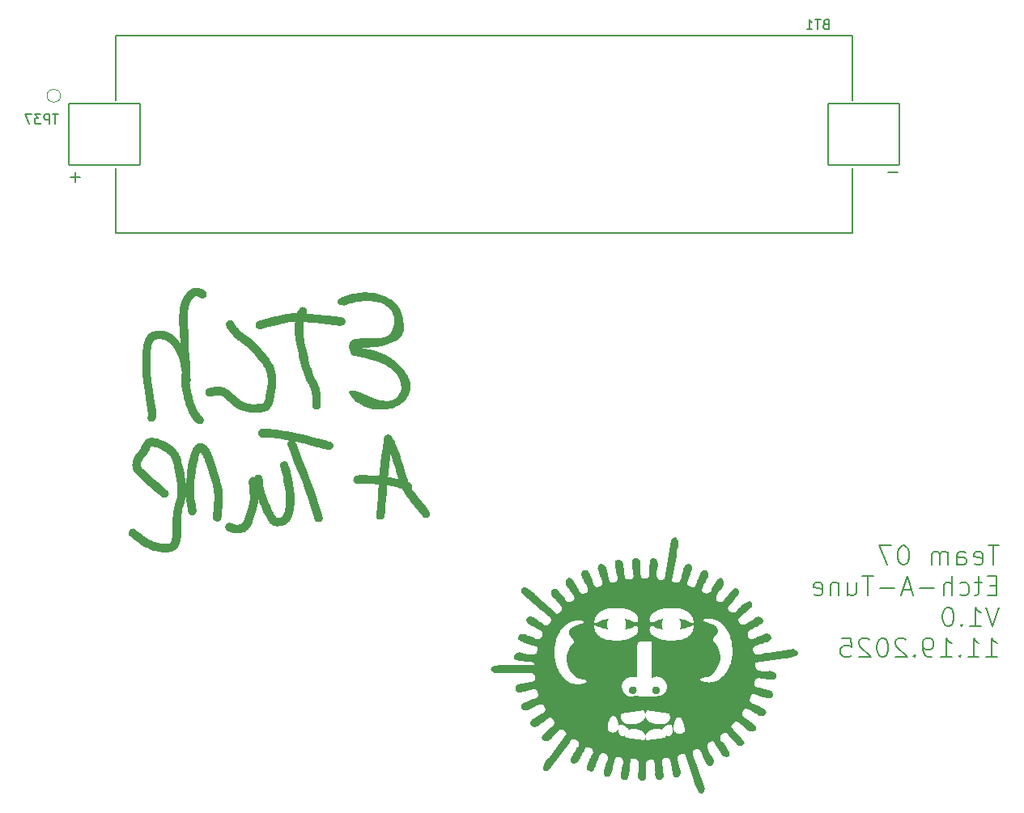
<source format=gbr>
%TF.GenerationSoftware,KiCad,Pcbnew,9.0.5*%
%TF.CreationDate,2025-11-20T02:47:11-08:00*%
%TF.ProjectId,Etch_A_Tune,45746368-5f41-45f5-9475-6e652e6b6963,rev?*%
%TF.SameCoordinates,Original*%
%TF.FileFunction,Legend,Bot*%
%TF.FilePolarity,Positive*%
%FSLAX46Y46*%
G04 Gerber Fmt 4.6, Leading zero omitted, Abs format (unit mm)*
G04 Created by KiCad (PCBNEW 9.0.5) date 2025-11-20 02:47:11*
%MOMM*%
%LPD*%
G01*
G04 APERTURE LIST*
G04 Aperture macros list*
%AMRoundRect*
0 Rectangle with rounded corners*
0 $1 Rounding radius*
0 $2 $3 $4 $5 $6 $7 $8 $9 X,Y pos of 4 corners*
0 Add a 4 corners polygon primitive as box body*
4,1,4,$2,$3,$4,$5,$6,$7,$8,$9,$2,$3,0*
0 Add four circle primitives for the rounded corners*
1,1,$1+$1,$2,$3*
1,1,$1+$1,$4,$5*
1,1,$1+$1,$6,$7*
1,1,$1+$1,$8,$9*
0 Add four rect primitives between the rounded corners*
20,1,$1+$1,$2,$3,$4,$5,0*
20,1,$1+$1,$4,$5,$6,$7,0*
20,1,$1+$1,$6,$7,$8,$9,0*
20,1,$1+$1,$8,$9,$2,$3,0*%
G04 Aperture macros list end*
%ADD10C,0.000000*%
%ADD11C,0.200000*%
%ADD12C,0.150000*%
%ADD13C,0.120000*%
%ADD14C,0.127000*%
%ADD15C,0.499999*%
%ADD16C,0.400000*%
%ADD17O,1.152400X2.352400*%
%ADD18O,1.152400X1.952400*%
%ADD19C,1.300000*%
%ADD20C,1.100000*%
%ADD21C,1.700000*%
%ADD22C,0.900000*%
%ADD23R,1.200000X1.200000*%
%ADD24C,1.200000*%
%ADD25C,1.000000*%
%ADD26C,3.450000*%
%ADD27C,2.390000*%
%ADD28RoundRect,0.102000X3.730000X3.235000X-3.730000X3.235000X-3.730000X-3.235000X3.730000X-3.235000X0*%
G04 APERTURE END LIST*
D10*
G36*
X63542564Y-75456951D02*
G01*
X63584008Y-75463080D01*
X63624749Y-75472846D01*
X63664465Y-75486186D01*
X63702835Y-75503040D01*
X63739538Y-75523343D01*
X63774251Y-75547035D01*
X63806653Y-75574052D01*
X63836423Y-75604334D01*
X63863240Y-75637817D01*
X63886781Y-75674440D01*
X63906727Y-75714140D01*
X63922754Y-75756855D01*
X63934541Y-75802523D01*
X63941768Y-75851082D01*
X63944113Y-75902470D01*
X63941254Y-75956624D01*
X63932870Y-76013482D01*
X63809977Y-76794954D01*
X63701769Y-77578505D01*
X63605979Y-78363695D01*
X63520340Y-79150086D01*
X63464285Y-79846613D01*
X63416363Y-80543697D01*
X63369870Y-81240900D01*
X63318098Y-81937783D01*
X63249370Y-82756709D01*
X63210395Y-83165655D01*
X63187389Y-83369771D01*
X63161137Y-83573564D01*
X63140801Y-83710557D01*
X63129824Y-83766972D01*
X63114534Y-83819002D01*
X63095255Y-83866693D01*
X63072309Y-83910095D01*
X63046023Y-83949256D01*
X63016718Y-83984222D01*
X62984719Y-84015044D01*
X62950350Y-84041769D01*
X62913935Y-84064444D01*
X62875797Y-84083119D01*
X62836260Y-84097840D01*
X62795649Y-84108657D01*
X62754287Y-84115618D01*
X62712497Y-84118770D01*
X62670605Y-84118162D01*
X62628933Y-84113842D01*
X62587806Y-84105857D01*
X62547547Y-84094257D01*
X62508480Y-84079089D01*
X62470929Y-84060402D01*
X62435218Y-84038243D01*
X62401671Y-84012660D01*
X62370612Y-83983703D01*
X62342364Y-83951418D01*
X62317252Y-83915854D01*
X62295598Y-83877060D01*
X62277728Y-83835082D01*
X62263965Y-83789970D01*
X62254632Y-83741772D01*
X62250054Y-83690535D01*
X62250555Y-83636308D01*
X62256457Y-83579139D01*
X62275521Y-83451014D01*
X62301011Y-83253476D01*
X62323187Y-83055602D01*
X62360479Y-82659129D01*
X62426988Y-81865275D01*
X62479085Y-81163517D01*
X62525810Y-80461431D01*
X62574134Y-79759476D01*
X62631028Y-79058114D01*
X62718892Y-78252186D01*
X62817214Y-77447489D01*
X62928457Y-76644505D01*
X63055081Y-75843715D01*
X63068501Y-75787830D01*
X63086040Y-75736515D01*
X63107376Y-75689708D01*
X63132188Y-75647345D01*
X63160153Y-75609365D01*
X63190952Y-75575706D01*
X63224261Y-75546306D01*
X63259760Y-75521102D01*
X63297127Y-75500032D01*
X63336042Y-75483035D01*
X63376181Y-75470047D01*
X63417225Y-75461007D01*
X63458850Y-75455852D01*
X63500737Y-75454521D01*
X63542564Y-75456951D01*
G37*
G36*
X49409243Y-79619894D02*
G01*
X49450929Y-79624080D01*
X49492081Y-79631946D01*
X49532372Y-79643474D01*
X49571476Y-79658645D01*
X49609065Y-79677442D01*
X49644813Y-79699847D01*
X49678393Y-79725839D01*
X49709477Y-79755403D01*
X49737740Y-79788518D01*
X49762854Y-79825168D01*
X49784491Y-79865333D01*
X49802326Y-79908996D01*
X49816032Y-79956138D01*
X49825281Y-80006740D01*
X49829746Y-80060785D01*
X49829102Y-80118255D01*
X49829104Y-80118262D01*
X49831328Y-80246858D01*
X49836568Y-80375307D01*
X49844345Y-80503625D01*
X49854180Y-80631824D01*
X49878100Y-80887921D01*
X49904492Y-81143708D01*
X49920586Y-81298712D01*
X49932158Y-81453800D01*
X49938918Y-81608917D01*
X49940577Y-81764007D01*
X49936844Y-81919014D01*
X49927430Y-82073882D01*
X49912044Y-82228555D01*
X49890398Y-82382977D01*
X49874561Y-82476076D01*
X49859093Y-82556935D01*
X49843433Y-82629560D01*
X49827015Y-82697957D01*
X49809277Y-82766129D01*
X49789655Y-82838082D01*
X49742502Y-83009351D01*
X49340439Y-84335860D01*
X49319620Y-84394354D01*
X49296846Y-84451723D01*
X49272194Y-84507999D01*
X49245743Y-84563216D01*
X49217571Y-84617408D01*
X49187756Y-84670608D01*
X49156377Y-84722850D01*
X49123513Y-84774168D01*
X49089241Y-84824594D01*
X49053639Y-84874163D01*
X49016787Y-84922909D01*
X48978763Y-84970864D01*
X48939644Y-85018062D01*
X48899510Y-85064537D01*
X48816507Y-85155452D01*
X48761358Y-85206418D01*
X48706071Y-85252300D01*
X48650500Y-85293392D01*
X48594496Y-85329986D01*
X48537912Y-85362375D01*
X48480600Y-85390851D01*
X48422413Y-85415708D01*
X48363204Y-85437237D01*
X48302825Y-85455731D01*
X48241128Y-85471483D01*
X48177966Y-85484787D01*
X48113191Y-85495933D01*
X48046657Y-85505216D01*
X47978214Y-85512928D01*
X47835016Y-85524808D01*
X47776733Y-85527075D01*
X47719097Y-85527665D01*
X47662051Y-85526611D01*
X47605537Y-85523944D01*
X47549500Y-85519696D01*
X47493880Y-85513898D01*
X47438621Y-85506583D01*
X47383667Y-85497782D01*
X47328959Y-85487526D01*
X47274440Y-85475848D01*
X47220054Y-85462779D01*
X47165743Y-85448350D01*
X47111449Y-85432594D01*
X47057116Y-85415542D01*
X46948103Y-85377677D01*
X46868798Y-85343578D01*
X46848087Y-85334536D01*
X46832688Y-85327176D01*
X46817113Y-85318753D01*
X46795875Y-85306525D01*
X46714460Y-85259683D01*
X46666584Y-85227887D01*
X46624413Y-85193792D01*
X46587779Y-85157679D01*
X46556514Y-85119829D01*
X46530448Y-85080521D01*
X46509413Y-85040037D01*
X46493240Y-84998657D01*
X46481759Y-84956661D01*
X46474804Y-84914330D01*
X46472204Y-84871946D01*
X46473790Y-84829787D01*
X46479395Y-84788135D01*
X46488849Y-84747271D01*
X46501984Y-84707474D01*
X46518630Y-84669026D01*
X46538619Y-84632207D01*
X46561782Y-84597298D01*
X46587951Y-84564578D01*
X46616956Y-84534329D01*
X46648629Y-84506832D01*
X46682800Y-84482366D01*
X46719302Y-84461213D01*
X46757966Y-84443652D01*
X46798622Y-84429965D01*
X46841102Y-84420432D01*
X46885237Y-84415334D01*
X46930858Y-84414950D01*
X46977797Y-84419562D01*
X47025885Y-84429451D01*
X47074952Y-84444896D01*
X47124831Y-84466178D01*
X47175352Y-84493579D01*
X47196413Y-84510026D01*
X47199479Y-84512277D01*
X47202164Y-84514084D01*
X47204717Y-84515598D01*
X47207386Y-84516969D01*
X47210420Y-84518348D01*
X47214069Y-84519885D01*
X47224207Y-84524034D01*
X47239791Y-84530620D01*
X47250248Y-84535202D01*
X47262814Y-84540845D01*
X47293950Y-84552603D01*
X47325203Y-84563686D01*
X47356580Y-84574067D01*
X47388086Y-84583717D01*
X47419728Y-84592610D01*
X47451511Y-84600717D01*
X47483443Y-84608012D01*
X47515528Y-84614466D01*
X47547774Y-84620053D01*
X47580185Y-84624744D01*
X47612770Y-84628512D01*
X47645532Y-84631329D01*
X47678480Y-84633169D01*
X47711618Y-84634003D01*
X47744954Y-84633803D01*
X47778492Y-84632543D01*
X47845148Y-84628266D01*
X47878049Y-84625663D01*
X47910792Y-84622690D01*
X47943475Y-84619302D01*
X47976192Y-84615453D01*
X48009040Y-84611098D01*
X48042114Y-84606191D01*
X48044032Y-84605893D01*
X48045964Y-84605686D01*
X48047908Y-84605553D01*
X48049860Y-84605478D01*
X48053779Y-84605444D01*
X48057699Y-84605459D01*
X48061596Y-84605398D01*
X48063530Y-84605300D01*
X48065449Y-84605137D01*
X48067351Y-84604892D01*
X48069233Y-84604551D01*
X48071093Y-84604098D01*
X48072928Y-84603517D01*
X48079761Y-84600848D01*
X48086524Y-84597782D01*
X48093211Y-84594357D01*
X48099822Y-84590614D01*
X48106353Y-84586594D01*
X48112801Y-84582338D01*
X48119165Y-84577884D01*
X48125441Y-84573275D01*
X48137720Y-84563749D01*
X48149617Y-84554083D01*
X48172182Y-84535624D01*
X48197546Y-84509645D01*
X48222381Y-84483226D01*
X48246644Y-84456352D01*
X48270294Y-84429006D01*
X48293285Y-84401175D01*
X48315576Y-84372843D01*
X48337123Y-84343993D01*
X48357883Y-84314612D01*
X48377813Y-84284683D01*
X48396871Y-84254191D01*
X48415012Y-84223121D01*
X48432194Y-84191458D01*
X48448374Y-84159186D01*
X48463508Y-84126290D01*
X48477554Y-84092755D01*
X48490469Y-84058564D01*
X48880301Y-82772809D01*
X48919770Y-82633061D01*
X48935933Y-82575370D01*
X48950474Y-82521098D01*
X48963963Y-82466716D01*
X48976970Y-82408696D01*
X48990063Y-82343509D01*
X49003813Y-82267629D01*
X49014173Y-82203337D01*
X49023029Y-82138997D01*
X49030428Y-82074612D01*
X49036416Y-82010187D01*
X49044345Y-81881229D01*
X49047188Y-81752152D01*
X49045317Y-81622989D01*
X49039103Y-81493767D01*
X49028918Y-81364519D01*
X49015135Y-81235274D01*
X48985245Y-80944275D01*
X48958787Y-80652804D01*
X48948428Y-80506883D01*
X48940829Y-80360834D01*
X48936622Y-80214654D01*
X48936442Y-80068339D01*
X48942208Y-80011156D01*
X48952671Y-79957946D01*
X48967504Y-79908690D01*
X48986379Y-79863370D01*
X49008971Y-79821968D01*
X49034952Y-79784466D01*
X49063995Y-79750844D01*
X49095773Y-79721086D01*
X49129960Y-79695172D01*
X49166228Y-79673085D01*
X49204251Y-79654806D01*
X49243702Y-79640317D01*
X49284253Y-79629600D01*
X49325579Y-79622635D01*
X49367351Y-79619406D01*
X49409243Y-79619894D01*
G37*
G36*
X60847289Y-79415783D02*
G01*
X60933289Y-79418512D01*
X61019465Y-79423369D01*
X61192115Y-79437492D01*
X61536997Y-79469559D01*
X61708310Y-79479612D01*
X61793483Y-79481417D01*
X61878258Y-79480416D01*
X62419444Y-79522156D01*
X62689818Y-79546354D01*
X62959847Y-79573824D01*
X63229382Y-79605359D01*
X63498273Y-79641750D01*
X63766373Y-79683786D01*
X64033531Y-79732261D01*
X64487491Y-79831433D01*
X64714158Y-79886062D01*
X64939429Y-79946136D01*
X65162416Y-80013222D01*
X65272776Y-80049882D01*
X65382230Y-80088882D01*
X65490669Y-80130416D01*
X65597982Y-80174680D01*
X65704056Y-80221870D01*
X65808781Y-80272181D01*
X65853846Y-80307852D01*
X65893033Y-80345338D01*
X65926534Y-80384374D01*
X65954541Y-80424695D01*
X65977245Y-80466036D01*
X65994838Y-80508130D01*
X66007511Y-80550713D01*
X66015457Y-80593518D01*
X66018865Y-80636281D01*
X66017929Y-80678735D01*
X66012839Y-80720615D01*
X66003787Y-80761656D01*
X65990965Y-80801592D01*
X65974564Y-80840157D01*
X65954776Y-80877087D01*
X65931792Y-80912114D01*
X65905804Y-80944975D01*
X65877003Y-80975403D01*
X65845581Y-81003133D01*
X65811730Y-81027899D01*
X65775640Y-81049436D01*
X65737504Y-81067478D01*
X65697513Y-81081760D01*
X65655859Y-81092016D01*
X65612733Y-81097980D01*
X65568327Y-81099388D01*
X65522832Y-81095973D01*
X65476440Y-81087470D01*
X65429342Y-81073614D01*
X65381730Y-81054138D01*
X65333796Y-81028778D01*
X65285731Y-80997268D01*
X65285731Y-80997270D01*
X65109521Y-80937174D01*
X64932154Y-80880814D01*
X64753736Y-80827940D01*
X64574374Y-80778306D01*
X64394176Y-80731662D01*
X64213248Y-80687762D01*
X64031696Y-80646357D01*
X63849629Y-80607200D01*
X63597292Y-80561973D01*
X63344080Y-80522782D01*
X63090133Y-80488874D01*
X62835592Y-80459493D01*
X62580596Y-80433887D01*
X62325286Y-80411302D01*
X61814284Y-80372180D01*
X61365281Y-80345587D01*
X61140684Y-80333803D01*
X60915969Y-80325009D01*
X60798848Y-80320515D01*
X60740858Y-80319205D01*
X60712033Y-80319260D01*
X60683331Y-80319969D01*
X60654762Y-80321467D01*
X60626332Y-80323892D01*
X60598049Y-80327378D01*
X60569921Y-80332061D01*
X60541956Y-80338078D01*
X60514162Y-80345564D01*
X60486547Y-80354654D01*
X60459118Y-80365485D01*
X60403152Y-80378562D01*
X60349422Y-80385908D01*
X60298018Y-80387839D01*
X60249026Y-80384669D01*
X60202537Y-80376715D01*
X60158639Y-80364290D01*
X60117419Y-80347710D01*
X60078968Y-80327291D01*
X60043374Y-80303348D01*
X60010725Y-80276195D01*
X59981110Y-80246148D01*
X59954617Y-80213523D01*
X59931336Y-80178633D01*
X59911354Y-80141795D01*
X59894762Y-80103324D01*
X59881646Y-80063535D01*
X59872096Y-80022742D01*
X59866201Y-79981262D01*
X59864049Y-79939410D01*
X59865729Y-79897499D01*
X59871330Y-79855847D01*
X59880939Y-79814768D01*
X59894647Y-79774576D01*
X59912540Y-79735588D01*
X59934709Y-79698119D01*
X59961242Y-79662483D01*
X59992227Y-79628996D01*
X60027753Y-79597973D01*
X60067909Y-79569729D01*
X60112783Y-79544580D01*
X60162464Y-79522840D01*
X60217041Y-79504825D01*
X60253121Y-79495896D01*
X60289111Y-79486500D01*
X60361037Y-79467428D01*
X60397081Y-79458312D01*
X60433253Y-79449849D01*
X60469607Y-79442319D01*
X60506198Y-79436002D01*
X60590919Y-79425290D01*
X60676047Y-79418678D01*
X60761523Y-79415674D01*
X60847289Y-79415783D01*
G37*
G36*
X91518816Y-101564327D02*
G01*
X91538788Y-101564821D01*
X91558625Y-101566297D01*
X91578294Y-101568740D01*
X91597761Y-101572136D01*
X91616993Y-101576473D01*
X91635958Y-101581735D01*
X91654622Y-101587910D01*
X91672953Y-101594984D01*
X91690917Y-101602944D01*
X91708481Y-101611775D01*
X91725612Y-101621463D01*
X91742278Y-101631996D01*
X91758445Y-101643360D01*
X91774080Y-101655540D01*
X91789151Y-101668523D01*
X91803624Y-101682296D01*
X91817396Y-101696769D01*
X91830380Y-101711840D01*
X91842560Y-101727476D01*
X91853923Y-101743643D01*
X91864456Y-101760309D01*
X91874145Y-101777440D01*
X91882976Y-101795005D01*
X91890935Y-101812968D01*
X91898009Y-101831299D01*
X91904185Y-101849963D01*
X91909448Y-101868928D01*
X91913784Y-101888160D01*
X91917181Y-101907627D01*
X91919624Y-101927296D01*
X91921100Y-101947133D01*
X91921595Y-101967105D01*
X91921100Y-101987079D01*
X91919624Y-102006916D01*
X91917181Y-102026585D01*
X91913784Y-102046052D01*
X91909448Y-102065285D01*
X91904185Y-102084250D01*
X91898010Y-102102914D01*
X91890936Y-102121245D01*
X91882976Y-102139209D01*
X91874145Y-102156773D01*
X91864457Y-102173904D01*
X91853924Y-102190570D01*
X91842560Y-102206737D01*
X91830380Y-102222373D01*
X91817397Y-102237443D01*
X91803624Y-102251916D01*
X91789151Y-102265689D01*
X91774080Y-102278673D01*
X91758445Y-102290853D01*
X91742277Y-102302216D01*
X91725612Y-102312749D01*
X91708480Y-102322438D01*
X91690916Y-102331269D01*
X91672952Y-102339228D01*
X91654621Y-102346302D01*
X91635957Y-102352478D01*
X91616992Y-102357741D01*
X91597760Y-102362077D01*
X91578293Y-102365474D01*
X91558624Y-102367917D01*
X91538787Y-102369393D01*
X91518815Y-102369888D01*
X91498088Y-102369364D01*
X91477633Y-102367808D01*
X91457475Y-102365247D01*
X91437641Y-102361705D01*
X91418154Y-102357207D01*
X91399041Y-102351780D01*
X91380326Y-102345447D01*
X91362035Y-102338235D01*
X91344193Y-102330169D01*
X91326826Y-102321275D01*
X91309959Y-102311576D01*
X91293617Y-102301099D01*
X91277826Y-102289870D01*
X91262610Y-102277913D01*
X91247995Y-102265253D01*
X91234007Y-102251917D01*
X91220671Y-102237928D01*
X91208011Y-102223314D01*
X91196054Y-102208098D01*
X91184824Y-102192306D01*
X91174348Y-102175964D01*
X91164649Y-102159097D01*
X91155754Y-102141730D01*
X91147688Y-102123889D01*
X91140477Y-102105598D01*
X91134144Y-102086883D01*
X91128717Y-102067770D01*
X91124219Y-102048283D01*
X91120677Y-102028448D01*
X91118116Y-102008291D01*
X91116560Y-101987836D01*
X91116036Y-101967109D01*
X91116560Y-101946382D01*
X91118116Y-101925926D01*
X91120677Y-101905768D01*
X91124219Y-101885933D01*
X91128717Y-101866446D01*
X91134144Y-101847333D01*
X91140477Y-101828617D01*
X91147688Y-101810326D01*
X91155755Y-101792484D01*
X91164649Y-101775117D01*
X91174348Y-101758250D01*
X91184825Y-101741908D01*
X91196054Y-101726116D01*
X91208011Y-101710900D01*
X91220671Y-101696285D01*
X91234008Y-101682297D01*
X91247996Y-101668960D01*
X91262611Y-101656300D01*
X91277826Y-101644343D01*
X91293618Y-101633113D01*
X91309960Y-101622637D01*
X91326827Y-101612938D01*
X91344194Y-101604043D01*
X91362036Y-101595977D01*
X91380327Y-101588765D01*
X91399042Y-101582433D01*
X91418155Y-101577005D01*
X91437642Y-101572508D01*
X91457476Y-101568966D01*
X91477634Y-101566404D01*
X91498089Y-101564849D01*
X91518816Y-101564325D01*
X91518816Y-101564327D01*
G37*
G36*
X101755689Y-97966284D02*
G01*
X101802299Y-98041897D01*
X101824022Y-98079097D01*
X101849259Y-98111301D01*
X101877826Y-98138768D01*
X101909544Y-98161755D01*
X101944230Y-98180522D01*
X101981703Y-98195327D01*
X102021780Y-98206427D01*
X102064281Y-98214081D01*
X102109023Y-98218548D01*
X102155826Y-98220086D01*
X102204508Y-98218953D01*
X102254886Y-98215407D01*
X102360007Y-98202110D01*
X102469737Y-98182262D01*
X102925688Y-98078690D01*
X103036669Y-98057083D01*
X103143542Y-98041324D01*
X103244854Y-98033479D01*
X103292970Y-98033169D01*
X103339152Y-98035613D01*
X105959733Y-97661156D01*
X106062655Y-97719667D01*
X106149492Y-97776506D01*
X106220961Y-97831659D01*
X106277778Y-97885113D01*
X106320660Y-97936855D01*
X106350323Y-97986873D01*
X106367483Y-98035153D01*
X106372857Y-98081682D01*
X106367162Y-98126447D01*
X106351114Y-98169434D01*
X106325429Y-98210632D01*
X106290823Y-98250027D01*
X106248014Y-98287606D01*
X106197718Y-98323355D01*
X106140650Y-98357262D01*
X106077529Y-98389313D01*
X106009069Y-98419497D01*
X105935988Y-98447798D01*
X105778827Y-98498705D01*
X105611777Y-98541929D01*
X105440570Y-98577366D01*
X105270938Y-98604912D01*
X105108613Y-98624461D01*
X104959325Y-98635911D01*
X104828807Y-98639155D01*
X101943901Y-99052632D01*
X101927420Y-99141475D01*
X101916165Y-99224373D01*
X101909972Y-99301534D01*
X101908673Y-99373166D01*
X101912102Y-99439478D01*
X101920092Y-99500679D01*
X101932479Y-99556977D01*
X101949095Y-99608581D01*
X101969773Y-99655699D01*
X101994349Y-99698539D01*
X102022654Y-99737311D01*
X102054524Y-99772222D01*
X102089792Y-99803482D01*
X102128292Y-99831298D01*
X102169857Y-99855880D01*
X102214321Y-99877435D01*
X102261518Y-99896173D01*
X102311281Y-99912302D01*
X102363444Y-99926029D01*
X102417842Y-99937565D01*
X102474307Y-99947118D01*
X102532673Y-99954895D01*
X102654445Y-99965958D01*
X102781828Y-99972423D01*
X102913490Y-99975959D01*
X103184334Y-99980913D01*
X103275287Y-99958979D01*
X103362626Y-99946095D01*
X103446171Y-99941662D01*
X103525742Y-99945083D01*
X103601161Y-99955762D01*
X103672247Y-99973103D01*
X103738821Y-99996507D01*
X103800704Y-100025379D01*
X103857715Y-100059121D01*
X103909676Y-100097136D01*
X103956406Y-100138828D01*
X103997727Y-100183600D01*
X104033458Y-100230855D01*
X104063420Y-100279995D01*
X104087433Y-100330425D01*
X104105319Y-100381547D01*
X104116896Y-100432765D01*
X104121987Y-100483481D01*
X104120410Y-100533099D01*
X104111987Y-100581022D01*
X104096538Y-100626652D01*
X104073884Y-100669394D01*
X104043844Y-100708650D01*
X104006240Y-100743823D01*
X103960891Y-100774317D01*
X103907619Y-100799534D01*
X103846243Y-100818878D01*
X103776584Y-100831752D01*
X103698463Y-100837559D01*
X103611699Y-100835702D01*
X103516114Y-100825585D01*
X103411527Y-100806610D01*
X103366247Y-100812547D01*
X103318741Y-100815838D01*
X103217890Y-100815472D01*
X103110639Y-100807493D01*
X102998655Y-100793883D01*
X102536723Y-100722789D01*
X102426073Y-100710763D01*
X102320689Y-100705000D01*
X102222237Y-100707484D01*
X102176132Y-100712437D01*
X102132385Y-100720195D01*
X102091204Y-100731006D01*
X102052798Y-100745117D01*
X102017374Y-100762777D01*
X101985142Y-100784232D01*
X101956310Y-100809731D01*
X101931086Y-100839522D01*
X101909677Y-100873852D01*
X101892294Y-100912969D01*
X101856872Y-100992874D01*
X101829975Y-101067084D01*
X101811220Y-101135854D01*
X101800228Y-101199440D01*
X101796619Y-101258098D01*
X101800012Y-101312083D01*
X101810028Y-101361652D01*
X101826286Y-101407060D01*
X101848406Y-101448563D01*
X101876008Y-101486417D01*
X101908712Y-101520877D01*
X101946137Y-101552200D01*
X101987903Y-101580641D01*
X102033630Y-101606455D01*
X102058306Y-101618188D01*
X102082937Y-101629899D01*
X102135446Y-101651229D01*
X102190775Y-101670699D01*
X102248544Y-101688567D01*
X102369882Y-101720516D01*
X102625113Y-101776431D01*
X102752923Y-101804490D01*
X102876807Y-101835344D01*
X102993723Y-101871040D01*
X103048618Y-101891343D01*
X103100630Y-101913623D01*
X103196422Y-101918255D01*
X103284342Y-101929987D01*
X103364519Y-101948238D01*
X103437084Y-101972425D01*
X103502168Y-102001968D01*
X103559900Y-102036285D01*
X103610410Y-102074794D01*
X103653829Y-102116914D01*
X103690287Y-102162063D01*
X103719913Y-102209660D01*
X103742839Y-102259123D01*
X103759193Y-102309871D01*
X103769107Y-102361322D01*
X103772710Y-102412895D01*
X103770133Y-102464008D01*
X103761505Y-102514079D01*
X103746957Y-102562527D01*
X103726619Y-102608771D01*
X103700620Y-102652229D01*
X103669092Y-102692319D01*
X103632165Y-102728459D01*
X103589967Y-102760069D01*
X103542630Y-102786567D01*
X103490284Y-102807371D01*
X103433059Y-102821900D01*
X103371084Y-102829572D01*
X103304491Y-102829805D01*
X103233408Y-102822019D01*
X103157967Y-102805631D01*
X103078298Y-102780060D01*
X102994530Y-102744724D01*
X102906794Y-102699043D01*
X102858774Y-102696572D01*
X102808689Y-102690093D01*
X102703190Y-102666783D01*
X102592023Y-102632462D01*
X102476914Y-102590480D01*
X102241775Y-102496932D01*
X102125197Y-102452066D01*
X102011583Y-102412939D01*
X101902659Y-102382900D01*
X101850495Y-102372335D01*
X101800151Y-102365299D01*
X101751842Y-102362209D01*
X101705785Y-102363486D01*
X101662195Y-102369547D01*
X101621288Y-102380810D01*
X101583279Y-102397696D01*
X101548385Y-102420623D01*
X101516822Y-102450009D01*
X101488804Y-102486273D01*
X101464549Y-102529833D01*
X101444271Y-102581110D01*
X101428187Y-102640520D01*
X101416512Y-102708484D01*
X101381173Y-102766889D01*
X101354654Y-102822041D01*
X101336524Y-102874098D01*
X101326352Y-102923220D01*
X101323707Y-102969566D01*
X101328157Y-103013295D01*
X101339272Y-103054565D01*
X101356622Y-103093538D01*
X101379775Y-103130371D01*
X101408300Y-103165224D01*
X101441767Y-103198256D01*
X101479744Y-103229626D01*
X101521801Y-103259493D01*
X101567506Y-103288017D01*
X101668139Y-103341671D01*
X101778197Y-103391862D01*
X101894230Y-103439863D01*
X102130439Y-103534388D01*
X102243719Y-103583460D01*
X102349187Y-103635435D01*
X102397914Y-103662910D01*
X102443395Y-103691588D01*
X102485200Y-103721629D01*
X102522897Y-103753192D01*
X102618969Y-103783915D01*
X102704336Y-103818780D01*
X102779353Y-103857309D01*
X102844376Y-103899024D01*
X102899757Y-103943445D01*
X102945851Y-103990093D01*
X102983013Y-104038491D01*
X103011598Y-104088159D01*
X103031959Y-104138618D01*
X103044452Y-104189390D01*
X103049430Y-104239997D01*
X103047248Y-104289958D01*
X103038261Y-104338796D01*
X103022823Y-104386032D01*
X103001288Y-104431187D01*
X102974010Y-104473782D01*
X102941345Y-104513338D01*
X102903647Y-104549377D01*
X102861270Y-104581421D01*
X102814568Y-104608989D01*
X102763896Y-104631604D01*
X102709609Y-104648787D01*
X102652061Y-104660059D01*
X102591606Y-104664941D01*
X102528598Y-104662955D01*
X102463393Y-104653621D01*
X102396344Y-104636462D01*
X102327807Y-104610998D01*
X102258134Y-104576750D01*
X102187682Y-104533240D01*
X102116804Y-104479989D01*
X102045855Y-104416519D01*
X101994504Y-104398055D01*
X101942271Y-104376059D01*
X101835630Y-104323299D01*
X101726869Y-104261899D01*
X101616922Y-104195519D01*
X101397211Y-104062460D01*
X101289318Y-104003102D01*
X101183981Y-103953406D01*
X101132562Y-103933324D01*
X101082134Y-103917031D01*
X101032811Y-103904983D01*
X100984713Y-103897638D01*
X100937954Y-103895454D01*
X100892653Y-103898888D01*
X100848925Y-103908398D01*
X100806889Y-103924441D01*
X100766660Y-103947474D01*
X100728357Y-103977956D01*
X100692095Y-104016344D01*
X100657992Y-104063095D01*
X100626164Y-104118667D01*
X100596729Y-104183517D01*
X100569803Y-104258104D01*
X100545503Y-104342884D01*
X100533734Y-104383876D01*
X100528013Y-104423969D01*
X100528027Y-104463209D01*
X100533464Y-104501643D01*
X100544011Y-104539318D01*
X100559355Y-104576279D01*
X100579183Y-104612574D01*
X100603183Y-104648248D01*
X100631041Y-104683349D01*
X100662445Y-104717922D01*
X100697082Y-104752015D01*
X100734640Y-104785673D01*
X100817263Y-104851872D01*
X100907813Y-104916892D01*
X101299231Y-105172610D01*
X101391877Y-105237309D01*
X101477434Y-105303059D01*
X101516772Y-105336444D01*
X101553400Y-105370231D01*
X101587004Y-105404468D01*
X101617272Y-105439199D01*
X101706081Y-105495997D01*
X101782488Y-105553051D01*
X101847018Y-105610064D01*
X101900193Y-105666739D01*
X101942537Y-105722777D01*
X101974573Y-105777882D01*
X101996826Y-105831757D01*
X102009817Y-105884103D01*
X102014071Y-105934623D01*
X102010111Y-105983021D01*
X101998460Y-106028998D01*
X101979642Y-106072257D01*
X101954181Y-106112500D01*
X101922599Y-106149432D01*
X101885420Y-106182753D01*
X101843167Y-106212166D01*
X101796365Y-106237375D01*
X101745535Y-106258082D01*
X101691203Y-106273989D01*
X101633890Y-106284798D01*
X101574121Y-106290214D01*
X101512419Y-106289937D01*
X101449307Y-106283671D01*
X101385309Y-106271118D01*
X101320948Y-106251982D01*
X101256748Y-106225963D01*
X101193231Y-106192766D01*
X101130922Y-106152093D01*
X101070344Y-106103645D01*
X101012020Y-106047127D01*
X100956473Y-105982240D01*
X100904228Y-105908687D01*
X100803043Y-105827011D01*
X100701999Y-105741892D01*
X100500783Y-105572561D01*
X100400838Y-105493969D01*
X100301487Y-105423171D01*
X100252068Y-105391574D01*
X100202841Y-105362979D01*
X100153818Y-105337737D01*
X100105015Y-105316200D01*
X100056444Y-105298719D01*
X100008121Y-105285646D01*
X99960059Y-105277331D01*
X99912273Y-105274125D01*
X99864777Y-105276380D01*
X99817584Y-105284448D01*
X99770710Y-105298678D01*
X99724168Y-105319423D01*
X99677972Y-105347034D01*
X99632136Y-105381862D01*
X99586676Y-105424258D01*
X99541604Y-105474573D01*
X99496935Y-105533158D01*
X99452683Y-105600365D01*
X99408862Y-105676546D01*
X99365487Y-105762050D01*
X99452475Y-105868050D01*
X99543582Y-105971530D01*
X99590152Y-106021616D01*
X99637945Y-106073018D01*
X99734698Y-106173044D01*
X100128336Y-106569101D01*
X100224081Y-106669749D01*
X100317032Y-106772109D01*
X100406324Y-106876709D01*
X100491093Y-106984079D01*
X100570476Y-107094747D01*
X100643607Y-107209243D01*
X100709624Y-107328095D01*
X100739693Y-107389320D01*
X100767660Y-107451833D01*
X100719834Y-107532318D01*
X100671240Y-107600524D01*
X100621940Y-107657014D01*
X100571992Y-107702349D01*
X100521459Y-107737092D01*
X100470399Y-107761805D01*
X100418873Y-107777050D01*
X100366943Y-107783390D01*
X100314667Y-107781386D01*
X100262107Y-107771601D01*
X100209322Y-107754598D01*
X100156374Y-107730937D01*
X100103322Y-107701182D01*
X100050226Y-107665894D01*
X99997148Y-107625636D01*
X99944147Y-107580970D01*
X99155916Y-106725576D01*
X99119826Y-106653903D01*
X99080127Y-106592550D01*
X99037279Y-106541081D01*
X98991749Y-106499058D01*
X98943999Y-106466045D01*
X98894492Y-106441606D01*
X98843692Y-106425305D01*
X98792064Y-106416704D01*
X98740070Y-106415368D01*
X98688174Y-106420860D01*
X98636840Y-106432743D01*
X98586531Y-106450581D01*
X98537710Y-106473938D01*
X98490843Y-106502377D01*
X98446391Y-106535462D01*
X98404819Y-106572756D01*
X98366590Y-106613822D01*
X98332168Y-106658225D01*
X98302016Y-106705528D01*
X98276598Y-106755294D01*
X98256378Y-106807087D01*
X98241819Y-106860470D01*
X98233384Y-106915007D01*
X98231538Y-106970261D01*
X98236744Y-107025797D01*
X98249466Y-107081177D01*
X98270166Y-107135965D01*
X98299310Y-107189725D01*
X98337359Y-107242020D01*
X98384779Y-107292414D01*
X98442032Y-107340470D01*
X98509582Y-107385751D01*
X98595359Y-107482946D01*
X98686959Y-107599345D01*
X98780715Y-107730676D01*
X98872967Y-107872669D01*
X98960049Y-108021052D01*
X99038299Y-108171554D01*
X99104054Y-108319903D01*
X99153649Y-108461827D01*
X99171242Y-108529046D01*
X99183422Y-108593056D01*
X99189730Y-108653325D01*
X99189708Y-108709318D01*
X99182900Y-108760501D01*
X99168846Y-108806341D01*
X99147089Y-108846303D01*
X99117171Y-108879854D01*
X99078634Y-108906459D01*
X99031020Y-108925585D01*
X98973871Y-108936698D01*
X98906729Y-108939264D01*
X98829137Y-108932749D01*
X98740636Y-108916619D01*
X98640768Y-108890340D01*
X98529076Y-108853378D01*
X97461083Y-107281280D01*
X97367545Y-107306029D01*
X97283405Y-107333298D01*
X97208298Y-107362994D01*
X97141862Y-107395020D01*
X97083733Y-107429280D01*
X97033546Y-107465681D01*
X96990938Y-107504126D01*
X96955546Y-107544520D01*
X96927005Y-107586768D01*
X96904953Y-107630774D01*
X96889025Y-107676443D01*
X96878858Y-107723680D01*
X96874087Y-107772390D01*
X96874350Y-107822477D01*
X96879282Y-107873845D01*
X96888520Y-107926400D01*
X96901701Y-107980046D01*
X96918459Y-108034688D01*
X96938433Y-108090231D01*
X96961258Y-108146579D01*
X97014005Y-108261309D01*
X97073792Y-108378116D01*
X97202848Y-108614910D01*
X97266297Y-108733373D01*
X97325147Y-108850862D01*
X97386685Y-108917758D01*
X97438562Y-108985497D01*
X97481219Y-109053670D01*
X97515094Y-109121868D01*
X97540628Y-109189681D01*
X97558261Y-109256701D01*
X97568433Y-109322517D01*
X97571583Y-109386720D01*
X97568151Y-109448901D01*
X97558578Y-109508651D01*
X97543304Y-109565560D01*
X97522767Y-109619219D01*
X97497409Y-109669219D01*
X97467668Y-109715150D01*
X97433985Y-109756603D01*
X97396800Y-109793169D01*
X97356552Y-109824438D01*
X97313682Y-109850000D01*
X97268630Y-109869448D01*
X97221834Y-109882370D01*
X97173736Y-109888358D01*
X97124775Y-109887003D01*
X97075391Y-109877895D01*
X97026023Y-109860625D01*
X96977113Y-109834784D01*
X96929099Y-109799962D01*
X96882421Y-109755749D01*
X96837520Y-109701737D01*
X96794835Y-109637516D01*
X96754807Y-109562677D01*
X96717874Y-109476810D01*
X96684477Y-109379507D01*
X96656850Y-109344294D01*
X96630372Y-109305827D01*
X96580439Y-109220337D01*
X96533826Y-109125451D01*
X96489679Y-109023586D01*
X96320696Y-108594630D01*
X96276086Y-108494094D01*
X96228824Y-108401070D01*
X96178057Y-108317973D01*
X96151092Y-108280902D01*
X96122931Y-108247218D01*
X96093468Y-108217224D01*
X96062595Y-108191221D01*
X96030205Y-108169511D01*
X95996193Y-108152397D01*
X95960452Y-108140179D01*
X95922875Y-108133161D01*
X95883355Y-108131643D01*
X95841786Y-108135929D01*
X95755139Y-108147093D01*
X95678235Y-108162492D01*
X95610634Y-108181936D01*
X95551895Y-108205233D01*
X95501577Y-108232194D01*
X95459241Y-108262627D01*
X95424445Y-108296342D01*
X95396749Y-108333147D01*
X95375712Y-108372854D01*
X95360894Y-108415270D01*
X95351855Y-108460206D01*
X95348153Y-108507471D01*
X95349348Y-108556873D01*
X95354999Y-108608224D01*
X95364667Y-108661331D01*
X95377909Y-108716004D01*
X95394287Y-108772053D01*
X95413359Y-108829287D01*
X95457823Y-108946547D01*
X95559698Y-109186900D01*
X95610060Y-109306942D01*
X95655339Y-109424863D01*
X95674970Y-109482551D01*
X95692009Y-109539136D01*
X95706015Y-109594428D01*
X95716548Y-109648237D01*
X96629722Y-112294618D01*
X96591664Y-112406787D01*
X96552208Y-112502843D01*
X96511503Y-112583485D01*
X96469697Y-112649416D01*
X96426940Y-112701336D01*
X96383379Y-112739947D01*
X96339162Y-112765949D01*
X96294438Y-112780043D01*
X96249356Y-112782931D01*
X96204063Y-112775314D01*
X96158708Y-112757892D01*
X96113440Y-112731368D01*
X96068407Y-112696441D01*
X96023757Y-112653813D01*
X95979638Y-112604185D01*
X95936200Y-112548258D01*
X95893590Y-112486734D01*
X95851957Y-112420312D01*
X95772214Y-112275584D01*
X95698159Y-112119681D01*
X95630978Y-111958213D01*
X95571859Y-111796788D01*
X95521988Y-111641015D01*
X95482553Y-111496502D01*
X95454741Y-111368858D01*
X94515763Y-108645696D01*
X94417351Y-108639972D01*
X94327615Y-108639547D01*
X94246216Y-108644218D01*
X94172815Y-108653778D01*
X94107074Y-108668022D01*
X94048653Y-108686747D01*
X93997215Y-108709748D01*
X93952420Y-108736818D01*
X93913930Y-108767754D01*
X93881405Y-108802350D01*
X93854508Y-108840402D01*
X93832899Y-108881705D01*
X93816240Y-108926054D01*
X93804192Y-108973244D01*
X93796416Y-109023071D01*
X93792573Y-109075328D01*
X93792325Y-109129812D01*
X93795333Y-109186318D01*
X93801258Y-109244640D01*
X93809762Y-109304574D01*
X93833150Y-109428458D01*
X93862788Y-109556331D01*
X93929970Y-109817488D01*
X93962095Y-109947493D01*
X93989630Y-110074932D01*
X94033241Y-110155225D01*
X94067398Y-110234267D01*
X94092616Y-110311744D01*
X94109409Y-110387341D01*
X94118292Y-110460745D01*
X94119779Y-110531640D01*
X94114384Y-110599713D01*
X94102621Y-110664649D01*
X94085004Y-110726134D01*
X94062048Y-110783855D01*
X94034267Y-110837496D01*
X94002176Y-110886743D01*
X93966287Y-110931283D01*
X93927117Y-110970801D01*
X93885178Y-111004982D01*
X93840986Y-111033513D01*
X93795054Y-111056079D01*
X93747896Y-111072367D01*
X93700028Y-111082061D01*
X93651963Y-111084847D01*
X93604215Y-111080412D01*
X93557299Y-111068441D01*
X93511728Y-111048620D01*
X93468018Y-111020634D01*
X93426682Y-110984170D01*
X93388235Y-110938913D01*
X93353190Y-110884549D01*
X93322063Y-110820764D01*
X93295367Y-110747243D01*
X93273616Y-110663672D01*
X93257325Y-110569737D01*
X93247009Y-110465124D01*
X93228716Y-110425382D01*
X93212420Y-110382721D01*
X93185081Y-110289713D01*
X93163526Y-110188246D01*
X93146288Y-110080464D01*
X93091174Y-109629105D01*
X93073520Y-109521934D01*
X93051384Y-109421322D01*
X93023297Y-109329415D01*
X93006564Y-109287396D01*
X92987793Y-109248357D01*
X92966802Y-109212567D01*
X92943406Y-109180295D01*
X92917423Y-109151807D01*
X92888669Y-109127373D01*
X92856960Y-109107261D01*
X92822114Y-109091738D01*
X92783947Y-109081073D01*
X92742276Y-109075534D01*
X92654763Y-109061230D01*
X92575799Y-109053797D01*
X92504997Y-109052926D01*
X92441970Y-109058304D01*
X92386330Y-109069622D01*
X92337691Y-109086569D01*
X92295665Y-109108832D01*
X92259865Y-109136102D01*
X92229904Y-109168068D01*
X92205396Y-109204418D01*
X92185952Y-109244841D01*
X92171187Y-109289027D01*
X92160712Y-109336664D01*
X92154140Y-109387443D01*
X92151086Y-109441050D01*
X92151160Y-109497177D01*
X92153977Y-109555511D01*
X92159150Y-109615742D01*
X92175012Y-109740651D01*
X92217966Y-109999548D01*
X92238866Y-110128560D01*
X92255250Y-110253966D01*
X92260782Y-110314538D01*
X92264023Y-110373276D01*
X92264588Y-110429869D01*
X92262088Y-110484004D01*
X92292549Y-110584512D01*
X92313352Y-110678936D01*
X92325106Y-110767245D01*
X92328415Y-110849408D01*
X92323886Y-110925393D01*
X92312126Y-110995167D01*
X92293739Y-111058698D01*
X92269332Y-111115955D01*
X92239511Y-111166907D01*
X92204883Y-111211520D01*
X92166053Y-111249763D01*
X92123627Y-111281604D01*
X92078212Y-111307012D01*
X92030413Y-111325953D01*
X91980837Y-111338398D01*
X91930090Y-111344313D01*
X91878777Y-111343666D01*
X91827505Y-111336426D01*
X91776880Y-111322561D01*
X91727508Y-111302039D01*
X91679995Y-111274828D01*
X91634947Y-111240896D01*
X91592970Y-111200212D01*
X91554670Y-111152742D01*
X91520654Y-111098457D01*
X91491527Y-111037322D01*
X91467896Y-110969307D01*
X91450366Y-110894380D01*
X91439544Y-110812509D01*
X91436035Y-110723662D01*
X91440446Y-110627807D01*
X91453383Y-110524911D01*
X91430659Y-110418782D01*
X91416789Y-110301906D01*
X91409218Y-110177381D01*
X91405390Y-110048307D01*
X91398747Y-109788907D01*
X91390821Y-109664777D01*
X91376419Y-109548494D01*
X91352986Y-109443155D01*
X91337084Y-109395557D01*
X91317967Y-109351858D01*
X91295314Y-109312445D01*
X91268806Y-109277704D01*
X91238124Y-109248024D01*
X91202949Y-109223791D01*
X91162961Y-109205392D01*
X91117841Y-109193216D01*
X91067270Y-109187650D01*
X91010927Y-109189080D01*
X90948494Y-109197895D01*
X90879652Y-109214481D01*
X90804080Y-109239226D01*
X90721460Y-109272518D01*
X90682337Y-109288918D01*
X90647475Y-109309471D01*
X90616654Y-109333961D01*
X90589654Y-109362172D01*
X90566252Y-109393891D01*
X90546229Y-109428902D01*
X90529365Y-109466990D01*
X90515437Y-109507940D01*
X90504227Y-109551538D01*
X90495512Y-109597567D01*
X90489072Y-109645814D01*
X90484687Y-109696064D01*
X90481198Y-109801709D01*
X90483280Y-109912785D01*
X90511998Y-110376989D01*
X90515448Y-110489418D01*
X90513876Y-110596957D01*
X90505516Y-110697889D01*
X90498239Y-110745339D01*
X90488602Y-110790492D01*
X90491702Y-110896556D01*
X90487554Y-110992460D01*
X90476703Y-111078471D01*
X90459691Y-111154853D01*
X90437061Y-111221872D01*
X90409355Y-111279795D01*
X90377118Y-111328885D01*
X90340890Y-111369410D01*
X90301217Y-111401634D01*
X90258640Y-111425823D01*
X90213702Y-111442242D01*
X90166947Y-111451158D01*
X90118916Y-111452835D01*
X90070154Y-111447539D01*
X90021203Y-111435537D01*
X89972606Y-111417092D01*
X89924905Y-111392472D01*
X89878644Y-111361941D01*
X89834366Y-111325764D01*
X89792614Y-111284209D01*
X89753929Y-111237539D01*
X89718856Y-111186021D01*
X89687938Y-111129920D01*
X89661716Y-111069502D01*
X89640735Y-111005032D01*
X89625536Y-110936777D01*
X89616663Y-110865000D01*
X89614659Y-110789968D01*
X89620067Y-110711947D01*
X89633429Y-110631202D01*
X89655289Y-110547998D01*
X89686189Y-110462602D01*
X89689422Y-110333877D01*
X89696381Y-110202095D01*
X89712296Y-109937470D01*
X89716661Y-109808680D01*
X89715569Y-109684941D01*
X89706726Y-109568279D01*
X89698680Y-109513235D01*
X89687835Y-109460720D01*
X89673905Y-109410989D01*
X89656601Y-109364293D01*
X89635638Y-109320886D01*
X89610728Y-109281022D01*
X89581584Y-109244954D01*
X89547920Y-109212936D01*
X89509449Y-109185220D01*
X89465882Y-109162060D01*
X89416934Y-109143709D01*
X89362318Y-109130421D01*
X89301746Y-109122448D01*
X89234932Y-109120046D01*
X89161589Y-109123465D01*
X89081429Y-109132961D01*
X88994166Y-109148786D01*
X88899513Y-109171194D01*
X88873264Y-109305416D01*
X88851602Y-109441207D01*
X88818191Y-109716183D01*
X88764119Y-110270500D01*
X88747651Y-110408069D01*
X88728081Y-110544577D01*
X88704447Y-110679695D01*
X88675790Y-110813093D01*
X88641147Y-110944443D01*
X88599558Y-111073415D01*
X88550062Y-111199682D01*
X88491697Y-111322914D01*
X88402396Y-111345014D01*
X88321424Y-111358363D01*
X88248425Y-111363384D01*
X88183044Y-111360499D01*
X88124925Y-111350131D01*
X88073713Y-111332701D01*
X88029052Y-111308631D01*
X87990586Y-111278345D01*
X87957960Y-111242263D01*
X87930818Y-111200809D01*
X87908804Y-111154405D01*
X87891563Y-111103473D01*
X87878740Y-111048435D01*
X87869979Y-110989713D01*
X87864923Y-110927730D01*
X87863218Y-110862907D01*
X87868438Y-110726434D01*
X87882792Y-110583671D01*
X87903436Y-110437997D01*
X87927526Y-110292788D01*
X87974661Y-110017281D01*
X87992018Y-109893738D01*
X88001440Y-109784173D01*
X88043772Y-109715468D01*
X88075735Y-109648246D01*
X88097925Y-109582724D01*
X88110941Y-109519121D01*
X88115378Y-109457653D01*
X88111836Y-109398538D01*
X88100909Y-109341994D01*
X88083197Y-109288237D01*
X88059296Y-109237486D01*
X88029803Y-109189957D01*
X87995316Y-109145868D01*
X87956432Y-109105437D01*
X87913748Y-109068880D01*
X87867862Y-109036415D01*
X87819370Y-109008260D01*
X87768870Y-108984632D01*
X87716959Y-108965748D01*
X87664234Y-108951826D01*
X87611293Y-108943083D01*
X87558733Y-108939737D01*
X87507151Y-108942004D01*
X87457145Y-108950103D01*
X87409310Y-108964251D01*
X87364246Y-108984665D01*
X87322549Y-109011562D01*
X87284816Y-109045160D01*
X87251644Y-109085677D01*
X87223632Y-109133329D01*
X87201375Y-109188335D01*
X87185471Y-109250911D01*
X87176518Y-109321275D01*
X87175113Y-109399644D01*
X87132520Y-109508929D01*
X87097576Y-109626279D01*
X87068363Y-109749778D01*
X87042963Y-109877508D01*
X86995932Y-110137989D01*
X86970464Y-110266905D01*
X86941138Y-110392381D01*
X86906035Y-110512499D01*
X86863237Y-110625342D01*
X86838354Y-110678436D01*
X86810827Y-110728993D01*
X86780418Y-110776771D01*
X86746887Y-110821532D01*
X86709993Y-110863036D01*
X86669497Y-110901043D01*
X86625160Y-110935313D01*
X86576742Y-110965608D01*
X86524002Y-110991686D01*
X86466702Y-111013309D01*
X86404601Y-111030236D01*
X86337459Y-111042228D01*
X86283499Y-111011228D01*
X86236059Y-110977953D01*
X86194831Y-110942519D01*
X86159508Y-110905041D01*
X86129781Y-110865634D01*
X86105342Y-110824414D01*
X86085884Y-110781496D01*
X86071097Y-110736995D01*
X86060674Y-110691027D01*
X86054307Y-110643707D01*
X86051687Y-110595151D01*
X86052507Y-110545473D01*
X86056458Y-110494789D01*
X86063232Y-110443214D01*
X86084018Y-110337854D01*
X86112398Y-110230315D01*
X86145910Y-110121521D01*
X86218463Y-109903854D01*
X86252576Y-109796828D01*
X86281959Y-109692236D01*
X86304147Y-109591001D01*
X86311774Y-109541931D01*
X86316677Y-109494047D01*
X86367715Y-109430229D01*
X86409208Y-109366248D01*
X86441633Y-109302408D01*
X86465464Y-109239014D01*
X86481180Y-109176369D01*
X86489256Y-109114779D01*
X86490168Y-109054547D01*
X86484393Y-108995978D01*
X86472406Y-108939376D01*
X86454684Y-108885046D01*
X86431704Y-108833292D01*
X86403942Y-108784417D01*
X86371873Y-108738728D01*
X86335974Y-108696527D01*
X86296722Y-108658119D01*
X86254592Y-108623809D01*
X86210062Y-108593900D01*
X86163606Y-108568698D01*
X86115702Y-108548506D01*
X86066826Y-108533629D01*
X86017453Y-108524372D01*
X85968061Y-108521037D01*
X85919126Y-108523931D01*
X85871123Y-108533357D01*
X85824529Y-108549619D01*
X85779820Y-108573022D01*
X85737473Y-108603870D01*
X85697963Y-108642467D01*
X85661768Y-108689119D01*
X85629363Y-108744128D01*
X85601225Y-108807800D01*
X85577829Y-108880439D01*
X85531279Y-108978622D01*
X85488535Y-109079246D01*
X85448785Y-109181791D01*
X85411214Y-109285736D01*
X85266480Y-109705088D01*
X85227619Y-109808213D01*
X85186061Y-109909611D01*
X85140995Y-110008760D01*
X85091606Y-110105140D01*
X85037083Y-110198228D01*
X84976612Y-110287504D01*
X84909380Y-110372447D01*
X84872975Y-110413130D01*
X84834575Y-110452535D01*
X84742539Y-110452810D01*
X84660679Y-110446562D01*
X84588549Y-110434116D01*
X84525702Y-110415797D01*
X84471693Y-110391932D01*
X84426075Y-110362847D01*
X84388404Y-110328866D01*
X84358232Y-110290317D01*
X84335113Y-110247524D01*
X84318603Y-110200814D01*
X84308254Y-110150512D01*
X84303621Y-110096944D01*
X84304258Y-110040435D01*
X84309719Y-109981312D01*
X84319557Y-109919901D01*
X84333328Y-109856527D01*
X84350584Y-109791515D01*
X84370879Y-109725193D01*
X84418806Y-109589916D01*
X84473541Y-109453304D01*
X84531514Y-109317962D01*
X84642908Y-109061513D01*
X84689192Y-108945618D01*
X84724443Y-108841419D01*
X84782761Y-108782145D01*
X84830660Y-108722201D01*
X84868661Y-108661922D01*
X84897282Y-108601642D01*
X84917043Y-108541697D01*
X84928462Y-108482421D01*
X84932061Y-108424149D01*
X84928356Y-108367215D01*
X84917869Y-108311956D01*
X84901117Y-108258705D01*
X84878621Y-108207797D01*
X84850900Y-108159568D01*
X84818472Y-108114352D01*
X84781858Y-108072484D01*
X84741576Y-108034299D01*
X84698145Y-108000132D01*
X84652086Y-107970317D01*
X84603917Y-107945190D01*
X84554157Y-107925086D01*
X84503326Y-107910338D01*
X84451943Y-107901283D01*
X84400527Y-107898255D01*
X84349598Y-107901588D01*
X84299674Y-107911618D01*
X84251276Y-107928680D01*
X84204922Y-107953108D01*
X84161131Y-107985237D01*
X84120424Y-108025402D01*
X84083318Y-108073939D01*
X84050334Y-108131181D01*
X84021991Y-108197464D01*
X83998807Y-108273122D01*
X83930612Y-108367590D01*
X83867814Y-108471791D01*
X83809036Y-108583385D01*
X83752897Y-108700034D01*
X83643019Y-108939137D01*
X83586520Y-109056914D01*
X83527143Y-109170387D01*
X83463506Y-109277219D01*
X83394232Y-109375070D01*
X83357049Y-109419896D01*
X83317939Y-109461600D01*
X83276730Y-109499889D01*
X83233249Y-109534471D01*
X83187324Y-109565053D01*
X83138782Y-109591343D01*
X83087451Y-109613048D01*
X83033158Y-109629876D01*
X82975732Y-109641535D01*
X82914998Y-109647732D01*
X82850786Y-109648175D01*
X82782922Y-109642572D01*
X82738620Y-109594358D01*
X82701591Y-109545595D01*
X82671484Y-109496316D01*
X82647947Y-109446554D01*
X82630631Y-109396342D01*
X82619182Y-109345714D01*
X82613252Y-109294702D01*
X82612487Y-109243340D01*
X82616537Y-109191661D01*
X82625052Y-109139698D01*
X82637679Y-109087484D01*
X82654068Y-109035053D01*
X82673867Y-108982437D01*
X82696726Y-108929670D01*
X82750216Y-108823815D01*
X82811730Y-108717753D01*
X82878458Y-108611749D01*
X83016321Y-108400977D01*
X83081836Y-108296740D01*
X83141330Y-108193622D01*
X83191991Y-108091890D01*
X83213132Y-108041626D01*
X83231012Y-107991807D01*
X83293288Y-107938603D01*
X83344801Y-107884049D01*
X83386076Y-107828514D01*
X83417642Y-107772368D01*
X83440026Y-107715980D01*
X83453754Y-107659719D01*
X83459354Y-107603955D01*
X83457353Y-107549056D01*
X83448278Y-107495392D01*
X83432657Y-107443333D01*
X83411016Y-107393246D01*
X83383883Y-107345502D01*
X83351785Y-107300471D01*
X83315250Y-107258520D01*
X83274803Y-107220019D01*
X83230973Y-107185338D01*
X83184287Y-107154846D01*
X83135272Y-107128912D01*
X83084454Y-107107906D01*
X83032362Y-107092195D01*
X82979522Y-107082151D01*
X82926462Y-107078141D01*
X82873709Y-107080536D01*
X82821789Y-107089704D01*
X82771231Y-107106015D01*
X82722561Y-107129838D01*
X82676307Y-107161542D01*
X82632995Y-107201497D01*
X82593153Y-107250071D01*
X82557308Y-107307634D01*
X82525987Y-107374555D01*
X82499717Y-107451204D01*
X80353033Y-110306528D01*
X80242003Y-110342414D01*
X80142503Y-110368124D01*
X80054098Y-110384169D01*
X79976353Y-110391063D01*
X79908834Y-110389317D01*
X79851105Y-110379444D01*
X79802731Y-110361957D01*
X79763278Y-110337368D01*
X79732311Y-110306190D01*
X79709394Y-110268934D01*
X79694094Y-110226114D01*
X79685974Y-110178242D01*
X79684600Y-110125830D01*
X79689538Y-110069391D01*
X79700352Y-110009437D01*
X79716607Y-109946480D01*
X79737869Y-109881034D01*
X79763702Y-109813611D01*
X79793671Y-109744723D01*
X79827343Y-109674882D01*
X79904051Y-109534393D01*
X79990348Y-109396244D01*
X80082753Y-109264534D01*
X80177788Y-109143364D01*
X80271973Y-109036832D01*
X80361829Y-108949039D01*
X82180631Y-106530477D01*
X82133342Y-106442834D01*
X82086147Y-106365349D01*
X82039042Y-106297632D01*
X81992020Y-106239292D01*
X81945076Y-106189939D01*
X81898202Y-106149183D01*
X81851394Y-106116633D01*
X81804645Y-106091899D01*
X81757949Y-106074590D01*
X81711299Y-106064317D01*
X81664691Y-106060689D01*
X81618118Y-106063315D01*
X81571574Y-106071806D01*
X81525052Y-106085770D01*
X81478547Y-106104818D01*
X81432053Y-106128559D01*
X81385564Y-106156603D01*
X81339074Y-106188559D01*
X81292576Y-106224037D01*
X81246064Y-106262647D01*
X81152977Y-106347701D01*
X81059764Y-106440597D01*
X80872766Y-106637427D01*
X80778885Y-106735114D01*
X80684684Y-106828153D01*
X80639895Y-106908923D01*
X80590822Y-106980822D01*
X80538035Y-107044131D01*
X80482106Y-107099132D01*
X80423606Y-107146105D01*
X80363105Y-107185331D01*
X80301174Y-107217092D01*
X80238384Y-107241670D01*
X80175306Y-107259344D01*
X80112510Y-107270395D01*
X80050567Y-107275106D01*
X79990049Y-107273758D01*
X79931526Y-107266630D01*
X79875568Y-107254005D01*
X79822747Y-107236164D01*
X79773633Y-107213387D01*
X79728798Y-107185955D01*
X79688811Y-107154151D01*
X79654244Y-107118255D01*
X79625668Y-107078547D01*
X79603653Y-107035310D01*
X79588771Y-106988824D01*
X79581591Y-106939370D01*
X79582685Y-106887230D01*
X79592624Y-106832684D01*
X79611978Y-106776014D01*
X79641318Y-106717500D01*
X79681216Y-106657425D01*
X79732241Y-106596068D01*
X79794965Y-106533711D01*
X79869958Y-106470636D01*
X79957792Y-106407123D01*
X79982342Y-106370010D01*
X80010423Y-106333043D01*
X80075866Y-106259494D01*
X80151506Y-106186370D01*
X80234725Y-106113562D01*
X80438044Y-105947968D01*
X86461105Y-105947968D01*
X86463191Y-106012977D01*
X86467471Y-106077352D01*
X86474012Y-106140905D01*
X86510845Y-106177363D01*
X86548235Y-106210779D01*
X86586105Y-106241204D01*
X86624379Y-106268688D01*
X86662983Y-106293282D01*
X86701841Y-106315036D01*
X86740877Y-106334000D01*
X86780016Y-106350225D01*
X86819183Y-106363762D01*
X86858301Y-106374660D01*
X86897296Y-106382970D01*
X86936092Y-106388743D01*
X86974614Y-106392029D01*
X87012785Y-106392879D01*
X87050531Y-106391342D01*
X87087776Y-106387470D01*
X87124444Y-106381313D01*
X87160461Y-106372920D01*
X87195750Y-106362344D01*
X87230236Y-106349633D01*
X87263843Y-106334839D01*
X87296497Y-106318013D01*
X87328122Y-106299203D01*
X87358641Y-106278461D01*
X87387980Y-106255838D01*
X87416063Y-106231383D01*
X87442815Y-106205147D01*
X87468160Y-106177181D01*
X87492023Y-106147535D01*
X87514328Y-106116259D01*
X87534999Y-106083404D01*
X87553962Y-106049020D01*
X87558849Y-106135475D01*
X87570398Y-106222319D01*
X87588334Y-106308032D01*
X87612378Y-106391095D01*
X87642254Y-106469989D01*
X87677683Y-106543193D01*
X87697394Y-106577186D01*
X87718389Y-106609188D01*
X87740635Y-106639007D01*
X87764095Y-106666454D01*
X87788736Y-106691340D01*
X87814523Y-106713473D01*
X87841421Y-106732665D01*
X87869396Y-106748724D01*
X87898412Y-106761462D01*
X87928436Y-106770688D01*
X87959432Y-106776213D01*
X87991366Y-106777845D01*
X88024204Y-106775397D01*
X88057910Y-106768676D01*
X88092450Y-106757494D01*
X88127789Y-106741661D01*
X88163893Y-106720987D01*
X88200726Y-106695281D01*
X88238255Y-106664353D01*
X88276445Y-106628015D01*
X88276298Y-106645336D01*
X88276586Y-106662906D01*
X88277315Y-106680726D01*
X88278492Y-106698798D01*
X88280124Y-106717122D01*
X88282216Y-106735701D01*
X88284776Y-106754535D01*
X88287810Y-106773626D01*
X88291325Y-106792976D01*
X88295327Y-106812585D01*
X88299823Y-106832454D01*
X88304820Y-106852587D01*
X88310323Y-106872983D01*
X88316340Y-106893643D01*
X88322877Y-106914571D01*
X88329940Y-106935766D01*
X90278386Y-107214561D01*
X90293782Y-107190089D01*
X90308235Y-107165819D01*
X90321758Y-107141754D01*
X90334362Y-107117895D01*
X90346058Y-107094243D01*
X90356858Y-107070801D01*
X90366773Y-107047570D01*
X90375815Y-107024552D01*
X90383995Y-107001749D01*
X90391325Y-106979162D01*
X90397817Y-106956794D01*
X90403482Y-106934645D01*
X90408330Y-106912718D01*
X90412375Y-106891015D01*
X90415628Y-106869536D01*
X90418099Y-106848285D01*
X90420563Y-106869536D01*
X90423795Y-106891014D01*
X90427809Y-106912717D01*
X90432618Y-106934644D01*
X90438235Y-106956793D01*
X90444674Y-106979162D01*
X90451947Y-107001749D01*
X90460069Y-107024553D01*
X90469053Y-107047571D01*
X90478911Y-107070803D01*
X90489658Y-107094245D01*
X90501306Y-107117897D01*
X90513870Y-107141756D01*
X90527361Y-107165821D01*
X90541795Y-107190090D01*
X90557183Y-107214561D01*
X92505624Y-106935766D01*
X92519230Y-106893737D01*
X92530811Y-106852771D01*
X92540403Y-106812855D01*
X92548041Y-106773978D01*
X92551138Y-106754926D01*
X92553759Y-106736130D01*
X92555909Y-106717588D01*
X92557593Y-106699299D01*
X92558814Y-106681261D01*
X92559578Y-106663474D01*
X92559888Y-106645936D01*
X92559748Y-106628644D01*
X92636131Y-106696240D01*
X92709687Y-106742596D01*
X92780132Y-106769272D01*
X92847177Y-106777830D01*
X92910537Y-106769832D01*
X92969925Y-106746840D01*
X93025054Y-106710415D01*
X93075638Y-106662119D01*
X93121390Y-106603514D01*
X93162023Y-106536160D01*
X93197251Y-106461620D01*
X93226788Y-106381455D01*
X93250346Y-106297227D01*
X93267639Y-106210498D01*
X93278381Y-106122828D01*
X93282284Y-106035780D01*
X93279063Y-105950915D01*
X93268430Y-105869795D01*
X93254491Y-105812144D01*
X93339721Y-105812144D01*
X93340195Y-105877157D01*
X93345439Y-105939969D01*
X93355238Y-106000436D01*
X93363857Y-106035780D01*
X93369376Y-106058416D01*
X93387637Y-106113765D01*
X93409805Y-106166339D01*
X93435663Y-106215996D01*
X93464997Y-106262591D01*
X93497589Y-106305982D01*
X93533225Y-106346025D01*
X93571687Y-106382576D01*
X93612761Y-106415492D01*
X93656230Y-106444630D01*
X93701879Y-106469847D01*
X93749490Y-106490998D01*
X93798849Y-106507941D01*
X93849740Y-106520533D01*
X93901946Y-106528629D01*
X93955251Y-106532086D01*
X94009440Y-106530761D01*
X94064297Y-106524511D01*
X94119605Y-106513193D01*
X94175149Y-106496661D01*
X94230713Y-106474775D01*
X94286080Y-106447389D01*
X94341036Y-106414361D01*
X94395363Y-106375547D01*
X94448846Y-106330804D01*
X94501270Y-106279989D01*
X94512084Y-106152067D01*
X94514105Y-106021616D01*
X94507853Y-105890124D01*
X94493852Y-105759081D01*
X94472625Y-105629973D01*
X94444693Y-105504290D01*
X94410579Y-105383521D01*
X94370806Y-105269152D01*
X94325896Y-105162674D01*
X94276372Y-105065574D01*
X94222755Y-104979342D01*
X94165569Y-104905464D01*
X94135801Y-104873624D01*
X94105336Y-104845430D01*
X94074240Y-104821070D01*
X94042578Y-104800729D01*
X94010416Y-104784593D01*
X93977818Y-104772848D01*
X93944851Y-104765681D01*
X93911579Y-104763277D01*
X93894051Y-104763980D01*
X93876469Y-104766068D01*
X93858840Y-104769567D01*
X93841174Y-104774503D01*
X93823481Y-104780904D01*
X93805770Y-104788796D01*
X93788049Y-104798206D01*
X93785952Y-104799502D01*
X93770329Y-104809161D01*
X93752618Y-104821688D01*
X93734925Y-104835814D01*
X93717260Y-104851565D01*
X93699633Y-104868968D01*
X93682051Y-104888051D01*
X93664526Y-104908839D01*
X93647065Y-104931360D01*
X93629677Y-104955641D01*
X93612374Y-104981708D01*
X93595162Y-105009589D01*
X93578053Y-105039310D01*
X93561054Y-105070897D01*
X93544175Y-105104379D01*
X93527426Y-105139780D01*
X93510816Y-105177130D01*
X93494353Y-105216453D01*
X93478047Y-105257778D01*
X93461908Y-105301131D01*
X93445944Y-105346538D01*
X93430166Y-105394027D01*
X93414581Y-105443624D01*
X93399199Y-105495357D01*
X93384030Y-105549251D01*
X93369083Y-105605335D01*
X93353949Y-105676090D01*
X93344234Y-105745074D01*
X93339721Y-105812144D01*
X93254491Y-105812144D01*
X93250100Y-105793982D01*
X93223785Y-105725037D01*
X93189198Y-105664521D01*
X93146054Y-105613996D01*
X93094066Y-105575024D01*
X93032947Y-105549167D01*
X92962410Y-105537986D01*
X92882169Y-105543042D01*
X92791937Y-105565898D01*
X92691427Y-105608114D01*
X92580354Y-105671253D01*
X92458431Y-105756876D01*
X92325370Y-105866545D01*
X92180885Y-106001821D01*
X92195738Y-106035665D01*
X92210537Y-106068394D01*
X92225300Y-106100247D01*
X92240045Y-106131463D01*
X92183886Y-106103819D01*
X92124552Y-106079576D01*
X92062357Y-106058696D01*
X91997612Y-106041137D01*
X91930630Y-106026860D01*
X91861723Y-106015824D01*
X91719383Y-106003313D01*
X91573090Y-106003282D01*
X91425344Y-106015409D01*
X91278640Y-106039371D01*
X91135479Y-106074846D01*
X90998358Y-106121510D01*
X90869774Y-106179041D01*
X90809465Y-106211782D01*
X90752227Y-106247117D01*
X90698373Y-106285009D01*
X90648215Y-106325416D01*
X90602064Y-106368297D01*
X90560234Y-106413613D01*
X90523037Y-106461323D01*
X90490785Y-106511388D01*
X90463789Y-106563765D01*
X90442364Y-106618416D01*
X90426820Y-106675300D01*
X90417470Y-106734376D01*
X90408114Y-106675305D01*
X90392569Y-106618425D01*
X90371146Y-106563778D01*
X90344157Y-106511403D01*
X90311914Y-106461342D01*
X90274730Y-106413634D01*
X90232916Y-106368320D01*
X90186785Y-106325440D01*
X90136647Y-106285034D01*
X90082816Y-106247143D01*
X90025604Y-106211808D01*
X89965321Y-106179068D01*
X89902281Y-106148964D01*
X89836796Y-106121536D01*
X89769176Y-106096824D01*
X89699735Y-106074870D01*
X89628784Y-106055713D01*
X89556636Y-106039393D01*
X89483602Y-106025952D01*
X89409994Y-106015428D01*
X89336124Y-106007864D01*
X89262305Y-106003298D01*
X89188848Y-106001772D01*
X89116066Y-106003325D01*
X89044270Y-106007999D01*
X88973772Y-106015833D01*
X88904885Y-106026867D01*
X88837920Y-106041143D01*
X88773189Y-106058700D01*
X88711005Y-106079579D01*
X88651679Y-106103820D01*
X88595523Y-106131463D01*
X88610268Y-106100247D01*
X88625030Y-106068394D01*
X88639828Y-106035665D01*
X88654682Y-106001821D01*
X88551426Y-105903545D01*
X88453914Y-105818280D01*
X88362045Y-105745475D01*
X88275718Y-105684580D01*
X88194830Y-105635043D01*
X88119282Y-105596312D01*
X88083478Y-105580828D01*
X88048971Y-105567838D01*
X88015747Y-105557274D01*
X87983796Y-105549067D01*
X87953103Y-105543149D01*
X87923656Y-105539449D01*
X87895442Y-105537901D01*
X87868450Y-105538434D01*
X87842665Y-105540980D01*
X87818076Y-105545469D01*
X87794669Y-105551833D01*
X87772433Y-105560004D01*
X87751354Y-105569911D01*
X87731420Y-105581487D01*
X87712618Y-105594662D01*
X87694935Y-105609367D01*
X87662878Y-105643093D01*
X87635147Y-105682113D01*
X87634274Y-105656125D01*
X87632620Y-105629856D01*
X87630171Y-105603305D01*
X87626915Y-105576470D01*
X87622840Y-105549348D01*
X87617931Y-105521939D01*
X87612178Y-105494240D01*
X87605568Y-105466249D01*
X87575451Y-105356263D01*
X87544485Y-105254913D01*
X87512743Y-105161986D01*
X87480298Y-105077268D01*
X87447225Y-105000547D01*
X87413598Y-104931610D01*
X87379489Y-104870245D01*
X87344975Y-104816238D01*
X87332523Y-104799494D01*
X87848228Y-104799494D01*
X87862100Y-104909989D01*
X87891634Y-105010889D01*
X87935684Y-105102341D01*
X87993102Y-105184496D01*
X88062741Y-105257500D01*
X88143454Y-105321503D01*
X88234092Y-105376653D01*
X88333510Y-105423098D01*
X88440560Y-105460988D01*
X88554095Y-105490469D01*
X88672967Y-105511692D01*
X88796028Y-105524804D01*
X88922133Y-105529953D01*
X89050133Y-105527289D01*
X89178882Y-105516960D01*
X89307232Y-105499113D01*
X89434035Y-105473899D01*
X89558145Y-105441464D01*
X89678414Y-105401958D01*
X89793696Y-105355528D01*
X89902842Y-105302324D01*
X90004705Y-105242494D01*
X90098139Y-105176187D01*
X90181996Y-105103550D01*
X90255129Y-105024732D01*
X90316390Y-104939882D01*
X90364632Y-104849148D01*
X90398708Y-104752679D01*
X90417471Y-104650623D01*
X90436228Y-104752684D01*
X90470302Y-104849157D01*
X90518546Y-104939895D01*
X90579813Y-105024749D01*
X90652955Y-105103569D01*
X90736825Y-105176209D01*
X90830275Y-105242519D01*
X90932158Y-105302351D01*
X91041326Y-105355556D01*
X91156631Y-105401987D01*
X91276927Y-105441494D01*
X91401064Y-105473930D01*
X91527897Y-105499145D01*
X91656277Y-105516991D01*
X91785057Y-105527320D01*
X91913089Y-105529984D01*
X92039225Y-105524834D01*
X92162319Y-105511721D01*
X92281223Y-105490497D01*
X92394788Y-105461014D01*
X92501868Y-105423123D01*
X92601316Y-105376676D01*
X92691982Y-105321524D01*
X92772720Y-105257520D01*
X92842383Y-105184513D01*
X92899823Y-105102356D01*
X92943891Y-105010901D01*
X92973442Y-104910000D01*
X92987327Y-104799502D01*
X92984398Y-104679261D01*
X92963508Y-104549128D01*
X92923510Y-104408954D01*
X90584876Y-104074773D01*
X90566390Y-104104154D01*
X90549043Y-104133280D01*
X90532818Y-104162152D01*
X90517702Y-104190768D01*
X90503680Y-104219129D01*
X90490738Y-104247233D01*
X90478861Y-104275080D01*
X90468033Y-104302669D01*
X90458242Y-104330001D01*
X90449471Y-104357074D01*
X90441707Y-104383889D01*
X90434934Y-104410443D01*
X90429139Y-104436738D01*
X90424307Y-104462771D01*
X90420422Y-104488544D01*
X90417471Y-104514055D01*
X90414527Y-104488546D01*
X90410662Y-104462774D01*
X90405860Y-104436741D01*
X90400104Y-104410446D01*
X90393378Y-104383891D01*
X90385666Y-104357076D01*
X90376951Y-104330001D01*
X90367218Y-104302668D01*
X90356448Y-104275077D01*
X90344627Y-104247229D01*
X90331738Y-104219124D01*
X90317764Y-104190763D01*
X90302689Y-104162147D01*
X90286497Y-104133276D01*
X90269171Y-104104151D01*
X90250695Y-104074773D01*
X87912061Y-104408954D01*
X87872062Y-104549125D01*
X87851166Y-104679256D01*
X87848228Y-104799494D01*
X87332523Y-104799494D01*
X87310127Y-104769377D01*
X87275020Y-104729449D01*
X87239728Y-104696241D01*
X87204325Y-104669541D01*
X87168884Y-104649135D01*
X87133480Y-104634811D01*
X87098185Y-104626356D01*
X87063076Y-104623557D01*
X87063076Y-104623559D01*
X87029805Y-104625975D01*
X86996843Y-104633155D01*
X86964254Y-104644916D01*
X86932103Y-104661069D01*
X86900456Y-104681430D01*
X86869376Y-104705811D01*
X86838931Y-104734026D01*
X86809183Y-104765890D01*
X86780200Y-104801216D01*
X86752045Y-104839818D01*
X86724784Y-104881509D01*
X86698482Y-104926104D01*
X86673203Y-104973416D01*
X86649014Y-105023258D01*
X86625978Y-105075445D01*
X86604162Y-105129791D01*
X86583630Y-105186109D01*
X86564448Y-105244213D01*
X86546679Y-105303917D01*
X86530391Y-105365034D01*
X86515646Y-105427378D01*
X86502512Y-105490764D01*
X86491052Y-105555004D01*
X86481332Y-105619913D01*
X86473417Y-105685304D01*
X86467371Y-105750991D01*
X86463261Y-105816788D01*
X86461151Y-105882509D01*
X86461105Y-105947968D01*
X80438044Y-105947968D01*
X80591075Y-105823331D01*
X80672948Y-105750484D01*
X80746703Y-105677305D01*
X80779718Y-105640558D01*
X80809723Y-105603687D01*
X80836390Y-105566679D01*
X80859392Y-105529521D01*
X80878402Y-105492198D01*
X80893093Y-105454699D01*
X80903138Y-105417009D01*
X80908210Y-105379114D01*
X80907982Y-105341001D01*
X80902126Y-105302657D01*
X80890317Y-105264068D01*
X80872226Y-105225221D01*
X80838854Y-105143195D01*
X80803930Y-105071784D01*
X80767523Y-105010508D01*
X80729702Y-104958891D01*
X80690536Y-104916454D01*
X80650094Y-104882721D01*
X80608446Y-104857212D01*
X80565661Y-104839451D01*
X80521808Y-104828959D01*
X80476956Y-104825259D01*
X80431175Y-104827873D01*
X80384533Y-104836324D01*
X80337099Y-104850133D01*
X80288944Y-104868823D01*
X80240136Y-104891916D01*
X80190744Y-104918934D01*
X80140837Y-104949400D01*
X80090485Y-104982835D01*
X79988722Y-105056704D01*
X79782896Y-105219058D01*
X79679939Y-105299898D01*
X79577692Y-105375418D01*
X79527007Y-105409988D01*
X79476707Y-105441795D01*
X79426861Y-105470361D01*
X79377538Y-105495208D01*
X79317976Y-105565353D01*
X79256776Y-105625433D01*
X79194371Y-105675884D01*
X79131196Y-105717139D01*
X79067685Y-105749633D01*
X79004272Y-105773801D01*
X78941390Y-105790078D01*
X78879474Y-105798897D01*
X78818958Y-105800695D01*
X78760276Y-105795906D01*
X78703862Y-105784963D01*
X78650150Y-105768302D01*
X78599574Y-105746358D01*
X78552569Y-105719565D01*
X78509567Y-105688358D01*
X78471004Y-105653171D01*
X78437312Y-105614439D01*
X78408928Y-105572596D01*
X78386283Y-105528078D01*
X78369813Y-105481319D01*
X78359951Y-105432754D01*
X78357132Y-105382817D01*
X78361789Y-105331943D01*
X78374357Y-105280567D01*
X78395269Y-105229122D01*
X78424960Y-105178045D01*
X78463864Y-105127769D01*
X78512414Y-105078729D01*
X78571045Y-105031360D01*
X78640191Y-104986097D01*
X78720286Y-104943374D01*
X78811763Y-104903625D01*
X78842818Y-104871081D01*
X78877310Y-104839235D01*
X78955331Y-104777379D01*
X79043262Y-104717535D01*
X79138543Y-104659183D01*
X79541916Y-104430293D01*
X79635511Y-104371598D01*
X79721083Y-104311274D01*
X79796070Y-104248801D01*
X79828793Y-104216595D01*
X79857909Y-104183658D01*
X79883097Y-104149922D01*
X79904038Y-104115324D01*
X79920412Y-104079798D01*
X79931897Y-104043280D01*
X79938173Y-104005704D01*
X79938921Y-103967006D01*
X79933820Y-103927119D01*
X79922550Y-103885980D01*
X79900548Y-103801255D01*
X79875465Y-103726441D01*
X79847438Y-103661092D01*
X79816603Y-103604764D01*
X79783098Y-103557012D01*
X79747059Y-103517392D01*
X79708623Y-103485458D01*
X79667928Y-103460767D01*
X79625110Y-103442873D01*
X79580306Y-103431333D01*
X79533654Y-103425700D01*
X79485289Y-103425531D01*
X79435349Y-103430380D01*
X79383971Y-103439804D01*
X79331292Y-103453357D01*
X79277448Y-103470596D01*
X79222578Y-103491074D01*
X79166816Y-103514347D01*
X79053170Y-103567502D01*
X78821216Y-103687792D01*
X78705099Y-103747812D01*
X78590350Y-103803005D01*
X78533830Y-103827680D01*
X78478063Y-103849815D01*
X78423186Y-103868964D01*
X78369335Y-103884683D01*
X78291754Y-103942751D01*
X78215549Y-103990129D01*
X78141015Y-104027363D01*
X78068442Y-104055001D01*
X77998123Y-104073591D01*
X77930350Y-104083681D01*
X77865416Y-104085817D01*
X77803612Y-104080547D01*
X77745232Y-104068419D01*
X77690567Y-104049981D01*
X77639909Y-104025779D01*
X77593551Y-103996362D01*
X77551785Y-103962276D01*
X77514903Y-103924070D01*
X77483198Y-103882291D01*
X77456962Y-103837486D01*
X77436486Y-103790203D01*
X77422064Y-103740990D01*
X77413988Y-103690393D01*
X77412550Y-103638961D01*
X77418041Y-103587241D01*
X77430755Y-103535781D01*
X77450984Y-103485127D01*
X77479019Y-103435829D01*
X77515153Y-103388432D01*
X77559679Y-103343485D01*
X77612889Y-103301535D01*
X77675074Y-103263129D01*
X77746528Y-103228816D01*
X77827542Y-103199142D01*
X77918409Y-103174656D01*
X78019420Y-103155904D01*
X78057799Y-103127205D01*
X78100436Y-103100218D01*
X78196698Y-103050663D01*
X78304642Y-103005805D01*
X78420703Y-102964208D01*
X78662919Y-102885053D01*
X78781945Y-102844624D01*
X78894830Y-102801712D01*
X78998009Y-102754883D01*
X79044846Y-102729551D01*
X79087919Y-102702701D01*
X79126783Y-102674153D01*
X79160994Y-102643729D01*
X79190104Y-102611248D01*
X79213669Y-102576532D01*
X79231244Y-102539401D01*
X79242382Y-102499675D01*
X79246638Y-102457175D01*
X79243566Y-102411722D01*
X79232721Y-102363136D01*
X79213657Y-102311237D01*
X79185929Y-102255846D01*
X79149091Y-102196784D01*
X79136813Y-102129825D01*
X79120047Y-102070914D01*
X79099012Y-102019659D01*
X79073927Y-101975667D01*
X79045011Y-101938545D01*
X79012483Y-101907900D01*
X78976561Y-101883338D01*
X78937463Y-101864467D01*
X78895410Y-101850893D01*
X78850619Y-101842224D01*
X78803309Y-101838065D01*
X78753699Y-101838026D01*
X78702008Y-101841711D01*
X78648454Y-101848728D01*
X78593257Y-101858685D01*
X78536635Y-101871187D01*
X78419990Y-101902257D01*
X78300271Y-101938794D01*
X78058608Y-102015690D01*
X77940165Y-102049760D01*
X77825647Y-102076718D01*
X77770407Y-102086548D01*
X77716804Y-102093420D01*
X77665058Y-102096942D01*
X77615387Y-102096721D01*
X77520277Y-102132629D01*
X77430974Y-102158468D01*
X77347505Y-102174848D01*
X77269896Y-102182379D01*
X77198174Y-102181671D01*
X77132366Y-102173333D01*
X77072498Y-102157975D01*
X77018598Y-102136208D01*
X76970691Y-102108642D01*
X76928805Y-102075885D01*
X76892966Y-102038549D01*
X76863201Y-101997243D01*
X76839537Y-101952577D01*
X76822000Y-101905160D01*
X76810617Y-101855604D01*
X76805415Y-101804517D01*
X76806421Y-101752510D01*
X76813660Y-101700192D01*
X76827160Y-101648173D01*
X76846948Y-101597064D01*
X76873050Y-101547475D01*
X76892716Y-101518705D01*
X87960388Y-101518705D01*
X87962661Y-101589394D01*
X87969857Y-101660228D01*
X87981791Y-101730897D01*
X87998274Y-101801090D01*
X88019122Y-101870496D01*
X88044148Y-101938807D01*
X88073165Y-102005711D01*
X88105986Y-102070898D01*
X88142426Y-102134059D01*
X88182298Y-102194882D01*
X88225416Y-102253058D01*
X88271593Y-102308277D01*
X88320642Y-102360228D01*
X88372377Y-102408600D01*
X88426613Y-102453085D01*
X88483161Y-102493371D01*
X88541837Y-102529149D01*
X88602453Y-102560108D01*
X88664824Y-102585938D01*
X88728761Y-102606328D01*
X88794081Y-102620970D01*
X88860595Y-102629551D01*
X88928117Y-102631763D01*
X88996461Y-102627294D01*
X89065441Y-102615835D01*
X89134870Y-102597076D01*
X89177125Y-102584840D01*
X89219609Y-102574904D01*
X89262329Y-102567120D01*
X89305289Y-102561341D01*
X89391952Y-102555214D01*
X89479638Y-102555347D01*
X89568392Y-102560568D01*
X89658253Y-102569700D01*
X89841468Y-102595004D01*
X90029619Y-102621863D01*
X90125651Y-102632941D01*
X90223042Y-102640884D01*
X90321835Y-102644519D01*
X90422071Y-102642670D01*
X90523792Y-102634165D01*
X90575223Y-102627049D01*
X90627041Y-102617828D01*
X91182292Y-102618218D01*
X91327838Y-102615904D01*
X91473155Y-102609266D01*
X91616783Y-102596625D01*
X91757263Y-102576302D01*
X91893133Y-102546617D01*
X92022933Y-102505891D01*
X92085101Y-102480862D01*
X92145203Y-102452444D01*
X92203058Y-102420425D01*
X92258482Y-102384597D01*
X92311293Y-102344749D01*
X92361309Y-102300671D01*
X92408347Y-102252153D01*
X92452225Y-102198985D01*
X92492759Y-102140958D01*
X92529767Y-102077862D01*
X92563068Y-102009486D01*
X92592477Y-101935621D01*
X92622551Y-101856312D01*
X92644250Y-101776784D01*
X92657913Y-101697315D01*
X92663879Y-101618188D01*
X92662488Y-101539682D01*
X92654077Y-101462077D01*
X92638987Y-101385655D01*
X92617556Y-101310695D01*
X92590122Y-101237478D01*
X92557025Y-101166284D01*
X92518604Y-101097394D01*
X92475198Y-101031088D01*
X92427145Y-100967646D01*
X92374784Y-100907350D01*
X92345431Y-100877714D01*
X96156439Y-100877714D01*
X96201995Y-100911009D01*
X96249798Y-100941885D01*
X96299707Y-100970373D01*
X96351579Y-100996504D01*
X96405274Y-101020309D01*
X96460649Y-101041818D01*
X96575877Y-101078072D01*
X96696131Y-101105511D01*
X96820278Y-101124383D01*
X96947187Y-101134932D01*
X97075725Y-101137405D01*
X97204761Y-101132048D01*
X97333162Y-101119106D01*
X97459796Y-101098826D01*
X97583532Y-101071453D01*
X97703237Y-101037233D01*
X97817778Y-100996412D01*
X97926025Y-100949236D01*
X98026846Y-100895952D01*
X98151803Y-100805473D01*
X98270119Y-100711206D01*
X98381972Y-100613407D01*
X98487537Y-100512328D01*
X98586991Y-100408226D01*
X98680513Y-100301354D01*
X98768278Y-100191967D01*
X98850464Y-100080320D01*
X98927247Y-99966666D01*
X98998805Y-99851262D01*
X99065314Y-99734361D01*
X99126952Y-99616217D01*
X99183895Y-99497086D01*
X99236320Y-99377222D01*
X99284404Y-99256879D01*
X99328324Y-99136313D01*
X99386289Y-98934966D01*
X99433462Y-98732398D01*
X99470064Y-98528827D01*
X99496315Y-98324470D01*
X99512435Y-98119546D01*
X99518646Y-97914271D01*
X99515166Y-97708865D01*
X99502216Y-97503543D01*
X99480017Y-97298525D01*
X99448789Y-97094027D01*
X99408752Y-96890268D01*
X99360126Y-96687465D01*
X99303131Y-96485835D01*
X99237989Y-96285597D01*
X99164919Y-96086968D01*
X99084141Y-95890166D01*
X99028200Y-95767510D01*
X98963273Y-95644796D01*
X98889341Y-95522972D01*
X98806387Y-95402986D01*
X98714391Y-95285786D01*
X98613335Y-95172319D01*
X98503202Y-95063534D01*
X98383972Y-94960377D01*
X98320940Y-94911205D01*
X98255627Y-94863796D01*
X98188031Y-94818269D01*
X98118149Y-94774740D01*
X98045979Y-94733330D01*
X97971519Y-94694156D01*
X97894767Y-94657338D01*
X97815720Y-94622992D01*
X97734376Y-94591239D01*
X97650732Y-94562195D01*
X97564787Y-94535981D01*
X97476537Y-94512714D01*
X97385982Y-94492513D01*
X97293117Y-94475496D01*
X97197942Y-94461781D01*
X97100454Y-94451488D01*
X97082248Y-94450838D01*
X97064097Y-94450437D01*
X97055051Y-94450366D01*
X97046031Y-94450402D01*
X97037039Y-94450560D01*
X97028080Y-94450854D01*
X97028080Y-94450872D01*
X96996877Y-94452400D01*
X96965887Y-94454753D01*
X96935089Y-94457852D01*
X96904464Y-94461615D01*
X96843646Y-94470805D01*
X96783268Y-94481673D01*
X96663171Y-94505841D01*
X96603124Y-94517839D01*
X96542856Y-94528911D01*
X96514678Y-94555882D01*
X96494129Y-94581667D01*
X96480812Y-94606319D01*
X96474333Y-94629895D01*
X96474297Y-94652449D01*
X96480310Y-94674035D01*
X96491976Y-94694710D01*
X96508900Y-94714527D01*
X96530688Y-94733542D01*
X96556946Y-94751809D01*
X96587277Y-94769385D01*
X96621288Y-94786322D01*
X96682058Y-94811564D01*
X96698768Y-94818505D01*
X96786227Y-94848797D01*
X96978447Y-94905468D01*
X97172680Y-94959849D01*
X97262654Y-94987281D01*
X97343655Y-95015458D01*
X97412524Y-95044821D01*
X97441422Y-95060085D01*
X97466103Y-95075810D01*
X97517781Y-95096300D01*
X97566856Y-95118603D01*
X97613321Y-95142626D01*
X97657172Y-95168276D01*
X97698404Y-95195461D01*
X97737011Y-95224088D01*
X97772989Y-95254065D01*
X97806332Y-95285298D01*
X97837035Y-95317695D01*
X97865093Y-95351163D01*
X97890501Y-95385610D01*
X97913253Y-95420943D01*
X97933345Y-95457069D01*
X97950772Y-95493895D01*
X97965528Y-95531329D01*
X97977608Y-95569278D01*
X97987008Y-95607649D01*
X97993721Y-95646350D01*
X97997743Y-95685288D01*
X97999069Y-95724370D01*
X97997693Y-95763504D01*
X97993611Y-95802596D01*
X97986817Y-95841555D01*
X97977306Y-95880287D01*
X97965074Y-95918700D01*
X97950114Y-95956701D01*
X97932422Y-95994197D01*
X97911993Y-96031095D01*
X97888821Y-96067304D01*
X97862902Y-96102730D01*
X97834230Y-96137280D01*
X97802800Y-96170863D01*
X97750581Y-96218078D01*
X97701033Y-96269039D01*
X97655015Y-96323160D01*
X97613387Y-96379854D01*
X97594489Y-96408982D01*
X97577011Y-96438535D01*
X97561061Y-96468437D01*
X97546746Y-96498617D01*
X97534173Y-96529000D01*
X97523452Y-96559514D01*
X97514688Y-96590085D01*
X97507989Y-96620640D01*
X97503463Y-96651105D01*
X97501218Y-96681408D01*
X97501360Y-96711475D01*
X97503999Y-96741233D01*
X97509240Y-96770608D01*
X97517191Y-96799528D01*
X97527961Y-96827918D01*
X97541657Y-96855706D01*
X97558385Y-96882819D01*
X97578254Y-96909183D01*
X97601371Y-96934725D01*
X97627844Y-96959371D01*
X97657780Y-96983049D01*
X97691287Y-97005685D01*
X97728472Y-97027206D01*
X97769443Y-97047538D01*
X97806642Y-97102974D01*
X97842346Y-97158886D01*
X97876549Y-97215252D01*
X97909248Y-97272050D01*
X97940436Y-97329261D01*
X97970108Y-97386861D01*
X97998259Y-97444829D01*
X98024883Y-97503145D01*
X98049975Y-97561786D01*
X98073531Y-97620732D01*
X98095544Y-97679960D01*
X98116010Y-97739449D01*
X98134923Y-97799179D01*
X98152278Y-97859127D01*
X98168070Y-97919271D01*
X98182293Y-97979592D01*
X98214281Y-98138626D01*
X98234058Y-98298447D01*
X98241715Y-98458643D01*
X98237344Y-98618801D01*
X98221039Y-98778512D01*
X98192891Y-98937363D01*
X98152994Y-99094944D01*
X98101439Y-99250842D01*
X98038320Y-99404646D01*
X97963729Y-99555944D01*
X97877757Y-99704326D01*
X97780499Y-99849380D01*
X97672046Y-99990694D01*
X97552491Y-100127857D01*
X97421926Y-100260457D01*
X97280444Y-100388084D01*
X97257304Y-100416359D01*
X97230705Y-100441784D01*
X97200916Y-100464562D01*
X97168204Y-100484893D01*
X97132840Y-100502978D01*
X97095091Y-100519019D01*
X97013512Y-100545774D01*
X96925618Y-100566765D01*
X96833556Y-100583604D01*
X96645526Y-100611262D01*
X96553854Y-100625301D01*
X96466610Y-100641625D01*
X96385941Y-100661844D01*
X96348744Y-100673918D01*
X96313997Y-100687569D01*
X96281968Y-100702999D01*
X96252926Y-100720409D01*
X96227140Y-100740000D01*
X96204877Y-100761973D01*
X96186408Y-100786530D01*
X96171999Y-100813871D01*
X96161920Y-100844199D01*
X96156439Y-100877714D01*
X92345431Y-100877714D01*
X92318455Y-100850478D01*
X92258496Y-100797313D01*
X92195246Y-100748133D01*
X92129044Y-100703220D01*
X92060229Y-100662854D01*
X91989140Y-100627316D01*
X91916116Y-100596885D01*
X91841496Y-100571842D01*
X91765618Y-100552468D01*
X91688821Y-100539043D01*
X91611446Y-100531847D01*
X91533829Y-100531161D01*
X91456311Y-100537265D01*
X91379230Y-100550440D01*
X91302925Y-100570966D01*
X91227735Y-100599124D01*
X91154000Y-100635193D01*
X91082057Y-100679454D01*
X91082057Y-96902142D01*
X89815191Y-96902142D01*
X89811889Y-96901701D01*
X89808607Y-96901348D01*
X89805345Y-96901078D01*
X89802104Y-96900888D01*
X89798886Y-96900774D01*
X89795692Y-96900732D01*
X89792523Y-96900757D01*
X89789381Y-96900845D01*
X89789386Y-96900902D01*
X89742666Y-96912089D01*
X89701014Y-96941523D01*
X89664168Y-96988053D01*
X89631865Y-97050527D01*
X89603845Y-97127794D01*
X89579844Y-97218703D01*
X89542850Y-97436841D01*
X89518786Y-97695730D01*
X89505555Y-97986161D01*
X89503197Y-98624803D01*
X89536152Y-99875318D01*
X89537897Y-100339824D01*
X89527743Y-100499652D01*
X89507440Y-100598916D01*
X89406625Y-100576732D01*
X89303401Y-100560301D01*
X89198581Y-100549946D01*
X89092979Y-100545990D01*
X88987408Y-100548755D01*
X88882679Y-100558563D01*
X88779606Y-100575737D01*
X88679002Y-100600599D01*
X88581679Y-100633473D01*
X88534502Y-100653014D01*
X88488451Y-100674679D01*
X88443626Y-100698509D01*
X88400129Y-100724542D01*
X88358063Y-100752820D01*
X88317528Y-100783382D01*
X88278627Y-100816270D01*
X88241460Y-100851524D01*
X88206130Y-100889183D01*
X88172737Y-100929288D01*
X88141385Y-100971880D01*
X88112173Y-101016998D01*
X88085205Y-101064684D01*
X88083377Y-101068416D01*
X88060581Y-101114976D01*
X88029399Y-101178284D01*
X88004258Y-101243597D01*
X87984973Y-101310606D01*
X87971358Y-101379000D01*
X87963225Y-101448470D01*
X87960388Y-101518705D01*
X76892716Y-101518705D01*
X76905493Y-101500014D01*
X76944304Y-101455292D01*
X76989509Y-101413919D01*
X77041135Y-101376506D01*
X77099209Y-101343661D01*
X77163758Y-101315994D01*
X77234807Y-101294116D01*
X77312384Y-101278637D01*
X77396516Y-101270166D01*
X77487229Y-101269313D01*
X77584550Y-101276689D01*
X77691655Y-101241746D01*
X77809251Y-101214292D01*
X77934193Y-101192104D01*
X78063337Y-101172957D01*
X78321650Y-101134896D01*
X78444529Y-101111534D01*
X78559030Y-101082319D01*
X78662008Y-101045028D01*
X78708193Y-101022659D01*
X78750318Y-100997437D01*
X78787990Y-100969084D01*
X78820815Y-100937322D01*
X78848401Y-100901874D01*
X78870355Y-100862460D01*
X78886282Y-100818804D01*
X78895791Y-100770627D01*
X78898488Y-100717651D01*
X78893980Y-100659599D01*
X78881874Y-100596192D01*
X78861777Y-100527153D01*
X78833295Y-100452203D01*
X78796035Y-100371065D01*
X78779250Y-100331109D01*
X78758336Y-100295604D01*
X78733507Y-100264320D01*
X78704976Y-100237027D01*
X78672958Y-100213495D01*
X78637665Y-100193493D01*
X78599311Y-100176792D01*
X78558109Y-100163161D01*
X78514273Y-100152371D01*
X78468015Y-100144191D01*
X78419551Y-100138392D01*
X78369093Y-100134743D01*
X78263048Y-100132974D01*
X78151588Y-100137046D01*
X77685753Y-100174918D01*
X77572832Y-100180579D01*
X77464742Y-100181037D01*
X77363189Y-100174449D01*
X77315398Y-100167939D01*
X77269882Y-100158977D01*
X74622867Y-100158977D01*
X74526729Y-100094405D01*
X74446255Y-100032542D01*
X74380734Y-99973373D01*
X74329457Y-99916878D01*
X74291716Y-99863042D01*
X74266800Y-99811847D01*
X74254001Y-99763275D01*
X74252610Y-99717309D01*
X74261916Y-99673932D01*
X74281211Y-99633126D01*
X74309785Y-99594874D01*
X74346929Y-99559159D01*
X74391934Y-99525964D01*
X74444091Y-99495270D01*
X74502690Y-99467062D01*
X74567021Y-99441321D01*
X74636377Y-99418030D01*
X74710046Y-99397171D01*
X74867491Y-99362684D01*
X75033682Y-99337720D01*
X75202944Y-99322141D01*
X75369603Y-99315808D01*
X75527985Y-99318582D01*
X75672416Y-99330326D01*
X75797220Y-99350899D01*
X78779672Y-99350899D01*
X78780647Y-99299817D01*
X78775507Y-99253423D01*
X78764563Y-99211476D01*
X78748127Y-99173740D01*
X78726508Y-99139976D01*
X78700018Y-99109947D01*
X78668968Y-99083413D01*
X78633667Y-99060136D01*
X78594428Y-99039879D01*
X78551561Y-99022402D01*
X78505376Y-99007469D01*
X78456185Y-98994840D01*
X78404298Y-98984278D01*
X78350026Y-98975544D01*
X78235570Y-98962607D01*
X78115303Y-98954125D01*
X77991713Y-98948191D01*
X77744505Y-98936345D01*
X77625860Y-98926622D01*
X77513837Y-98911825D01*
X77461085Y-98901927D01*
X77410921Y-98890047D01*
X77363655Y-98875945D01*
X77319599Y-98859383D01*
X77210731Y-98858227D01*
X77112809Y-98850088D01*
X77025518Y-98835518D01*
X76948540Y-98815069D01*
X76881558Y-98789293D01*
X76824256Y-98758741D01*
X76776316Y-98723965D01*
X76737423Y-98685517D01*
X76707259Y-98643950D01*
X76685506Y-98599814D01*
X76671850Y-98553662D01*
X76665972Y-98506045D01*
X76667556Y-98457515D01*
X76676286Y-98408625D01*
X76691843Y-98359926D01*
X76713912Y-98311970D01*
X76742176Y-98265308D01*
X76776317Y-98220493D01*
X76816020Y-98178076D01*
X76860967Y-98138609D01*
X76910841Y-98102644D01*
X76965326Y-98070733D01*
X77024104Y-98043428D01*
X77086860Y-98021281D01*
X77153275Y-98004842D01*
X77223035Y-97994665D01*
X77295820Y-97991301D01*
X77371316Y-97995302D01*
X77449204Y-98007219D01*
X77529169Y-98027605D01*
X77610893Y-98057012D01*
X77694059Y-98095991D01*
X78223526Y-98189121D01*
X78351932Y-98207965D01*
X78475634Y-98220191D01*
X78593072Y-98223378D01*
X78648954Y-98220826D01*
X78702686Y-98215106D01*
X78754071Y-98205917D01*
X78802915Y-98192954D01*
X78849023Y-98175916D01*
X78892199Y-98154501D01*
X78932250Y-98128404D01*
X78959937Y-98104976D01*
X80901984Y-98104976D01*
X80908247Y-98310250D01*
X80924415Y-98515174D01*
X80950707Y-98719530D01*
X80987340Y-98923100D01*
X81034533Y-99125668D01*
X81092504Y-99327014D01*
X81136417Y-99447582D01*
X81184481Y-99567925D01*
X81236875Y-99687790D01*
X81293778Y-99806922D01*
X81355368Y-99925065D01*
X81421824Y-100041967D01*
X81493325Y-100157372D01*
X81570050Y-100271025D01*
X81652177Y-100382673D01*
X81739885Y-100492060D01*
X81833354Y-100598931D01*
X81932761Y-100703034D01*
X82038286Y-100804112D01*
X82150107Y-100901911D01*
X82268404Y-100996178D01*
X82393354Y-101086656D01*
X82494174Y-101139939D01*
X82602421Y-101187113D01*
X82716963Y-101227932D01*
X82836668Y-101262151D01*
X82960403Y-101289523D01*
X83087038Y-101309802D01*
X83215439Y-101322744D01*
X83344475Y-101328101D01*
X83473013Y-101325628D01*
X83599922Y-101315079D01*
X83724070Y-101296208D01*
X83844323Y-101268769D01*
X83959552Y-101232516D01*
X84068622Y-101187203D01*
X84120494Y-101161073D01*
X84170402Y-101132586D01*
X84218205Y-101101710D01*
X84263761Y-101068416D01*
X84258281Y-101034902D01*
X84248202Y-101004574D01*
X84233793Y-100977233D01*
X84215323Y-100952676D01*
X84193061Y-100930703D01*
X84167275Y-100911112D01*
X84138233Y-100893702D01*
X84106204Y-100878273D01*
X84071457Y-100864622D01*
X84034261Y-100852548D01*
X83953592Y-100832329D01*
X83866348Y-100816005D01*
X83774677Y-100801966D01*
X83586647Y-100774309D01*
X83494585Y-100757470D01*
X83406691Y-100736478D01*
X83364978Y-100723922D01*
X83325112Y-100709724D01*
X83287363Y-100693682D01*
X83251998Y-100675597D01*
X83219286Y-100655266D01*
X83189497Y-100632488D01*
X83162897Y-100607063D01*
X83139757Y-100578788D01*
X82998282Y-100451155D01*
X82867737Y-100318534D01*
X82748213Y-100181340D01*
X82639800Y-100039986D01*
X82542589Y-99894885D01*
X82456671Y-99746450D01*
X82382136Y-99595094D01*
X82319075Y-99441232D01*
X82267579Y-99285275D01*
X82227738Y-99127638D01*
X82199644Y-98968734D01*
X82183386Y-98808976D01*
X82179056Y-98648776D01*
X82186745Y-98488550D01*
X82206542Y-98328709D01*
X82238538Y-98169668D01*
X82252754Y-98109354D01*
X82268525Y-98049228D01*
X82285849Y-97989311D01*
X82304721Y-97929622D01*
X82325140Y-97870179D01*
X82347100Y-97811004D01*
X82370599Y-97752115D01*
X82395633Y-97693533D01*
X82422198Y-97635276D01*
X82450292Y-97577364D01*
X82479911Y-97519817D01*
X82511052Y-97462654D01*
X82543710Y-97405896D01*
X82577883Y-97349561D01*
X82613567Y-97293669D01*
X82650758Y-97238240D01*
X82691731Y-97217908D01*
X82728921Y-97196387D01*
X82762436Y-97173751D01*
X82792384Y-97150074D01*
X82818871Y-97125427D01*
X82842005Y-97099886D01*
X82861893Y-97073522D01*
X82878643Y-97046409D01*
X82892361Y-97018621D01*
X82903156Y-96990231D01*
X82911133Y-96961312D01*
X82916402Y-96931936D01*
X82919068Y-96902179D01*
X82919240Y-96872112D01*
X82917024Y-96841809D01*
X82912527Y-96811344D01*
X82905858Y-96780789D01*
X82897124Y-96750218D01*
X82886431Y-96719704D01*
X82873887Y-96689321D01*
X82859599Y-96659142D01*
X82843675Y-96629239D01*
X82826221Y-96599687D01*
X82807346Y-96570558D01*
X82787156Y-96541926D01*
X82765759Y-96513864D01*
X82719772Y-96459743D01*
X82670244Y-96408782D01*
X82618032Y-96361567D01*
X82586600Y-96327985D01*
X82557923Y-96293434D01*
X82531995Y-96258008D01*
X82508811Y-96221799D01*
X82488367Y-96184901D01*
X82470658Y-96147405D01*
X82455679Y-96109404D01*
X82443425Y-96070991D01*
X82433892Y-96032259D01*
X82427073Y-95993300D01*
X82422965Y-95954208D01*
X82421562Y-95915074D01*
X82422859Y-95875992D01*
X82426852Y-95837054D01*
X82433536Y-95798353D01*
X82442906Y-95759982D01*
X82454957Y-95722033D01*
X82469684Y-95684599D01*
X82487082Y-95647772D01*
X82507146Y-95611646D01*
X82529871Y-95576314D01*
X82555253Y-95541867D01*
X82583287Y-95508398D01*
X82613967Y-95476001D01*
X82647289Y-95444768D01*
X82683248Y-95414791D01*
X82721839Y-95386164D01*
X82763057Y-95358978D01*
X82806897Y-95333328D01*
X82853354Y-95309305D01*
X82902424Y-95287002D01*
X82954101Y-95266511D01*
X83007687Y-95235523D01*
X83076576Y-95206161D01*
X83157607Y-95177983D01*
X83247621Y-95150552D01*
X83441954Y-95096171D01*
X83634289Y-95039501D01*
X83721806Y-95009209D01*
X83799343Y-94977026D01*
X83863737Y-94942513D01*
X83890019Y-94924245D01*
X83911831Y-94905230D01*
X83928776Y-94885413D01*
X83940461Y-94864739D01*
X83946490Y-94843152D01*
X83946469Y-94820599D01*
X83943990Y-94811564D01*
X85074045Y-94811564D01*
X85077501Y-94897705D01*
X85114002Y-94937983D01*
X85163093Y-94953096D01*
X85329493Y-94872762D01*
X85498941Y-94798992D01*
X85671169Y-94731798D01*
X85845909Y-94671193D01*
X86022894Y-94617191D01*
X86201855Y-94569805D01*
X86382525Y-94529048D01*
X86564636Y-94494933D01*
X86544539Y-94526204D01*
X86525659Y-94558121D01*
X86508009Y-94590647D01*
X86491598Y-94623746D01*
X86476438Y-94657383D01*
X86462539Y-94691521D01*
X86449913Y-94726124D01*
X86438570Y-94761156D01*
X86428521Y-94796580D01*
X86419778Y-94832362D01*
X86412351Y-94868465D01*
X86406252Y-94904852D01*
X86401490Y-94941489D01*
X86398078Y-94978338D01*
X86396025Y-95015363D01*
X86395343Y-95052530D01*
X86396108Y-95089767D01*
X86398249Y-95126861D01*
X86401755Y-95163774D01*
X86406615Y-95200470D01*
X86412818Y-95236914D01*
X86420353Y-95273069D01*
X86429209Y-95308899D01*
X86439374Y-95344367D01*
X86450838Y-95379437D01*
X86463590Y-95414073D01*
X86477617Y-95448238D01*
X86492910Y-95481897D01*
X86509457Y-95515013D01*
X86527247Y-95547549D01*
X86546268Y-95579469D01*
X86566511Y-95610738D01*
X86384152Y-95576638D01*
X86203238Y-95535855D01*
X86024036Y-95488410D01*
X85846815Y-95434322D01*
X85671843Y-95373614D01*
X85499386Y-95306305D01*
X85329714Y-95232416D01*
X85163093Y-95151968D01*
X85114002Y-95166436D01*
X85077501Y-95207342D01*
X85074045Y-95293483D01*
X85076498Y-95377509D01*
X85084641Y-95459381D01*
X85098255Y-95539058D01*
X85117122Y-95616502D01*
X85141024Y-95691673D01*
X85169742Y-95764531D01*
X85203058Y-95835037D01*
X85240752Y-95903150D01*
X85282607Y-95968831D01*
X85328405Y-96032041D01*
X85377926Y-96092740D01*
X85430952Y-96150889D01*
X85487265Y-96206447D01*
X85546646Y-96259375D01*
X85608877Y-96309634D01*
X85673739Y-96357184D01*
X85741014Y-96401985D01*
X85810483Y-96443997D01*
X85881928Y-96483182D01*
X85955130Y-96519499D01*
X86029871Y-96552909D01*
X86105933Y-96583372D01*
X86183096Y-96610848D01*
X86261143Y-96635298D01*
X86339855Y-96656683D01*
X86419014Y-96674962D01*
X86498400Y-96690097D01*
X86577796Y-96702046D01*
X86656983Y-96710772D01*
X86735742Y-96716234D01*
X86813856Y-96718392D01*
X86978977Y-96735468D01*
X87146106Y-96748023D01*
X87314679Y-96755581D01*
X87484134Y-96757669D01*
X87653908Y-96753812D01*
X87823439Y-96743537D01*
X87992163Y-96726369D01*
X88159519Y-96701834D01*
X88324944Y-96669458D01*
X88487874Y-96628767D01*
X88647748Y-96579287D01*
X88804002Y-96520543D01*
X88956074Y-96452062D01*
X89103402Y-96373370D01*
X89245422Y-96283991D01*
X89381572Y-96183453D01*
X89422834Y-96148705D01*
X89460986Y-96110750D01*
X89496008Y-96069975D01*
X89527878Y-96026765D01*
X89556576Y-95981508D01*
X89582080Y-95934589D01*
X89604369Y-95886395D01*
X89623422Y-95837311D01*
X89639218Y-95787725D01*
X89651735Y-95738022D01*
X89660953Y-95688588D01*
X89666851Y-95639811D01*
X89669406Y-95592075D01*
X89668599Y-95545767D01*
X89664408Y-95501275D01*
X89656812Y-95458982D01*
X89645790Y-95419277D01*
X89631320Y-95382545D01*
X89613382Y-95349172D01*
X89591955Y-95319545D01*
X89567016Y-95294050D01*
X89538546Y-95273073D01*
X89506523Y-95257001D01*
X89470925Y-95246219D01*
X89431733Y-95241114D01*
X89388924Y-95242072D01*
X89342477Y-95249479D01*
X89292372Y-95263722D01*
X89238587Y-95285187D01*
X89181101Y-95314260D01*
X89119894Y-95351327D01*
X89054943Y-95396775D01*
X88953692Y-95431922D01*
X88851679Y-95464733D01*
X88748961Y-95495209D01*
X88645593Y-95523352D01*
X88541630Y-95549165D01*
X88437128Y-95572649D01*
X88332143Y-95593806D01*
X88226730Y-95612639D01*
X88247161Y-95581306D01*
X88266364Y-95549312D01*
X88284326Y-95516693D01*
X88301036Y-95483487D01*
X88316483Y-95449730D01*
X88330656Y-95415458D01*
X88343543Y-95380709D01*
X88355133Y-95345519D01*
X88365414Y-95309924D01*
X88374376Y-95273962D01*
X88382007Y-95237669D01*
X88388295Y-95201082D01*
X88393230Y-95164238D01*
X88396800Y-95127172D01*
X88398993Y-95089922D01*
X88399799Y-95052525D01*
X88398994Y-95015130D01*
X88396801Y-94977882D01*
X88393232Y-94940818D01*
X88388298Y-94903974D01*
X88382010Y-94867388D01*
X88374380Y-94831096D01*
X88365418Y-94795135D01*
X88355137Y-94759541D01*
X88343548Y-94724351D01*
X88330661Y-94689602D01*
X88316489Y-94655331D01*
X88301042Y-94621574D01*
X88284332Y-94588367D01*
X88266371Y-94555749D01*
X88247169Y-94523754D01*
X88226738Y-94492421D01*
X88332148Y-94511223D01*
X88437131Y-94532306D01*
X88541631Y-94555688D01*
X88645592Y-94581384D01*
X88748960Y-94609411D01*
X88851678Y-94639786D01*
X88953691Y-94672525D01*
X89054943Y-94707646D01*
X89119894Y-94753095D01*
X89181101Y-94790167D01*
X89238587Y-94819249D01*
X89292372Y-94840725D01*
X89342477Y-94854982D01*
X89388924Y-94862406D01*
X89431733Y-94863383D01*
X89470925Y-94858299D01*
X89506523Y-94847540D01*
X89538546Y-94831492D01*
X89567016Y-94810541D01*
X89591954Y-94785073D01*
X89613382Y-94755475D01*
X89631320Y-94722131D01*
X89645790Y-94685428D01*
X89656812Y-94645752D01*
X89664408Y-94603489D01*
X89668599Y-94559026D01*
X89669406Y-94512747D01*
X89669406Y-94512745D01*
X90854638Y-94512745D01*
X90855445Y-94559024D01*
X90859636Y-94603488D01*
X90867232Y-94645751D01*
X90878255Y-94685427D01*
X90892724Y-94722129D01*
X90910662Y-94755473D01*
X90932090Y-94785072D01*
X90957028Y-94810540D01*
X90985499Y-94831491D01*
X91017522Y-94847539D01*
X91053119Y-94858298D01*
X91092312Y-94863382D01*
X91135121Y-94862405D01*
X91181567Y-94854981D01*
X91231672Y-94840724D01*
X91285457Y-94819248D01*
X91342943Y-94790166D01*
X91404151Y-94753094D01*
X91469101Y-94707645D01*
X91570095Y-94672588D01*
X91671806Y-94639878D01*
X91774191Y-94609508D01*
X91877211Y-94581466D01*
X91980823Y-94555745D01*
X92084986Y-94532334D01*
X92189658Y-94511226D01*
X92294799Y-94492409D01*
X92274535Y-94523792D01*
X92255498Y-94555829D01*
X92237702Y-94588483D01*
X92221157Y-94621718D01*
X92205874Y-94655497D01*
X92191864Y-94689784D01*
X92179139Y-94724542D01*
X92167709Y-94759734D01*
X92157586Y-94795325D01*
X92148780Y-94831276D01*
X92141304Y-94867552D01*
X92135168Y-94904117D01*
X92130383Y-94940933D01*
X92126960Y-94977964D01*
X92124911Y-95015173D01*
X92124246Y-95052524D01*
X92125051Y-95089919D01*
X92127244Y-95127167D01*
X92130814Y-95164231D01*
X92135748Y-95201074D01*
X92142036Y-95237660D01*
X92149667Y-95273952D01*
X92158628Y-95309913D01*
X92168910Y-95345507D01*
X92180499Y-95380697D01*
X92193386Y-95415446D01*
X92207559Y-95449717D01*
X92223006Y-95483474D01*
X92239715Y-95516681D01*
X92257677Y-95549299D01*
X92276879Y-95581294D01*
X92297310Y-95612627D01*
X92191855Y-95593801D01*
X92086864Y-95572652D01*
X91982380Y-95549177D01*
X91878448Y-95523372D01*
X91775110Y-95495233D01*
X91672411Y-95464756D01*
X91570394Y-95431938D01*
X91469102Y-95396774D01*
X91404152Y-95351326D01*
X91342944Y-95314259D01*
X91285458Y-95285186D01*
X91231673Y-95263722D01*
X91181568Y-95249479D01*
X91135122Y-95242071D01*
X91092313Y-95241113D01*
X91053120Y-95246218D01*
X91017523Y-95257000D01*
X90985500Y-95273072D01*
X90957029Y-95294049D01*
X90932091Y-95319544D01*
X90910663Y-95349171D01*
X90892725Y-95382544D01*
X90878256Y-95419276D01*
X90867233Y-95458981D01*
X90859637Y-95501274D01*
X90855446Y-95545767D01*
X90854639Y-95592074D01*
X90854639Y-95592075D01*
X90857195Y-95639810D01*
X90863093Y-95688587D01*
X90872311Y-95738021D01*
X90884828Y-95787724D01*
X90900624Y-95837310D01*
X90919677Y-95886394D01*
X90941966Y-95934588D01*
X90967470Y-95981507D01*
X90996167Y-96026764D01*
X91028038Y-96069974D01*
X91063060Y-96110749D01*
X91101212Y-96148704D01*
X91142474Y-96183452D01*
X91278623Y-96283991D01*
X91420642Y-96373370D01*
X91567969Y-96452064D01*
X91720041Y-96520545D01*
X91876296Y-96579288D01*
X92036169Y-96628769D01*
X92199100Y-96669459D01*
X92364525Y-96701835D01*
X92531881Y-96726370D01*
X92700606Y-96743537D01*
X92870137Y-96753812D01*
X93039912Y-96757668D01*
X93209367Y-96755580D01*
X93377940Y-96748022D01*
X93545069Y-96735467D01*
X93710190Y-96718391D01*
X93867063Y-96710773D01*
X94025646Y-96690099D01*
X94184191Y-96656686D01*
X94340950Y-96610852D01*
X94494175Y-96552913D01*
X94642119Y-96483186D01*
X94783033Y-96401988D01*
X94850308Y-96357187D01*
X94915170Y-96309637D01*
X94977401Y-96259378D01*
X95036782Y-96206450D01*
X95093094Y-96150891D01*
X95146121Y-96092743D01*
X95195641Y-96032043D01*
X95241439Y-95968833D01*
X95283294Y-95903151D01*
X95320988Y-95835038D01*
X95354304Y-95764532D01*
X95383021Y-95691674D01*
X95406923Y-95616502D01*
X95425790Y-95539058D01*
X95439405Y-95459380D01*
X95447547Y-95377508D01*
X95450000Y-95293482D01*
X95446544Y-95207341D01*
X95410043Y-95166435D01*
X95360323Y-95151967D01*
X95193735Y-95232413D01*
X95024133Y-95306301D01*
X94851773Y-95373610D01*
X94676910Y-95434321D01*
X94499798Y-95488411D01*
X94320693Y-95535862D01*
X94139848Y-95576651D01*
X93957518Y-95610758D01*
X93977761Y-95579490D01*
X93996784Y-95547569D01*
X94014575Y-95515033D01*
X94031122Y-95481918D01*
X94046416Y-95448259D01*
X94060445Y-95414093D01*
X94073197Y-95379457D01*
X94084662Y-95344387D01*
X94094828Y-95308918D01*
X94103685Y-95273087D01*
X94111221Y-95236930D01*
X94117425Y-95200485D01*
X94122286Y-95163786D01*
X94125793Y-95126870D01*
X94127935Y-95089773D01*
X94128701Y-95052532D01*
X94127936Y-95015294D01*
X94125795Y-94978201D01*
X94122288Y-94941288D01*
X94117428Y-94904591D01*
X94111224Y-94868147D01*
X94103689Y-94831993D01*
X94094833Y-94796163D01*
X94084668Y-94760695D01*
X94073204Y-94725625D01*
X94060452Y-94690990D01*
X94046425Y-94656824D01*
X94031132Y-94623166D01*
X94014585Y-94590050D01*
X93996795Y-94557514D01*
X93977773Y-94525593D01*
X93957531Y-94494324D01*
X94139856Y-94528426D01*
X94320698Y-94569210D01*
X94499801Y-94616658D01*
X94676912Y-94670747D01*
X94851774Y-94731456D01*
X95024133Y-94798765D01*
X95193735Y-94872652D01*
X95360323Y-94953097D01*
X95410043Y-94937984D01*
X95446544Y-94897706D01*
X95450000Y-94811564D01*
X95447547Y-94727538D01*
X95439405Y-94645666D01*
X95425790Y-94565989D01*
X95406923Y-94488544D01*
X95383021Y-94413374D01*
X95354304Y-94340516D01*
X95320988Y-94270010D01*
X95283294Y-94201897D01*
X95241439Y-94136215D01*
X95195641Y-94073005D01*
X95146121Y-94012306D01*
X95093094Y-93954157D01*
X95036782Y-93898599D01*
X94977401Y-93845670D01*
X94915170Y-93795412D01*
X94850308Y-93747862D01*
X94783033Y-93703061D01*
X94713564Y-93661048D01*
X94642119Y-93621863D01*
X94568916Y-93585546D01*
X94494175Y-93552136D01*
X94418114Y-93521673D01*
X94340950Y-93494197D01*
X94262903Y-93469746D01*
X94184191Y-93448362D01*
X94105033Y-93430082D01*
X94025646Y-93414948D01*
X93946250Y-93402998D01*
X93867063Y-93394272D01*
X93788304Y-93388811D01*
X93710190Y-93386652D01*
X93627918Y-93377558D01*
X93545078Y-93369510D01*
X93461738Y-93362576D01*
X93377967Y-93356824D01*
X93293834Y-93352323D01*
X93209405Y-93349140D01*
X93124751Y-93347345D01*
X93039939Y-93347005D01*
X92912589Y-93349329D01*
X92785300Y-93355202D01*
X92658311Y-93364823D01*
X92531858Y-93378390D01*
X92406177Y-93396104D01*
X92281506Y-93418164D01*
X92158082Y-93444768D01*
X92036142Y-93476116D01*
X91915922Y-93512408D01*
X91797660Y-93553842D01*
X91681593Y-93600617D01*
X91567958Y-93652934D01*
X91456991Y-93710991D01*
X91348930Y-93774987D01*
X91244012Y-93845121D01*
X91142473Y-93921594D01*
X91101211Y-93956341D01*
X91063059Y-93994290D01*
X91028037Y-94035057D01*
X90996166Y-94078255D01*
X90967469Y-94123498D01*
X90941965Y-94170400D01*
X90919676Y-94218575D01*
X90900623Y-94267638D01*
X90884827Y-94317201D01*
X90872310Y-94366879D01*
X90863092Y-94416287D01*
X90857194Y-94465038D01*
X90854638Y-94512745D01*
X89669406Y-94512745D01*
X89666850Y-94465040D01*
X89660953Y-94416289D01*
X89651734Y-94366882D01*
X89639217Y-94317203D01*
X89623421Y-94267640D01*
X89604368Y-94218578D01*
X89582079Y-94170403D01*
X89556575Y-94123501D01*
X89527877Y-94078258D01*
X89496007Y-94035061D01*
X89460985Y-93994294D01*
X89422832Y-93956345D01*
X89381570Y-93921599D01*
X89280031Y-93845126D01*
X89175112Y-93774991D01*
X89067051Y-93710994D01*
X88956084Y-93652938D01*
X88842449Y-93600621D01*
X88726382Y-93553845D01*
X88608120Y-93512411D01*
X88487901Y-93476120D01*
X88365961Y-93444772D01*
X88242537Y-93418167D01*
X88117866Y-93396108D01*
X87992186Y-93378394D01*
X87865733Y-93364826D01*
X87738744Y-93355205D01*
X87611456Y-93349332D01*
X87484106Y-93347007D01*
X87484106Y-93347005D01*
X87399294Y-93347379D01*
X87314640Y-93349192D01*
X87230212Y-93352379D01*
X87146078Y-93356875D01*
X87062307Y-93362615D01*
X86978967Y-93369535D01*
X86896127Y-93377570D01*
X86813856Y-93386655D01*
X86656982Y-93394274D01*
X86498399Y-93414948D01*
X86339855Y-93448360D01*
X86183096Y-93494195D01*
X86029870Y-93552134D01*
X85881927Y-93621861D01*
X85741013Y-93703058D01*
X85673738Y-93747859D01*
X85608876Y-93795409D01*
X85546645Y-93845668D01*
X85487264Y-93898596D01*
X85430951Y-93954155D01*
X85377925Y-94012304D01*
X85328404Y-94073003D01*
X85282607Y-94136213D01*
X85240752Y-94201895D01*
X85203057Y-94270009D01*
X85169742Y-94340514D01*
X85141024Y-94413372D01*
X85117122Y-94488543D01*
X85098255Y-94565988D01*
X85084641Y-94645666D01*
X85076498Y-94727537D01*
X85074045Y-94811564D01*
X83943990Y-94811564D01*
X83940001Y-94797023D01*
X83926693Y-94772370D01*
X83906149Y-94746586D01*
X83877973Y-94719614D01*
X83817705Y-94708542D01*
X83757658Y-94696544D01*
X83637562Y-94672373D01*
X83577184Y-94661504D01*
X83516367Y-94652313D01*
X83485742Y-94648551D01*
X83454945Y-94645453D01*
X83423956Y-94643101D01*
X83392753Y-94641575D01*
X83392753Y-94641564D01*
X83374802Y-94641013D01*
X83356735Y-94640829D01*
X83338582Y-94641013D01*
X83320377Y-94641564D01*
X83222887Y-94651859D01*
X83127707Y-94665578D01*
X83034834Y-94682603D01*
X82944267Y-94702816D01*
X82856004Y-94726097D01*
X82770042Y-94752328D01*
X82605014Y-94813165D01*
X82449166Y-94884376D01*
X82302483Y-94965013D01*
X82164948Y-95054126D01*
X82036545Y-95150765D01*
X81917256Y-95253981D01*
X81807065Y-95362824D01*
X81705956Y-95476344D01*
X81613912Y-95593592D01*
X81530917Y-95713618D01*
X81456955Y-95835473D01*
X81392007Y-95958207D01*
X81336059Y-96080870D01*
X81255288Y-96277672D01*
X81182238Y-96476302D01*
X81117127Y-96676540D01*
X81060172Y-96878169D01*
X81011594Y-97080973D01*
X80971610Y-97284732D01*
X80940439Y-97489230D01*
X80918298Y-97694248D01*
X80905407Y-97899569D01*
X80901984Y-98104976D01*
X78959937Y-98104976D01*
X78968979Y-98097325D01*
X79002192Y-98060960D01*
X79031695Y-98019006D01*
X79057290Y-97971161D01*
X79078785Y-97917123D01*
X79095984Y-97856589D01*
X79108691Y-97789255D01*
X79116712Y-97714820D01*
X79119852Y-97632981D01*
X79117915Y-97543435D01*
X79110708Y-97445880D01*
X78986010Y-97391356D01*
X78858340Y-97341188D01*
X78728308Y-97294481D01*
X78596522Y-97250339D01*
X78064019Y-97081487D01*
X77932598Y-97036722D01*
X77803078Y-96989143D01*
X77676066Y-96937853D01*
X77552173Y-96881958D01*
X77432007Y-96820559D01*
X77316176Y-96752761D01*
X77205291Y-96677668D01*
X77099960Y-96594383D01*
X77100448Y-96504227D01*
X77107640Y-96423927D01*
X77121202Y-96353052D01*
X77140801Y-96291174D01*
X77166103Y-96237863D01*
X77196774Y-96192691D01*
X77232482Y-96155229D01*
X77272891Y-96125047D01*
X77317670Y-96101716D01*
X77366483Y-96084807D01*
X77418997Y-96073892D01*
X77474879Y-96068540D01*
X77533796Y-96068323D01*
X77595413Y-96072812D01*
X77659396Y-96081578D01*
X77725413Y-96094191D01*
X77793130Y-96110223D01*
X77862212Y-96129245D01*
X78003141Y-96174539D01*
X78145530Y-96226643D01*
X78286710Y-96282122D01*
X78554769Y-96389476D01*
X78676310Y-96434486D01*
X78785966Y-96469141D01*
X78850134Y-96523095D01*
X78913676Y-96566098D01*
X78976329Y-96598723D01*
X79037831Y-96621545D01*
X79097916Y-96635137D01*
X79156322Y-96640075D01*
X79212786Y-96636932D01*
X79267043Y-96626282D01*
X79318830Y-96608700D01*
X79367883Y-96584759D01*
X79413940Y-96555034D01*
X79456736Y-96520098D01*
X79496008Y-96480526D01*
X79531493Y-96436892D01*
X79562926Y-96389770D01*
X79590045Y-96339734D01*
X79612586Y-96287359D01*
X79630284Y-96233217D01*
X79642878Y-96177885D01*
X79650103Y-96121934D01*
X79651695Y-96065941D01*
X79647391Y-96010478D01*
X79636928Y-95956120D01*
X79620042Y-95903441D01*
X79596470Y-95853016D01*
X79565947Y-95805417D01*
X79528211Y-95761220D01*
X79482998Y-95720998D01*
X79430044Y-95685326D01*
X79369086Y-95654777D01*
X79299860Y-95629927D01*
X79222103Y-95611348D01*
X79139350Y-95547414D01*
X79049664Y-95488240D01*
X78954587Y-95432733D01*
X78855659Y-95379799D01*
X78652410Y-95277275D01*
X78551169Y-95225497D01*
X78452239Y-95171917D01*
X78357159Y-95115440D01*
X78267470Y-95054974D01*
X78184712Y-94989424D01*
X78146414Y-94954400D01*
X78110426Y-94917696D01*
X78076940Y-94879174D01*
X78046151Y-94838697D01*
X78018249Y-94796128D01*
X77993429Y-94751332D01*
X77971881Y-94704171D01*
X77953799Y-94654508D01*
X77939375Y-94602208D01*
X77928802Y-94547132D01*
X77967549Y-94481232D01*
X78008315Y-94424579D01*
X78050987Y-94376746D01*
X78095454Y-94337306D01*
X78141604Y-94305831D01*
X78189326Y-94281894D01*
X78238508Y-94265068D01*
X78289038Y-94254925D01*
X78340806Y-94251038D01*
X78393698Y-94252979D01*
X78447604Y-94260321D01*
X78502412Y-94272636D01*
X78558010Y-94289498D01*
X78614287Y-94310479D01*
X78671131Y-94335151D01*
X78728431Y-94363087D01*
X78843949Y-94427042D01*
X78959950Y-94498924D01*
X79189826Y-94652796D01*
X79301915Y-94727946D01*
X79410914Y-94797348D01*
X79515931Y-94857582D01*
X79566666Y-94883193D01*
X79616071Y-94905229D01*
X79668654Y-94970502D01*
X79722694Y-95024897D01*
X79777822Y-95068929D01*
X79833671Y-95103114D01*
X79889872Y-95127969D01*
X79946057Y-95144010D01*
X80001857Y-95151751D01*
X80056905Y-95151711D01*
X80110831Y-95144404D01*
X80163267Y-95130346D01*
X80213845Y-95110054D01*
X80262197Y-95084043D01*
X80307954Y-95052829D01*
X80350749Y-95016930D01*
X80390211Y-94976859D01*
X80425974Y-94933134D01*
X80457669Y-94886271D01*
X80484927Y-94836784D01*
X80507381Y-94785192D01*
X80524661Y-94732009D01*
X80536400Y-94677751D01*
X80542229Y-94622935D01*
X80541779Y-94568076D01*
X80534683Y-94513690D01*
X80520572Y-94460294D01*
X80499078Y-94408404D01*
X80469832Y-94358535D01*
X80432466Y-94311203D01*
X80386611Y-94266925D01*
X80331900Y-94226216D01*
X80267964Y-94189592D01*
X80194435Y-94157570D01*
X79848579Y-93851306D01*
X79498909Y-93548635D01*
X78795547Y-92947072D01*
X78445567Y-92644679D01*
X78099196Y-92338879D01*
X77758289Y-92027922D01*
X77424703Y-91710057D01*
X77425878Y-91610268D01*
X77433559Y-91522440D01*
X77447391Y-91446077D01*
X77467023Y-91380685D01*
X77492101Y-91325768D01*
X77506572Y-91302083D01*
X77522272Y-91280832D01*
X77539157Y-91261952D01*
X77557183Y-91245382D01*
X77576306Y-91231059D01*
X77596481Y-91218922D01*
X77639812Y-91200959D01*
X77686824Y-91190997D01*
X77737164Y-91188541D01*
X77790478Y-91193097D01*
X77846413Y-91204169D01*
X77904617Y-91221263D01*
X77964736Y-91243884D01*
X78026417Y-91271537D01*
X78089307Y-91303727D01*
X78153053Y-91339959D01*
X78217302Y-91379739D01*
X78281701Y-91422571D01*
X78409535Y-91515413D01*
X78533731Y-91614527D01*
X78651464Y-91715953D01*
X78759910Y-91815734D01*
X78856244Y-91909908D01*
X78937641Y-91994519D01*
X81189426Y-93950515D01*
X81276493Y-93906073D01*
X81353717Y-93861263D01*
X81421477Y-93816095D01*
X81480152Y-93770582D01*
X81530122Y-93724735D01*
X81571764Y-93678566D01*
X81605459Y-93632087D01*
X81631584Y-93585309D01*
X81650519Y-93538245D01*
X81662642Y-93490905D01*
X81668333Y-93443303D01*
X81667970Y-93395449D01*
X81661932Y-93347354D01*
X81650598Y-93299032D01*
X81634348Y-93250494D01*
X81613559Y-93201750D01*
X81588611Y-93152814D01*
X81559883Y-93103697D01*
X81527753Y-93054410D01*
X81492601Y-93004965D01*
X81414744Y-92905649D01*
X81329344Y-92805843D01*
X81148038Y-92605135D01*
X81058195Y-92504421D01*
X80972932Y-92403593D01*
X80893319Y-92352792D01*
X80822977Y-92298672D01*
X80761588Y-92241754D01*
X80708836Y-92182560D01*
X80664405Y-92121610D01*
X80627978Y-92059426D01*
X80599238Y-91996528D01*
X80577870Y-91933439D01*
X80563555Y-91870679D01*
X80555978Y-91808771D01*
X80554822Y-91748233D01*
X80559771Y-91689590D01*
X80570507Y-91633360D01*
X80586715Y-91580066D01*
X80608078Y-91530229D01*
X80634278Y-91484370D01*
X80665000Y-91443011D01*
X80699927Y-91406672D01*
X80738742Y-91375875D01*
X80781129Y-91351140D01*
X80826771Y-91332991D01*
X80875351Y-91321946D01*
X80926553Y-91318529D01*
X80980061Y-91323259D01*
X81035557Y-91336659D01*
X81092726Y-91359249D01*
X81151249Y-91391551D01*
X81210812Y-91434086D01*
X81271097Y-91487375D01*
X81331788Y-91551940D01*
X81392568Y-91628301D01*
X81453121Y-91716980D01*
X81488064Y-91744073D01*
X81522579Y-91774633D01*
X81590480Y-91844878D01*
X81657139Y-91925159D01*
X81722873Y-92012920D01*
X81982870Y-92387629D01*
X82048715Y-92474440D01*
X82115529Y-92553391D01*
X82183629Y-92621927D01*
X82218260Y-92651490D01*
X82253330Y-92677491D01*
X82288880Y-92699609D01*
X82324949Y-92717526D01*
X82361576Y-92730921D01*
X82398801Y-92739475D01*
X82436664Y-92742869D01*
X82475203Y-92740782D01*
X82514458Y-92732897D01*
X82554470Y-92718892D01*
X82639855Y-92692941D01*
X82714529Y-92664597D01*
X82778974Y-92633968D01*
X82833675Y-92601160D01*
X82879115Y-92566282D01*
X82915777Y-92529442D01*
X82944145Y-92490747D01*
X82964702Y-92450306D01*
X82977932Y-92408226D01*
X82984318Y-92364615D01*
X82984345Y-92319582D01*
X82978494Y-92273233D01*
X82967250Y-92225677D01*
X82951097Y-92177021D01*
X82930518Y-92127373D01*
X82905995Y-92076842D01*
X82878014Y-92025535D01*
X82847057Y-91973560D01*
X82778149Y-91868038D01*
X82625900Y-91653721D01*
X82550293Y-91546653D01*
X82480190Y-91440795D01*
X82448410Y-91388590D01*
X82419457Y-91337010D01*
X82393813Y-91286165D01*
X82371963Y-91236162D01*
X82302025Y-91173345D01*
X82242060Y-91109178D01*
X82191647Y-91044091D01*
X82150362Y-90978514D01*
X82117784Y-90912878D01*
X82093490Y-90847613D01*
X82077058Y-90783149D01*
X82068065Y-90719917D01*
X82066088Y-90658347D01*
X82070706Y-90598868D01*
X82081495Y-90541912D01*
X82098034Y-90487909D01*
X82119899Y-90437288D01*
X82146669Y-90390481D01*
X82177921Y-90347917D01*
X82213232Y-90310027D01*
X82252180Y-90277241D01*
X82294343Y-90249989D01*
X82339297Y-90228702D01*
X82386622Y-90213810D01*
X82435893Y-90205742D01*
X82486690Y-90204931D01*
X82538588Y-90211805D01*
X82591166Y-90226794D01*
X82644002Y-90250331D01*
X82696673Y-90282843D01*
X82748755Y-90324763D01*
X82799828Y-90376519D01*
X82849469Y-90438543D01*
X82897254Y-90511265D01*
X82942762Y-90595114D01*
X82985570Y-90690522D01*
X83016094Y-90721930D01*
X83045689Y-90756751D01*
X83102436Y-90835377D01*
X83156494Y-90923890D01*
X83208546Y-91019782D01*
X83410347Y-91426961D01*
X83462608Y-91522114D01*
X83516960Y-91609591D01*
X83574083Y-91686884D01*
X83603898Y-91720928D01*
X83634662Y-91751485D01*
X83666460Y-91778241D01*
X83699378Y-91800883D01*
X83733501Y-91819098D01*
X83768915Y-91832571D01*
X83805704Y-91840989D01*
X83843955Y-91844039D01*
X83883751Y-91841406D01*
X83925180Y-91832777D01*
X84013249Y-91818840D01*
X84091010Y-91801064D01*
X84158929Y-91779622D01*
X84217471Y-91754689D01*
X84267102Y-91726437D01*
X84308288Y-91695039D01*
X84341495Y-91660670D01*
X84367189Y-91623502D01*
X84385835Y-91583708D01*
X84397899Y-91541462D01*
X84403848Y-91496938D01*
X84404146Y-91450308D01*
X84399260Y-91401747D01*
X84389655Y-91351426D01*
X84375797Y-91299520D01*
X84358153Y-91246202D01*
X84337187Y-91191645D01*
X84313366Y-91136022D01*
X84259021Y-91022275D01*
X84136562Y-90789619D01*
X84075900Y-90673485D01*
X84020586Y-90559329D01*
X83996098Y-90503425D01*
X83974345Y-90448537D01*
X83955792Y-90394835D01*
X83940904Y-90342495D01*
X83878211Y-90264198D01*
X83826438Y-90187343D01*
X83785042Y-90112216D01*
X83753480Y-90039103D01*
X83731211Y-89968289D01*
X83717691Y-89900060D01*
X83712377Y-89834701D01*
X83714728Y-89772497D01*
X83724200Y-89713735D01*
X83740251Y-89658699D01*
X83762338Y-89607675D01*
X83789919Y-89560950D01*
X83822452Y-89518807D01*
X83859392Y-89481534D01*
X83900199Y-89449414D01*
X83944329Y-89422735D01*
X83991240Y-89401781D01*
X84040389Y-89386838D01*
X84091233Y-89378191D01*
X84143230Y-89376126D01*
X84195837Y-89380929D01*
X84248512Y-89392884D01*
X84300712Y-89412278D01*
X84351895Y-89439396D01*
X84401518Y-89474524D01*
X84449037Y-89517947D01*
X84493912Y-89569950D01*
X84535598Y-89630819D01*
X84573554Y-89700840D01*
X84607237Y-89780298D01*
X84636104Y-89869479D01*
X84659612Y-89968668D01*
X84688039Y-90005723D01*
X84714775Y-90047100D01*
X84763875Y-90141037D01*
X84808312Y-90246903D01*
X84849482Y-90361123D01*
X84927622Y-90600323D01*
X84967389Y-90718153D01*
X85009485Y-90830036D01*
X85055310Y-90932397D01*
X85106261Y-91021659D01*
X85134096Y-91060262D01*
X85163738Y-91094249D01*
X85195360Y-91123175D01*
X85229139Y-91146591D01*
X85265248Y-91164052D01*
X85303863Y-91175110D01*
X85345158Y-91179318D01*
X85389308Y-91176229D01*
X85436489Y-91165398D01*
X85486874Y-91146375D01*
X85540639Y-91118716D01*
X85597959Y-91081972D01*
X85663195Y-91066599D01*
X85720064Y-91047180D01*
X85768975Y-91023913D01*
X85810339Y-90996997D01*
X85844566Y-90966629D01*
X85872067Y-90933008D01*
X85893250Y-90896331D01*
X85908527Y-90856798D01*
X85918308Y-90814605D01*
X85923003Y-90769951D01*
X85923021Y-90723034D01*
X85918774Y-90674052D01*
X85910671Y-90623204D01*
X85899122Y-90570687D01*
X85884538Y-90516699D01*
X85867329Y-90461440D01*
X85826675Y-90347895D01*
X85780443Y-90231638D01*
X85684365Y-89997327D01*
X85641083Y-89882443D01*
X85605346Y-89771185D01*
X85591333Y-89717411D01*
X85580437Y-89665139D01*
X85573069Y-89614566D01*
X85569637Y-89565890D01*
X85522396Y-89474308D01*
X85486020Y-89387902D01*
X85459891Y-89306727D01*
X85443393Y-89230836D01*
X85435909Y-89160285D01*
X85436821Y-89095128D01*
X85445514Y-89035421D01*
X85461369Y-88981218D01*
X85483769Y-88932574D01*
X85512099Y-88889544D01*
X85545740Y-88852182D01*
X85584076Y-88820543D01*
X85626490Y-88794682D01*
X85672365Y-88774654D01*
X85721083Y-88760514D01*
X85772028Y-88752316D01*
X85824583Y-88750115D01*
X85878131Y-88753966D01*
X85932054Y-88763924D01*
X85985736Y-88780043D01*
X86038560Y-88802378D01*
X86089909Y-88830984D01*
X86139166Y-88865917D01*
X86185713Y-88907229D01*
X86228935Y-88954977D01*
X86268213Y-89009216D01*
X86302931Y-89069999D01*
X86332472Y-89137381D01*
X86356219Y-89211419D01*
X86373554Y-89292165D01*
X86383862Y-89379675D01*
X86386524Y-89474005D01*
X86429614Y-89574190D01*
X86465997Y-89686223D01*
X86497607Y-89806677D01*
X86526378Y-89932121D01*
X86583133Y-90184265D01*
X86614983Y-90304106D01*
X86651727Y-90415221D01*
X86695297Y-90514181D01*
X86720246Y-90558031D01*
X86747627Y-90597556D01*
X86777681Y-90632328D01*
X86810650Y-90661917D01*
X86846775Y-90685896D01*
X86886299Y-90703836D01*
X86929462Y-90715308D01*
X86976507Y-90719883D01*
X87027675Y-90717132D01*
X87083209Y-90706628D01*
X87143348Y-90687941D01*
X87208336Y-90660643D01*
X87278413Y-90624305D01*
X87353822Y-90578498D01*
X87389155Y-90555520D01*
X87419510Y-90529211D01*
X87445145Y-90499742D01*
X87466318Y-90467288D01*
X87483287Y-90432019D01*
X87496310Y-90394110D01*
X87505644Y-90353732D01*
X87511547Y-90311057D01*
X87514276Y-90266260D01*
X87514091Y-90219511D01*
X87511247Y-90170984D01*
X87506003Y-90120851D01*
X87489347Y-90016457D01*
X87466183Y-89907711D01*
X87349693Y-89456804D01*
X87324921Y-89346999D01*
X87306013Y-89241123D01*
X87295031Y-89140557D01*
X87293156Y-89092697D01*
X87294036Y-89046681D01*
X87260157Y-88954465D01*
X87236156Y-88868364D01*
X87221428Y-88788360D01*
X87215370Y-88714433D01*
X87217376Y-88646561D01*
X87226844Y-88584726D01*
X87243167Y-88528908D01*
X87265742Y-88479086D01*
X87293964Y-88435240D01*
X87327229Y-88397351D01*
X87364932Y-88365398D01*
X87406470Y-88339362D01*
X87451237Y-88319222D01*
X87498629Y-88304959D01*
X87548041Y-88296552D01*
X87598871Y-88293982D01*
X87650512Y-88297228D01*
X87702360Y-88306270D01*
X87753812Y-88321090D01*
X87804262Y-88341666D01*
X87853106Y-88367978D01*
X87899741Y-88400007D01*
X87943560Y-88437733D01*
X87983961Y-88481135D01*
X88020338Y-88530194D01*
X88052087Y-88584889D01*
X88078605Y-88645201D01*
X88099285Y-88711110D01*
X88113524Y-88782595D01*
X88120718Y-88859637D01*
X88120262Y-88942216D01*
X88111551Y-89030312D01*
X88130346Y-89073088D01*
X88146395Y-89119448D01*
X88171388Y-89221444D01*
X88188787Y-89333345D01*
X88200850Y-89452199D01*
X88218006Y-89698950D01*
X88227616Y-89820939D01*
X88240925Y-89938067D01*
X88260191Y-90047379D01*
X88287674Y-90145923D01*
X88305202Y-90190233D01*
X88325632Y-90230743D01*
X88349244Y-90267085D01*
X88376322Y-90298888D01*
X88407149Y-90325784D01*
X88442005Y-90347404D01*
X88481174Y-90363377D01*
X88524938Y-90373336D01*
X88573580Y-90376910D01*
X88627381Y-90373731D01*
X88686623Y-90363430D01*
X88751590Y-90345637D01*
X88818889Y-90350740D01*
X88878950Y-90349450D01*
X88932130Y-90342080D01*
X88978782Y-90328944D01*
X89019264Y-90310356D01*
X89053929Y-90286630D01*
X89083132Y-90258079D01*
X89107229Y-90225018D01*
X89126575Y-90187760D01*
X89141525Y-90146619D01*
X89152435Y-90101909D01*
X89159658Y-90053944D01*
X89163550Y-90003037D01*
X89164467Y-89949503D01*
X89162764Y-89893656D01*
X89158795Y-89835808D01*
X89145481Y-89715370D01*
X89127367Y-89590698D01*
X89088101Y-89338697D01*
X89072631Y-89216390D01*
X89063724Y-89099893D01*
X89062620Y-89044608D01*
X89064221Y-88991717D01*
X89068884Y-88941534D01*
X89076963Y-88894372D01*
X89050309Y-88792695D01*
X89033200Y-88698367D01*
X89025018Y-88611321D01*
X89025145Y-88531491D01*
X89032961Y-88458810D01*
X89047848Y-88393211D01*
X89069188Y-88334628D01*
X89096361Y-88282995D01*
X89128750Y-88238244D01*
X89165734Y-88200309D01*
X89206696Y-88169124D01*
X89251017Y-88144621D01*
X89298079Y-88126735D01*
X89347262Y-88115399D01*
X89397948Y-88110545D01*
X89449518Y-88112108D01*
X89501355Y-88120021D01*
X89552837Y-88134218D01*
X89603349Y-88154631D01*
X89652269Y-88181194D01*
X89698981Y-88213840D01*
X89742865Y-88252504D01*
X89783303Y-88297118D01*
X89819676Y-88347615D01*
X89851364Y-88403930D01*
X89877751Y-88465995D01*
X89898216Y-88533744D01*
X89912142Y-88607111D01*
X89918909Y-88686028D01*
X89917899Y-88770429D01*
X89908493Y-88860248D01*
X89890073Y-88955418D01*
X89908416Y-89063747D01*
X89917606Y-89181436D01*
X89920312Y-89305664D01*
X89919203Y-89433611D01*
X89916217Y-89689377D01*
X89919677Y-89811556D01*
X89929999Y-89926172D01*
X89949850Y-90030404D01*
X89964183Y-90077744D01*
X89981900Y-90121431D01*
X90003333Y-90161112D01*
X90028817Y-90196433D01*
X90058685Y-90227044D01*
X90093271Y-90252590D01*
X90132908Y-90272721D01*
X90177930Y-90287082D01*
X90228671Y-90295321D01*
X90285464Y-90297087D01*
X90348643Y-90292025D01*
X90418541Y-90279785D01*
X90495492Y-90260012D01*
X90579830Y-90232356D01*
X90618440Y-90220248D01*
X90653062Y-90203525D01*
X90683901Y-90182425D01*
X90711166Y-90157188D01*
X90735063Y-90128053D01*
X90755798Y-90095259D01*
X90773579Y-90059046D01*
X90788613Y-90019653D01*
X90801106Y-89977319D01*
X90811266Y-89932285D01*
X90819298Y-89884789D01*
X90825410Y-89835071D01*
X90832703Y-89729926D01*
X90834797Y-89618764D01*
X90824299Y-89152258D01*
X90825230Y-89039742D01*
X90830893Y-88932700D01*
X90842943Y-88833049D01*
X90851880Y-88786593D01*
X90863035Y-88742702D01*
X90863937Y-88633160D01*
X90871672Y-88534931D01*
X90885710Y-88447675D01*
X90905520Y-88371053D01*
X90930571Y-88304727D01*
X90960332Y-88248358D01*
X90994272Y-88201607D01*
X91031861Y-88164134D01*
X91072567Y-88135602D01*
X91115861Y-88115672D01*
X91161210Y-88104004D01*
X91208085Y-88100259D01*
X91255954Y-88104100D01*
X91304288Y-88115186D01*
X91352553Y-88133180D01*
X91400222Y-88157741D01*
X91446761Y-88188533D01*
X91491641Y-88225214D01*
X91534330Y-88267448D01*
X91574298Y-88314894D01*
X91611015Y-88367214D01*
X91643948Y-88424069D01*
X91672568Y-88485121D01*
X91696344Y-88550030D01*
X91714744Y-88618458D01*
X91727239Y-88690065D01*
X91733296Y-88764513D01*
X91732386Y-88841464D01*
X91723978Y-88920577D01*
X91707540Y-89001515D01*
X91682543Y-89083938D01*
X91648454Y-89167508D01*
X91626128Y-89297951D01*
X91607828Y-89430994D01*
X91594687Y-89564375D01*
X91587837Y-89695833D01*
X91588411Y-89823107D01*
X91597542Y-89943936D01*
X91616363Y-90056059D01*
X91629761Y-90108149D01*
X91646006Y-90157215D01*
X91665241Y-90202973D01*
X91687605Y-90245142D01*
X91713242Y-90283439D01*
X91742292Y-90317581D01*
X91774897Y-90347285D01*
X91811200Y-90372269D01*
X91851340Y-90392251D01*
X91895461Y-90406946D01*
X91943703Y-90416074D01*
X91996209Y-90419351D01*
X92053119Y-90416495D01*
X92114576Y-90407223D01*
X92180720Y-90391252D01*
X92251694Y-90368300D01*
X92327640Y-90338085D01*
X92408698Y-90300322D01*
X93100964Y-86309049D01*
X93266481Y-86047871D01*
X93567957Y-85979927D01*
X93624123Y-86019285D01*
X93673670Y-86061085D01*
X93716913Y-86105205D01*
X93754170Y-86151525D01*
X93785756Y-86199925D01*
X93811991Y-86250283D01*
X93833189Y-86302479D01*
X93849669Y-86356392D01*
X93861746Y-86411901D01*
X93869739Y-86468886D01*
X93873964Y-86527226D01*
X93874738Y-86586800D01*
X93872377Y-86647488D01*
X93867199Y-86709169D01*
X93849659Y-86835026D01*
X93824654Y-86963405D01*
X93794718Y-87093343D01*
X93730196Y-87354026D01*
X93700681Y-87482840D01*
X93676377Y-87609350D01*
X93659820Y-87732588D01*
X93655239Y-87792678D01*
X93653545Y-87851589D01*
X93189721Y-90529441D01*
X93273384Y-90581128D01*
X93351975Y-90624046D01*
X93425693Y-90658535D01*
X93494737Y-90684935D01*
X93559306Y-90703589D01*
X93619600Y-90714836D01*
X93675818Y-90719017D01*
X93728158Y-90716473D01*
X93776820Y-90707545D01*
X93822003Y-90692573D01*
X93863906Y-90671898D01*
X93902728Y-90645861D01*
X93938669Y-90614802D01*
X93971927Y-90579063D01*
X94002703Y-90538983D01*
X94031193Y-90494904D01*
X94057599Y-90447167D01*
X94082119Y-90396111D01*
X94104953Y-90342078D01*
X94126298Y-90285409D01*
X94165323Y-90165524D01*
X94200788Y-90039182D01*
X94267407Y-89778028D01*
X94301747Y-89648668D01*
X94338900Y-89523754D01*
X94342080Y-89424483D01*
X94352811Y-89332185D01*
X94370484Y-89246822D01*
X94394485Y-89168358D01*
X94424205Y-89096754D01*
X94459031Y-89031974D01*
X94498352Y-88973980D01*
X94541557Y-88922735D01*
X94588034Y-88878201D01*
X94637172Y-88840343D01*
X94688359Y-88809121D01*
X94740985Y-88784500D01*
X94794436Y-88766441D01*
X94848104Y-88754907D01*
X94901375Y-88749862D01*
X94953638Y-88751268D01*
X95004282Y-88759087D01*
X95052696Y-88773282D01*
X95098268Y-88793817D01*
X95140386Y-88820654D01*
X95178440Y-88853755D01*
X95211818Y-88893083D01*
X95239908Y-88938602D01*
X95262100Y-88990273D01*
X95277781Y-89048060D01*
X95286340Y-89111925D01*
X95287166Y-89181831D01*
X95279648Y-89257741D01*
X95263173Y-89339617D01*
X95237131Y-89427422D01*
X95200911Y-89521120D01*
X95153900Y-89620672D01*
X95151712Y-89667157D01*
X95145430Y-89715629D01*
X95135478Y-89765882D01*
X95122275Y-89817711D01*
X95087807Y-89925276D01*
X95045399Y-90036686D01*
X94950259Y-90264475D01*
X94904272Y-90377573D01*
X94863840Y-90487955D01*
X94832334Y-90593978D01*
X94820982Y-90644843D01*
X94813128Y-90694004D01*
X94809192Y-90741255D01*
X94809596Y-90786391D01*
X94814761Y-90829208D01*
X94825110Y-90869500D01*
X94841064Y-90907062D01*
X94863045Y-90941689D01*
X94891474Y-90973177D01*
X94926773Y-91001319D01*
X94969364Y-91025912D01*
X95019668Y-91046750D01*
X95078107Y-91063628D01*
X95145102Y-91076341D01*
X95202687Y-91111326D01*
X95256739Y-91137345D01*
X95307433Y-91154837D01*
X95354940Y-91164242D01*
X95399436Y-91166001D01*
X95441092Y-91160554D01*
X95480083Y-91148341D01*
X95516581Y-91129802D01*
X95550760Y-91105378D01*
X95582794Y-91075508D01*
X95612855Y-91040633D01*
X95641116Y-91001192D01*
X95667752Y-90957627D01*
X95692935Y-90910377D01*
X95739637Y-90806582D01*
X95782608Y-90693331D01*
X95823235Y-90574144D01*
X95903003Y-90332048D01*
X95944916Y-90216181D01*
X95990030Y-90108465D01*
X96014221Y-90058763D01*
X96039733Y-90012419D01*
X96066738Y-89969873D01*
X96095410Y-89931566D01*
X96120045Y-89833620D01*
X96149502Y-89746093D01*
X96183279Y-89668664D01*
X96220875Y-89601008D01*
X96261788Y-89542804D01*
X96305518Y-89493729D01*
X96351563Y-89453460D01*
X96399422Y-89421673D01*
X96448594Y-89398047D01*
X96498577Y-89382259D01*
X96548870Y-89373985D01*
X96598972Y-89372904D01*
X96648382Y-89378692D01*
X96696598Y-89391026D01*
X96743119Y-89409584D01*
X96787444Y-89434043D01*
X96829071Y-89464081D01*
X96867500Y-89499374D01*
X96902229Y-89539599D01*
X96932757Y-89584435D01*
X96958582Y-89633557D01*
X96979204Y-89686645D01*
X96994121Y-89743374D01*
X97002832Y-89803421D01*
X97004835Y-89866465D01*
X96999629Y-89932183D01*
X96986714Y-90000251D01*
X96965587Y-90070346D01*
X96935748Y-90142147D01*
X96896695Y-90215330D01*
X96847928Y-90289573D01*
X96788944Y-90364553D01*
X96774407Y-90416028D01*
X96756224Y-90468867D01*
X96710773Y-90577942D01*
X96656310Y-90690383D01*
X96596556Y-90804796D01*
X96476045Y-91033960D01*
X96422727Y-91145922D01*
X96378993Y-91254279D01*
X96361882Y-91306669D01*
X96348562Y-91357636D01*
X96339497Y-91407003D01*
X96335153Y-91454597D01*
X96335994Y-91500245D01*
X96342485Y-91543771D01*
X96355091Y-91585000D01*
X96374276Y-91623760D01*
X96400507Y-91659876D01*
X96434247Y-91693172D01*
X96475962Y-91723476D01*
X96526116Y-91750612D01*
X96585175Y-91774407D01*
X96653602Y-91794685D01*
X96731864Y-91811274D01*
X96820425Y-91823998D01*
X96862354Y-91829304D01*
X96902717Y-91828907D01*
X96941595Y-91823105D01*
X96979069Y-91812191D01*
X97015220Y-91796461D01*
X97050129Y-91776211D01*
X97083877Y-91751737D01*
X97116546Y-91723332D01*
X97148216Y-91691294D01*
X97178969Y-91655916D01*
X97208886Y-91617495D01*
X97238048Y-91576327D01*
X97294432Y-91486926D01*
X97348770Y-91390079D01*
X97558647Y-90975477D01*
X97612493Y-90876839D01*
X97668188Y-90784932D01*
X97696932Y-90742241D01*
X97726382Y-90702119D01*
X97756618Y-90664862D01*
X97787723Y-90630764D01*
X97846469Y-90533248D01*
X97904728Y-90449631D01*
X97962259Y-90379320D01*
X98018819Y-90321721D01*
X98074169Y-90276240D01*
X98128065Y-90242284D01*
X98180267Y-90219259D01*
X98230533Y-90206572D01*
X98278622Y-90203630D01*
X98324292Y-90209838D01*
X98367302Y-90224604D01*
X98407410Y-90247333D01*
X98444374Y-90277433D01*
X98477953Y-90314309D01*
X98507906Y-90357368D01*
X98533992Y-90406016D01*
X98555968Y-90459661D01*
X98573593Y-90517708D01*
X98586625Y-90579564D01*
X98594824Y-90644635D01*
X98597948Y-90712328D01*
X98595754Y-90782049D01*
X98588002Y-90853205D01*
X98574451Y-90925203D01*
X98554858Y-90997447D01*
X98528982Y-91069346D01*
X98496582Y-91140306D01*
X98457416Y-91209732D01*
X98411242Y-91277032D01*
X98357820Y-91341612D01*
X98296907Y-91402878D01*
X98228263Y-91460237D01*
X98178581Y-91508814D01*
X98131589Y-91559533D01*
X98087385Y-91612118D01*
X98046068Y-91666292D01*
X98007739Y-91721775D01*
X97972494Y-91778291D01*
X97940435Y-91835562D01*
X97911659Y-91893311D01*
X97886266Y-91951259D01*
X97864355Y-92009130D01*
X97846024Y-92066645D01*
X97831373Y-92123527D01*
X97820502Y-92179498D01*
X97813508Y-92234281D01*
X97810491Y-92287598D01*
X97811550Y-92339172D01*
X97816784Y-92388724D01*
X97826292Y-92435977D01*
X97840173Y-92480654D01*
X97858526Y-92522476D01*
X97881450Y-92561167D01*
X97909045Y-92596449D01*
X97941409Y-92628044D01*
X97978641Y-92655674D01*
X98020840Y-92679061D01*
X98068105Y-92697929D01*
X98120536Y-92711999D01*
X98178232Y-92720994D01*
X98241290Y-92724637D01*
X98309812Y-92722649D01*
X98383894Y-92714752D01*
X98463637Y-92700671D01*
X98549690Y-92609816D01*
X98632736Y-92515247D01*
X98713406Y-92417745D01*
X98792333Y-92318090D01*
X99103262Y-91913576D01*
X99182961Y-91814878D01*
X99264712Y-91718715D01*
X99349147Y-91625868D01*
X99436898Y-91537118D01*
X99528598Y-91453246D01*
X99624879Y-91375033D01*
X99726374Y-91303260D01*
X99779274Y-91270033D01*
X99833715Y-91238709D01*
X99919743Y-91275624D01*
X99993695Y-91314901D01*
X100056122Y-91356406D01*
X100107573Y-91400006D01*
X100148597Y-91445569D01*
X100179745Y-91492960D01*
X100201565Y-91542047D01*
X100214607Y-91592697D01*
X100219421Y-91644776D01*
X100216557Y-91698152D01*
X100206564Y-91752692D01*
X100189992Y-91808261D01*
X100167390Y-91864728D01*
X100139309Y-91921959D01*
X100106296Y-91979820D01*
X100068904Y-92038180D01*
X99323319Y-92931013D01*
X99256153Y-92976431D01*
X99199723Y-93024086D01*
X99153537Y-93073576D01*
X99117106Y-93124498D01*
X99089937Y-93176450D01*
X99071541Y-93229029D01*
X99061426Y-93281833D01*
X99059102Y-93334458D01*
X99064077Y-93386503D01*
X99075860Y-93437565D01*
X99093962Y-93487240D01*
X99117889Y-93535128D01*
X99147153Y-93580825D01*
X99181262Y-93623929D01*
X99219724Y-93664036D01*
X99262050Y-93700746D01*
X99307748Y-93733654D01*
X99356327Y-93762358D01*
X99407296Y-93786457D01*
X99460165Y-93805547D01*
X99514443Y-93819226D01*
X99569638Y-93827090D01*
X99625259Y-93828739D01*
X99680817Y-93823769D01*
X99735819Y-93811777D01*
X99789775Y-93792361D01*
X99842195Y-93765119D01*
X99892586Y-93729647D01*
X99940459Y-93685544D01*
X99985322Y-93632407D01*
X100026685Y-93569833D01*
X100064056Y-93497420D01*
X100150479Y-93400607D01*
X100255300Y-93295577D01*
X100374712Y-93186500D01*
X100504909Y-93077547D01*
X100642084Y-92972889D01*
X100782431Y-92876695D01*
X100922142Y-92793138D01*
X100990570Y-92757402D01*
X101057412Y-92726388D01*
X101122191Y-92700619D01*
X101184433Y-92680615D01*
X101243661Y-92666899D01*
X101299399Y-92659991D01*
X101351172Y-92660412D01*
X101398503Y-92668685D01*
X101440918Y-92685330D01*
X101477939Y-92710869D01*
X101509092Y-92745823D01*
X101533901Y-92790714D01*
X101551889Y-92846062D01*
X101562581Y-92912390D01*
X101565501Y-92990218D01*
X101560173Y-93080067D01*
X101546121Y-93182460D01*
X101522870Y-93297918D01*
X100112515Y-94528283D01*
X100140375Y-94623571D01*
X100170312Y-94709060D01*
X100202249Y-94785126D01*
X100236110Y-94852143D01*
X100271818Y-94910486D01*
X100309296Y-94960530D01*
X100348468Y-95002650D01*
X100389258Y-95037220D01*
X100431588Y-95064616D01*
X100475383Y-95085213D01*
X100520566Y-95099384D01*
X100567060Y-95107506D01*
X100614788Y-95109953D01*
X100663674Y-95107099D01*
X100713643Y-95099320D01*
X100764616Y-95086991D01*
X100816517Y-95070486D01*
X100869271Y-95050180D01*
X100922799Y-95026448D01*
X100977027Y-94999666D01*
X101087273Y-94938446D01*
X101199395Y-94869522D01*
X101426819Y-94720550D01*
X101540896Y-94646500D01*
X101654401Y-94576741D01*
X101716323Y-94509377D01*
X101780162Y-94451331D01*
X101845451Y-94402221D01*
X101911723Y-94361664D01*
X101978511Y-94329280D01*
X102045347Y-94304688D01*
X102111764Y-94287504D01*
X102177295Y-94277349D01*
X102241473Y-94273841D01*
X102303830Y-94276597D01*
X102363899Y-94285237D01*
X102421212Y-94299378D01*
X102475303Y-94318640D01*
X102525704Y-94342641D01*
X102571949Y-94371000D01*
X102613568Y-94403334D01*
X102650096Y-94439262D01*
X102681065Y-94478403D01*
X102706008Y-94520376D01*
X102724458Y-94564798D01*
X102735946Y-94611289D01*
X102740007Y-94659466D01*
X102736172Y-94708948D01*
X102723975Y-94759354D01*
X102702948Y-94810302D01*
X102672623Y-94861411D01*
X102632535Y-94912298D01*
X102582214Y-94962584D01*
X102521195Y-95011885D01*
X102449010Y-95059821D01*
X102365191Y-95106009D01*
X102269271Y-95150070D01*
X102237466Y-95180582D01*
X102202230Y-95210084D01*
X102122728Y-95266429D01*
X102033296Y-95319848D01*
X101936463Y-95371087D01*
X101525733Y-95569147D01*
X101429851Y-95620664D01*
X101341749Y-95674471D01*
X101263957Y-95731316D01*
X101229718Y-95761109D01*
X101199005Y-95791941D01*
X101172135Y-95823905D01*
X101149424Y-95857094D01*
X101131188Y-95891600D01*
X101117743Y-95927518D01*
X101109406Y-95964940D01*
X101106493Y-96003959D01*
X101109319Y-96044669D01*
X101118203Y-96087162D01*
X101127041Y-96176864D01*
X101140325Y-96256528D01*
X101157857Y-96326604D01*
X101179436Y-96387544D01*
X101204864Y-96439798D01*
X101233940Y-96483817D01*
X101266465Y-96520052D01*
X101302241Y-96548954D01*
X101341067Y-96570974D01*
X101382744Y-96586562D01*
X101427072Y-96596170D01*
X101473853Y-96600248D01*
X101522887Y-96599248D01*
X101573973Y-96593619D01*
X101626914Y-96583814D01*
X101681509Y-96570282D01*
X101737559Y-96553475D01*
X101794865Y-96533844D01*
X101912445Y-96487911D01*
X102153897Y-96381989D01*
X102274578Y-96329215D01*
X102393102Y-96281373D01*
X102451056Y-96260430D01*
X102507872Y-96242072D01*
X102563352Y-96226751D01*
X102617295Y-96214918D01*
X102707225Y-96159702D01*
X102793799Y-96115352D01*
X102876824Y-96081291D01*
X102956108Y-96056943D01*
X103031457Y-96041734D01*
X103102678Y-96035088D01*
X103169579Y-96036428D01*
X103231966Y-96045180D01*
X103289646Y-96060768D01*
X103342427Y-96082616D01*
X103390115Y-96110148D01*
X103432517Y-96142790D01*
X103469441Y-96179965D01*
X103500694Y-96221097D01*
X103526082Y-96265612D01*
X103545413Y-96312934D01*
X103558494Y-96362486D01*
X103565131Y-96413694D01*
X103565132Y-96465982D01*
X103558303Y-96518774D01*
X103544453Y-96571494D01*
X103523387Y-96623568D01*
X103494913Y-96674419D01*
X103458838Y-96723471D01*
X103414969Y-96770150D01*
X103363112Y-96813879D01*
X103303076Y-96854084D01*
X103234667Y-96890188D01*
X103157691Y-96921615D01*
X103071957Y-96947791D01*
X102977271Y-96968139D01*
X102873440Y-96982085D01*
X102772683Y-97030910D01*
X102660834Y-97073710D01*
X102541234Y-97112275D01*
X102417227Y-97148392D01*
X102169364Y-97220437D01*
X102052195Y-97259942D01*
X101943991Y-97304153D01*
X101894296Y-97328583D01*
X101848096Y-97354860D01*
X101805809Y-97383208D01*
X101767852Y-97413850D01*
X101734645Y-97447010D01*
X101706604Y-97482912D01*
X101684148Y-97521778D01*
X101667694Y-97563834D01*
X101657661Y-97609302D01*
X101654465Y-97658405D01*
X101658526Y-97711368D01*
X101670261Y-97768414D01*
X101690088Y-97829766D01*
X101718424Y-97895648D01*
X101728249Y-97914271D01*
X101755689Y-97966284D01*
G37*
G36*
X63546826Y-75189436D02*
G01*
X63588990Y-75194485D01*
X63630847Y-75203879D01*
X63672107Y-75217771D01*
X63712482Y-75236312D01*
X63751681Y-75259656D01*
X63789414Y-75287953D01*
X63825391Y-75321357D01*
X63859323Y-75360020D01*
X63890919Y-75404094D01*
X63919891Y-75453731D01*
X64012897Y-75623345D01*
X64101921Y-75794586D01*
X64187191Y-75967358D01*
X64268940Y-76141567D01*
X64422791Y-76493911D01*
X64565319Y-76850856D01*
X64698367Y-77211639D01*
X64823780Y-77575497D01*
X64943399Y-77941668D01*
X65059071Y-78309390D01*
X65283042Y-79031594D01*
X65503214Y-79754962D01*
X65548140Y-79908231D01*
X65569679Y-79981375D01*
X65591722Y-80053227D01*
X65615108Y-80124567D01*
X65640677Y-80196171D01*
X65669268Y-80268817D01*
X65701721Y-80343282D01*
X65720504Y-80382905D01*
X65740170Y-80422094D01*
X65760514Y-80460949D01*
X65781334Y-80499570D01*
X65823584Y-80576511D01*
X65865292Y-80653718D01*
X66041698Y-80922179D01*
X66225772Y-81185293D01*
X66415967Y-81444123D01*
X66610731Y-81699730D01*
X67404495Y-82711154D01*
X67607802Y-82971216D01*
X67789559Y-83197814D01*
X67823497Y-83244197D01*
X67851287Y-83290765D01*
X67873183Y-83337313D01*
X67889441Y-83383637D01*
X67900316Y-83429531D01*
X67906064Y-83474790D01*
X67906940Y-83519210D01*
X67903200Y-83562586D01*
X67895098Y-83604712D01*
X67882890Y-83645384D01*
X67866831Y-83684396D01*
X67847177Y-83721545D01*
X67824183Y-83756624D01*
X67798104Y-83789429D01*
X67769196Y-83819756D01*
X67737714Y-83847398D01*
X67703914Y-83872151D01*
X67668050Y-83893811D01*
X67630378Y-83912172D01*
X67591154Y-83927029D01*
X67550633Y-83938177D01*
X67509069Y-83945412D01*
X67466719Y-83948529D01*
X67423838Y-83947322D01*
X67380681Y-83941587D01*
X67337503Y-83931118D01*
X67294560Y-83915711D01*
X67252108Y-83895161D01*
X67210401Y-83869263D01*
X67169694Y-83837812D01*
X67130244Y-83800602D01*
X67092306Y-83757430D01*
X66904464Y-83523150D01*
X66696765Y-83257462D01*
X65853412Y-82182184D01*
X65647418Y-81909765D01*
X65447080Y-81633391D01*
X65254256Y-81351805D01*
X65161243Y-81208665D01*
X65070805Y-81063750D01*
X65018461Y-80963009D01*
X64965480Y-80862571D01*
X64939348Y-80812182D01*
X64913773Y-80761526D01*
X64888995Y-80710492D01*
X64865252Y-80658963D01*
X64829456Y-80575240D01*
X64798060Y-80494829D01*
X64770085Y-80416503D01*
X64744553Y-80339039D01*
X64720487Y-80261213D01*
X64696908Y-80181799D01*
X64647298Y-80013310D01*
X64428128Y-79293236D01*
X64205170Y-78574321D01*
X64095867Y-78226003D01*
X63983028Y-77879108D01*
X63864809Y-77534383D01*
X63739363Y-77192576D01*
X63604844Y-76854437D01*
X63459407Y-76520712D01*
X63301206Y-76192152D01*
X63216742Y-76030042D01*
X63128395Y-75869504D01*
X63103964Y-75817482D01*
X63085605Y-75766455D01*
X63073025Y-75716576D01*
X63065937Y-75667996D01*
X63064049Y-75620869D01*
X63067073Y-75575347D01*
X63074717Y-75531581D01*
X63086693Y-75489724D01*
X63102710Y-75449928D01*
X63122479Y-75412346D01*
X63145710Y-75377130D01*
X63172113Y-75344431D01*
X63201398Y-75314403D01*
X63233275Y-75287197D01*
X63267454Y-75262967D01*
X63303646Y-75241863D01*
X63341560Y-75224039D01*
X63380907Y-75209646D01*
X63421397Y-75198837D01*
X63462740Y-75191764D01*
X63504647Y-75188580D01*
X63546826Y-75189436D01*
G37*
G36*
X50643389Y-74595676D02*
G01*
X50740949Y-74598644D01*
X50838463Y-74603762D01*
X50935963Y-74610828D01*
X51033484Y-74619641D01*
X51131058Y-74629998D01*
X51508019Y-74670169D01*
X51884366Y-74715356D01*
X52259961Y-74765995D01*
X52634666Y-74822523D01*
X53008343Y-74885377D01*
X53380854Y-74954993D01*
X53752060Y-75031807D01*
X54121825Y-75116256D01*
X54920962Y-75300139D01*
X55718722Y-75490542D01*
X56513377Y-75693030D01*
X56909000Y-75800546D01*
X57303199Y-75913171D01*
X57360615Y-75915736D01*
X57414327Y-75923211D01*
X57464334Y-75935271D01*
X57510637Y-75951587D01*
X57553236Y-75971832D01*
X57592131Y-75995679D01*
X57627321Y-76022799D01*
X57658807Y-76052867D01*
X57686589Y-76085553D01*
X57710667Y-76120532D01*
X57731040Y-76157475D01*
X57747709Y-76196055D01*
X57760674Y-76235945D01*
X57769935Y-76276817D01*
X57775491Y-76318344D01*
X57777343Y-76360198D01*
X57775491Y-76402052D01*
X57769935Y-76443579D01*
X57760674Y-76484451D01*
X57747709Y-76524341D01*
X57731040Y-76562921D01*
X57710667Y-76599864D01*
X57686589Y-76634843D01*
X57658807Y-76667529D01*
X57627321Y-76697597D01*
X57592131Y-76724717D01*
X57553236Y-76748564D01*
X57510637Y-76768809D01*
X57464334Y-76785125D01*
X57414327Y-76797185D01*
X57360615Y-76804660D01*
X57303199Y-76807225D01*
X57303199Y-76807223D01*
X57138218Y-76776508D01*
X57055847Y-76760594D01*
X57014795Y-76752013D01*
X56973872Y-76742829D01*
X56859219Y-76715086D01*
X56744967Y-76685745D01*
X56517245Y-76623939D01*
X56289863Y-76560750D01*
X56061978Y-76499520D01*
X55528756Y-76364980D01*
X54994266Y-76235967D01*
X53922847Y-75987885D01*
X53566699Y-75906433D01*
X53209157Y-75832370D01*
X52850353Y-75765278D01*
X52490421Y-75704733D01*
X52129493Y-75650316D01*
X51767704Y-75601604D01*
X51405185Y-75558176D01*
X51042070Y-75519612D01*
X50729877Y-75492943D01*
X50651765Y-75488369D01*
X50573636Y-75486325D01*
X50534567Y-75486516D01*
X50495494Y-75487658D01*
X50456419Y-75489854D01*
X50417341Y-75493213D01*
X50359895Y-75494973D01*
X50305773Y-75491558D01*
X50255001Y-75483293D01*
X50207602Y-75470506D01*
X50163601Y-75453522D01*
X50123023Y-75432668D01*
X50085893Y-75408270D01*
X50052235Y-75380656D01*
X50022073Y-75350151D01*
X49995433Y-75317082D01*
X49972339Y-75281776D01*
X49952816Y-75244559D01*
X49936888Y-75205757D01*
X49924579Y-75165697D01*
X49915916Y-75124706D01*
X49910921Y-75083109D01*
X49909620Y-75041234D01*
X49912038Y-74999407D01*
X49918199Y-74957954D01*
X49928127Y-74917203D01*
X49941847Y-74877478D01*
X49959385Y-74839107D01*
X49980764Y-74802417D01*
X50006008Y-74767734D01*
X50035144Y-74735383D01*
X50068195Y-74705693D01*
X50105186Y-74678989D01*
X50146142Y-74655597D01*
X50191087Y-74635845D01*
X50240046Y-74620059D01*
X50293043Y-74608565D01*
X50350103Y-74601689D01*
X50448000Y-74596997D01*
X50545751Y-74595059D01*
X50643389Y-74595676D01*
G37*
G36*
X61489143Y-60334382D02*
G01*
X61771300Y-60360061D01*
X62050113Y-60399834D01*
X62324381Y-60453811D01*
X62592899Y-60522106D01*
X62854466Y-60604830D01*
X63107877Y-60702095D01*
X63351930Y-60814014D01*
X63585422Y-60940697D01*
X63807150Y-61082258D01*
X64015911Y-61238808D01*
X64210501Y-61410459D01*
X64389718Y-61597324D01*
X64552359Y-61799513D01*
X64697220Y-62017140D01*
X64823099Y-62250315D01*
X64928793Y-62499152D01*
X65013098Y-62763762D01*
X65074812Y-63044257D01*
X65112731Y-63340749D01*
X65125653Y-63653349D01*
X65156853Y-63905569D01*
X65153997Y-64140255D01*
X65119298Y-64358033D01*
X65054971Y-64559526D01*
X64963229Y-64745359D01*
X64846288Y-64916156D01*
X64706361Y-65072542D01*
X64545663Y-65215141D01*
X64366408Y-65344579D01*
X64170810Y-65461478D01*
X63961084Y-65566464D01*
X63739443Y-65660161D01*
X63508102Y-65743193D01*
X63269276Y-65816185D01*
X62778022Y-65934547D01*
X62283397Y-66020242D01*
X61803113Y-66078265D01*
X61354886Y-66113612D01*
X60956429Y-66131278D01*
X60379991Y-66133549D01*
X60653488Y-66147609D01*
X61099235Y-66201580D01*
X61547931Y-66286428D01*
X61995680Y-66401623D01*
X62438588Y-66546636D01*
X62872760Y-66720938D01*
X63294301Y-66923998D01*
X63699317Y-67155287D01*
X64083914Y-67414275D01*
X64444195Y-67700434D01*
X64776268Y-68013231D01*
X64930508Y-68179455D01*
X65076236Y-68352140D01*
X65212964Y-68531220D01*
X65340206Y-68716629D01*
X65457474Y-68908301D01*
X65564283Y-69106169D01*
X65660144Y-69310168D01*
X65744571Y-69520230D01*
X65817078Y-69736291D01*
X65877177Y-69958283D01*
X65861553Y-70261185D01*
X65816616Y-70545138D01*
X65744087Y-70810239D01*
X65645688Y-71056583D01*
X65523139Y-71284266D01*
X65378161Y-71493385D01*
X65212474Y-71684035D01*
X65027801Y-71856313D01*
X64825862Y-72010313D01*
X64608377Y-72146133D01*
X64377068Y-72263868D01*
X64133655Y-72363615D01*
X63879860Y-72445468D01*
X63617403Y-72509524D01*
X63348005Y-72555880D01*
X63073388Y-72584630D01*
X62795271Y-72595871D01*
X62515377Y-72589699D01*
X62235425Y-72566210D01*
X61957137Y-72525500D01*
X61682233Y-72467664D01*
X61412435Y-72392799D01*
X61149463Y-72301001D01*
X60895039Y-72192366D01*
X60650883Y-72066989D01*
X60418716Y-71924966D01*
X60200259Y-71766394D01*
X59997234Y-71591369D01*
X59811360Y-71399986D01*
X59644358Y-71192341D01*
X59497951Y-70968531D01*
X59373858Y-70728651D01*
X59430998Y-70658601D01*
X59507730Y-70613015D01*
X59602838Y-70589844D01*
X59715107Y-70587040D01*
X59843320Y-70602557D01*
X59986265Y-70634346D01*
X60311483Y-70738551D01*
X61958520Y-71396739D01*
X62408212Y-71539722D01*
X62632065Y-71596716D01*
X62853634Y-71641316D01*
X63071706Y-71671474D01*
X63285064Y-71685141D01*
X63492493Y-71680271D01*
X63692779Y-71654816D01*
X63884706Y-71606728D01*
X64067059Y-71533959D01*
X64238623Y-71434462D01*
X64398182Y-71306189D01*
X64544521Y-71147092D01*
X64676426Y-70955124D01*
X64792680Y-70728237D01*
X64892068Y-70464384D01*
X64886108Y-70215249D01*
X64861294Y-69979423D01*
X64818493Y-69756453D01*
X64758569Y-69545888D01*
X64682387Y-69347277D01*
X64590813Y-69160168D01*
X64484710Y-68984111D01*
X64364945Y-68818654D01*
X64232383Y-68663345D01*
X64087887Y-68517733D01*
X63932324Y-68381367D01*
X63766557Y-68253796D01*
X63591453Y-68134567D01*
X63407877Y-68023231D01*
X63216692Y-67919335D01*
X63018765Y-67822428D01*
X62814960Y-67732059D01*
X62606142Y-67647776D01*
X62176927Y-67495665D01*
X61738041Y-67362484D01*
X61296404Y-67244621D01*
X59640742Y-66854147D01*
X59537171Y-66559640D01*
X59469050Y-66300541D01*
X59434399Y-66074624D01*
X59431239Y-65879663D01*
X59457588Y-65713433D01*
X59511469Y-65573706D01*
X59590900Y-65458256D01*
X59693903Y-65364858D01*
X59818496Y-65291286D01*
X59962702Y-65235313D01*
X60124538Y-65194714D01*
X60302027Y-65167262D01*
X60696040Y-65142894D01*
X61128902Y-65144403D01*
X62047819Y-65153813D01*
X62502198Y-65126096D01*
X62721188Y-65096341D01*
X62932071Y-65053020D01*
X63132869Y-64993907D01*
X63321601Y-64916776D01*
X63496288Y-64819401D01*
X63654949Y-64699556D01*
X63795605Y-64555014D01*
X63916276Y-64383549D01*
X64014982Y-64182936D01*
X64089743Y-63950949D01*
X64130473Y-63670716D01*
X64146930Y-63408253D01*
X64140234Y-63163138D01*
X64111506Y-62934947D01*
X64061866Y-62723256D01*
X63992435Y-62527642D01*
X63904332Y-62347681D01*
X63798679Y-62182951D01*
X63676595Y-62033027D01*
X63539201Y-61897487D01*
X63387617Y-61775906D01*
X63222964Y-61667862D01*
X63046362Y-61572930D01*
X62858931Y-61490688D01*
X62661792Y-61420712D01*
X62456064Y-61362578D01*
X62242869Y-61315864D01*
X62023326Y-61280145D01*
X61798557Y-61254999D01*
X61569681Y-61240001D01*
X61337818Y-61234729D01*
X61104090Y-61238758D01*
X60869615Y-61251666D01*
X60635516Y-61273029D01*
X60402912Y-61302424D01*
X60172923Y-61339427D01*
X59946669Y-61383615D01*
X59725272Y-61434563D01*
X59509851Y-61491850D01*
X59301527Y-61555051D01*
X59101421Y-61623743D01*
X58910651Y-61697503D01*
X58849797Y-61691499D01*
X58782686Y-61681939D01*
X58711273Y-61668662D01*
X58637512Y-61651508D01*
X58563355Y-61630316D01*
X58490759Y-61604925D01*
X58421675Y-61575175D01*
X58358059Y-61540905D01*
X58328912Y-61522025D01*
X58301864Y-61501955D01*
X58277160Y-61480674D01*
X58255044Y-61458163D01*
X58235760Y-61434401D01*
X58219552Y-61409369D01*
X58206666Y-61383046D01*
X58197344Y-61355413D01*
X58191832Y-61326448D01*
X58190373Y-61296133D01*
X58193211Y-61264447D01*
X58200592Y-61231370D01*
X58212759Y-61196881D01*
X58229956Y-61160962D01*
X58252428Y-61123591D01*
X58280418Y-61084749D01*
X58508853Y-60950043D01*
X58748382Y-60828087D01*
X58997802Y-60718992D01*
X59255908Y-60622871D01*
X59521499Y-60539835D01*
X59793372Y-60469997D01*
X60070322Y-60413467D01*
X60351148Y-60370360D01*
X60634646Y-60340785D01*
X60919614Y-60324856D01*
X61204847Y-60322685D01*
X61489143Y-60334382D01*
G37*
G36*
X43521803Y-59841943D02*
G01*
X43635344Y-59858318D01*
X43690664Y-59867931D01*
X43745090Y-59878654D01*
X43798673Y-59890608D01*
X43851469Y-59903914D01*
X43903531Y-59918693D01*
X43954911Y-59935063D01*
X44005665Y-59953148D01*
X44055845Y-59973065D01*
X44105505Y-59994938D01*
X44154698Y-60018884D01*
X44203479Y-60045026D01*
X44251900Y-60073484D01*
X44300016Y-60104378D01*
X44347880Y-60137829D01*
X44389768Y-60177180D01*
X44425647Y-60217844D01*
X44455730Y-60259571D01*
X44480229Y-60302115D01*
X44499359Y-60345227D01*
X44513332Y-60388657D01*
X44522361Y-60432158D01*
X44526661Y-60475482D01*
X44526444Y-60518380D01*
X44521923Y-60560603D01*
X44513312Y-60601903D01*
X44500825Y-60642032D01*
X44484674Y-60680742D01*
X44465072Y-60717783D01*
X44442234Y-60752908D01*
X44416372Y-60785869D01*
X44387700Y-60816416D01*
X44356431Y-60844301D01*
X44322778Y-60869276D01*
X44286955Y-60891093D01*
X44249175Y-60909503D01*
X44209651Y-60924258D01*
X44168596Y-60935110D01*
X44126224Y-60941809D01*
X44082749Y-60944108D01*
X44038382Y-60941758D01*
X43993339Y-60934511D01*
X43947831Y-60922118D01*
X43902073Y-60904331D01*
X43856277Y-60880902D01*
X43810657Y-60851582D01*
X43765427Y-60816123D01*
X43765425Y-60816123D01*
X43765423Y-60816122D01*
X43765420Y-60816122D01*
X43765418Y-60816122D01*
X43765417Y-60816122D01*
X43765415Y-60816122D01*
X43765792Y-60816833D01*
X43766272Y-60817636D01*
X43767447Y-60819437D01*
X43769991Y-60823210D01*
X43770529Y-60824063D01*
X43770981Y-60824839D01*
X43771324Y-60825514D01*
X43771532Y-60826067D01*
X43771579Y-60826291D01*
X43771584Y-60826477D01*
X43771543Y-60826622D01*
X43771454Y-60826723D01*
X43771314Y-60826777D01*
X43771120Y-60826782D01*
X43770869Y-60826735D01*
X43770558Y-60826634D01*
X43766732Y-60825107D01*
X43762966Y-60823449D01*
X43759251Y-60821679D01*
X43755580Y-60819811D01*
X43748339Y-60815854D01*
X43741181Y-60811713D01*
X43734042Y-60807522D01*
X43726862Y-60803416D01*
X43723237Y-60801437D01*
X43719579Y-60799530D01*
X43715879Y-60797711D01*
X43712130Y-60795998D01*
X43695086Y-60788808D01*
X43677840Y-60782081D01*
X43660410Y-60775808D01*
X43642811Y-60769976D01*
X43625060Y-60764577D01*
X43607174Y-60759599D01*
X43589170Y-60755032D01*
X43571063Y-60750865D01*
X43552871Y-60747089D01*
X43534610Y-60743691D01*
X43497946Y-60737993D01*
X43461204Y-60733687D01*
X43424517Y-60730688D01*
X43416821Y-60731065D01*
X43409102Y-60731272D01*
X43393651Y-60731584D01*
X43385947Y-60731893D01*
X43378274Y-60732440D01*
X43374455Y-60732834D01*
X43370649Y-60733326D01*
X43366857Y-60733928D01*
X43363083Y-60734654D01*
X43360936Y-60735173D01*
X43358829Y-60735809D01*
X43356759Y-60736551D01*
X43354720Y-60737386D01*
X43352710Y-60738302D01*
X43350723Y-60739288D01*
X43348756Y-60740330D01*
X43346804Y-60741417D01*
X43339072Y-60745974D01*
X43335191Y-60748209D01*
X43333233Y-60749273D01*
X43331257Y-60750285D01*
X43314030Y-60759172D01*
X43297389Y-60768466D01*
X43281283Y-60778155D01*
X43265660Y-60788225D01*
X43250468Y-60798660D01*
X43235654Y-60809448D01*
X43221167Y-60820573D01*
X43206955Y-60832022D01*
X43192965Y-60843781D01*
X43179146Y-60855836D01*
X43151813Y-60880776D01*
X43124537Y-60906729D01*
X43096905Y-60933583D01*
X43065597Y-60969460D01*
X43035740Y-61006227D01*
X43007261Y-61043834D01*
X42980086Y-61082230D01*
X42954141Y-61121365D01*
X42929352Y-61161189D01*
X42905645Y-61201651D01*
X42882947Y-61242701D01*
X42861185Y-61284288D01*
X42840283Y-61326363D01*
X42800769Y-61411774D01*
X42763816Y-61498529D01*
X42728832Y-61586226D01*
X42707847Y-61643007D01*
X42688834Y-61700286D01*
X42671656Y-61758020D01*
X42656180Y-61816170D01*
X42642269Y-61874692D01*
X42629790Y-61933547D01*
X42608581Y-62052088D01*
X42591474Y-62171462D01*
X42577388Y-62291338D01*
X42553949Y-62531276D01*
X42539628Y-62719606D01*
X42531768Y-62908049D01*
X42529653Y-63096548D01*
X42532564Y-63285047D01*
X42539785Y-63473492D01*
X42550598Y-63661826D01*
X42564286Y-63849994D01*
X42580130Y-64037941D01*
X42599172Y-64240363D01*
X42614494Y-64443001D01*
X42626598Y-64645820D01*
X42635989Y-64848784D01*
X42648644Y-65255007D01*
X42656487Y-65661387D01*
X42662141Y-65905564D01*
X42665103Y-66149878D01*
X42669547Y-66394145D01*
X42673628Y-66516204D01*
X42679646Y-66638183D01*
X42690611Y-66793192D01*
X42705129Y-66962121D01*
X42735447Y-67283563D01*
X42764645Y-67585918D01*
X42791910Y-67888529D01*
X42803674Y-68039972D01*
X42813581Y-68191530D01*
X42821175Y-68343218D01*
X42825998Y-68495054D01*
X42828670Y-68609178D01*
X42828887Y-68637708D01*
X42828676Y-68666226D01*
X42827914Y-68694726D01*
X42826475Y-68723202D01*
X42823870Y-68757708D01*
X42820515Y-68792146D01*
X42816583Y-68826532D01*
X42812247Y-68860882D01*
X42803055Y-68929535D01*
X42794323Y-68998230D01*
X42774903Y-69137177D01*
X42766414Y-69199794D01*
X42759175Y-69260532D01*
X42753510Y-69321414D01*
X42749747Y-69384460D01*
X42748211Y-69451689D01*
X42748380Y-69487505D01*
X42749228Y-69525124D01*
X42753437Y-69619807D01*
X42760071Y-69715290D01*
X42779828Y-69908118D01*
X42806927Y-70102534D01*
X42839799Y-70297464D01*
X42876872Y-70491834D01*
X42916578Y-70684569D01*
X42997603Y-71060838D01*
X43040014Y-71237643D01*
X43085289Y-71414035D01*
X43133855Y-71589705D01*
X43186141Y-71764348D01*
X43242575Y-71937655D01*
X43303584Y-72109320D01*
X43369596Y-72279035D01*
X43441040Y-72446494D01*
X43467745Y-72504821D01*
X43492289Y-72555587D01*
X43515619Y-72601082D01*
X43538687Y-72643596D01*
X43562440Y-72685420D01*
X43587829Y-72728843D01*
X43647308Y-72829650D01*
X43668901Y-72863798D01*
X43691193Y-72897393D01*
X43714154Y-72930452D01*
X43737760Y-72962992D01*
X43761981Y-72995031D01*
X43786792Y-73026588D01*
X43812164Y-73057681D01*
X43838070Y-73088326D01*
X43891375Y-73148348D01*
X43946490Y-73206795D01*
X44003196Y-73263812D01*
X44061274Y-73319541D01*
X44101215Y-73360867D01*
X44135091Y-73403214D01*
X44163125Y-73446344D01*
X44185544Y-73490020D01*
X44202571Y-73534004D01*
X44214432Y-73578058D01*
X44221353Y-73621945D01*
X44223557Y-73665425D01*
X44221271Y-73708263D01*
X44214718Y-73750219D01*
X44204125Y-73791055D01*
X44189716Y-73830535D01*
X44171716Y-73868421D01*
X44150351Y-73904474D01*
X44125845Y-73938456D01*
X44098423Y-73970130D01*
X44068310Y-73999258D01*
X44035732Y-74025603D01*
X44000914Y-74048926D01*
X43964080Y-74068989D01*
X43925455Y-74085555D01*
X43885265Y-74098386D01*
X43843735Y-74107244D01*
X43801089Y-74111892D01*
X43757553Y-74112090D01*
X43713351Y-74107603D01*
X43668710Y-74098191D01*
X43623853Y-74083617D01*
X43579006Y-74063644D01*
X43534393Y-74038032D01*
X43490241Y-74006546D01*
X43446774Y-73968945D01*
X43365998Y-73890350D01*
X43287252Y-73809870D01*
X43210824Y-73727332D01*
X43173570Y-73685236D01*
X43137005Y-73642560D01*
X43101164Y-73599283D01*
X43066083Y-73555382D01*
X43031800Y-73510837D01*
X42998350Y-73465624D01*
X42965769Y-73419722D01*
X42934094Y-73373110D01*
X42903361Y-73325766D01*
X42873606Y-73277668D01*
X42796390Y-73144125D01*
X42764868Y-73089118D01*
X42735864Y-73036932D01*
X42707724Y-72983799D01*
X42678794Y-72925954D01*
X42647419Y-72859630D01*
X42611944Y-72781059D01*
X42533467Y-72595623D01*
X42460868Y-72407771D01*
X42393692Y-72217827D01*
X42331489Y-72026112D01*
X42273806Y-71832947D01*
X42220190Y-71638654D01*
X42170188Y-71443555D01*
X42123348Y-71247972D01*
X42030841Y-70812013D01*
X41987094Y-70592749D01*
X41947105Y-70372690D01*
X41912440Y-70151882D01*
X41884666Y-69930371D01*
X41865348Y-69708203D01*
X41859350Y-69596887D01*
X41856052Y-69485424D01*
X41855851Y-69399549D01*
X41858112Y-69321461D01*
X41862559Y-69248761D01*
X41868914Y-69179047D01*
X41876898Y-69109919D01*
X41886234Y-69038977D01*
X41907848Y-68882048D01*
X41911103Y-68862348D01*
X41914622Y-68842678D01*
X41921821Y-68803355D01*
X41925184Y-68783668D01*
X41928176Y-68763938D01*
X41930640Y-68744150D01*
X41932417Y-68724284D01*
X41933780Y-68699813D01*
X41934535Y-68675316D01*
X41934793Y-68650801D01*
X41934663Y-68626273D01*
X41932467Y-68528151D01*
X41928022Y-68382636D01*
X41920735Y-68237268D01*
X41911103Y-68092030D01*
X41899625Y-67946904D01*
X41845217Y-67367151D01*
X41812540Y-67018784D01*
X41797933Y-66844389D01*
X41786062Y-66669886D01*
X41780004Y-66545805D01*
X41775858Y-66421647D01*
X41771252Y-66173184D01*
X41768150Y-65924675D01*
X41762457Y-65676295D01*
X41755034Y-65285892D01*
X41743088Y-64895636D01*
X41734155Y-64700650D01*
X41722575Y-64505805D01*
X41707843Y-64311137D01*
X41689453Y-64116680D01*
X41672145Y-63908371D01*
X41657363Y-63699823D01*
X41645858Y-63491097D01*
X41638381Y-63282256D01*
X41635684Y-63073361D01*
X41638517Y-62864475D01*
X41647632Y-62655660D01*
X41663780Y-62446978D01*
X41678642Y-62295923D01*
X41695176Y-62144866D01*
X41714582Y-61994176D01*
X41738058Y-61844224D01*
X41766804Y-61695378D01*
X41783527Y-61621486D01*
X41802018Y-61548010D01*
X41822425Y-61474995D01*
X41844898Y-61402488D01*
X41869588Y-61330536D01*
X41896645Y-61259183D01*
X41951445Y-61125910D01*
X42010062Y-60994586D01*
X42041045Y-60929842D01*
X42073272Y-60865812D01*
X42106843Y-60802569D01*
X42141853Y-60740190D01*
X42178399Y-60678750D01*
X42216579Y-60618323D01*
X42256490Y-60558986D01*
X42298229Y-60500813D01*
X42341892Y-60443880D01*
X42387577Y-60388261D01*
X42435381Y-60334033D01*
X42485401Y-60281270D01*
X42503127Y-60264847D01*
X42520703Y-60248261D01*
X42555750Y-60214990D01*
X42573392Y-60198501D01*
X42591227Y-60182240D01*
X42609342Y-60166304D01*
X42627821Y-60150790D01*
X42676370Y-60112624D01*
X42726022Y-60076589D01*
X42776751Y-60042768D01*
X42828529Y-60011242D01*
X42881330Y-59982095D01*
X42935125Y-59955407D01*
X42989887Y-59931263D01*
X43045590Y-59909743D01*
X43102206Y-59890930D01*
X43159709Y-59874906D01*
X43218069Y-59861754D01*
X43277262Y-59851555D01*
X43337259Y-59844393D01*
X43398033Y-59840348D01*
X43459556Y-59839504D01*
X43521803Y-59841943D01*
G37*
G36*
X44935468Y-76995593D02*
G01*
X44990134Y-77109610D01*
X45037429Y-77216928D01*
X45079790Y-77321622D01*
X45119654Y-77427766D01*
X45159457Y-77539434D01*
X45248631Y-77795644D01*
X45436218Y-78337835D01*
X45617257Y-78882266D01*
X45788845Y-79429708D01*
X45870188Y-79704800D01*
X45948080Y-79980935D01*
X46053132Y-80428864D01*
X46094231Y-80605957D01*
X46128582Y-80769443D01*
X46156837Y-80932554D01*
X46168882Y-81018102D01*
X46179648Y-81108518D01*
X46189216Y-81205455D01*
X46197667Y-81310567D01*
X46211546Y-81551932D01*
X46216270Y-81697628D01*
X46217486Y-81843334D01*
X46210871Y-82134751D01*
X46194650Y-82426125D01*
X46171769Y-82717399D01*
X46117828Y-83299411D01*
X46092663Y-83590034D01*
X46072634Y-83880324D01*
X46062914Y-83936969D01*
X46048784Y-83989325D01*
X46030570Y-84037434D01*
X46008595Y-84081335D01*
X45983185Y-84121069D01*
X45954665Y-84156679D01*
X45923359Y-84188204D01*
X45889593Y-84215686D01*
X45853691Y-84239165D01*
X45815977Y-84258683D01*
X45776778Y-84274280D01*
X45736417Y-84285997D01*
X45695219Y-84293875D01*
X45653511Y-84297955D01*
X45611615Y-84298278D01*
X45569857Y-84294886D01*
X45528562Y-84287818D01*
X45488056Y-84277115D01*
X45448661Y-84262819D01*
X45410704Y-84244971D01*
X45374510Y-84223612D01*
X45340402Y-84198781D01*
X45308707Y-84170521D01*
X45279748Y-84138872D01*
X45253851Y-84103875D01*
X45231341Y-84065572D01*
X45212542Y-84024002D01*
X45197779Y-83979207D01*
X45187377Y-83931228D01*
X45181662Y-83880105D01*
X45180956Y-83825880D01*
X45185587Y-83768594D01*
X45185585Y-83768596D01*
X45204123Y-83490364D01*
X45228020Y-83211812D01*
X45280008Y-82653979D01*
X45302161Y-82374815D01*
X45317792Y-82095566D01*
X45323933Y-81816288D01*
X45322515Y-81676657D01*
X45317612Y-81537042D01*
X45311761Y-81432005D01*
X45304817Y-81335221D01*
X45296752Y-81245501D01*
X45287536Y-81161659D01*
X45277141Y-81082506D01*
X45265540Y-81006856D01*
X45238601Y-80861314D01*
X45206493Y-80715535D01*
X45168987Y-80560019D01*
X45076874Y-80181785D01*
X45001384Y-79917254D01*
X44922766Y-79653673D01*
X44757439Y-79129014D01*
X44583481Y-78607117D01*
X44403479Y-78087293D01*
X44352748Y-77945002D01*
X44301295Y-77806815D01*
X44248011Y-77672062D01*
X44191786Y-77540071D01*
X44131511Y-77410173D01*
X44066078Y-77281699D01*
X44031080Y-77217786D01*
X43994377Y-77153977D01*
X43955830Y-77090189D01*
X43915300Y-77026338D01*
X43912291Y-77023151D01*
X43911776Y-77024618D01*
X43908353Y-77032898D01*
X43904130Y-77042165D01*
X43899233Y-77052252D01*
X43893783Y-77062994D01*
X43881719Y-77085781D01*
X43868923Y-77109200D01*
X43845078Y-77152638D01*
X43761932Y-77390551D01*
X43687557Y-77631321D01*
X43621042Y-77874500D01*
X43561482Y-78119635D01*
X43507968Y-78366277D01*
X43459591Y-78613973D01*
X43415445Y-78862275D01*
X43374621Y-79110730D01*
X43313596Y-79597593D01*
X43258378Y-80085392D01*
X43235148Y-80329687D01*
X43216011Y-80574269D01*
X43201848Y-80819157D01*
X43193541Y-81064368D01*
X43193188Y-81210411D01*
X43197791Y-81356209D01*
X43206949Y-81501724D01*
X43220262Y-81646919D01*
X43237330Y-81791756D01*
X43257754Y-81936197D01*
X43281132Y-82080205D01*
X43307066Y-82223742D01*
X43336467Y-82337009D01*
X43362571Y-82450472D01*
X43385494Y-82564225D01*
X43405354Y-82678361D01*
X43422269Y-82792974D01*
X43436357Y-82908157D01*
X43447734Y-83024003D01*
X43456518Y-83140607D01*
X43457518Y-83198071D01*
X43453386Y-83252143D01*
X43444449Y-83302801D01*
X43431035Y-83350027D01*
X43413470Y-83393799D01*
X43392080Y-83434097D01*
X43367193Y-83470900D01*
X43339136Y-83504190D01*
X43308234Y-83533945D01*
X43274815Y-83560144D01*
X43239206Y-83582769D01*
X43201734Y-83601797D01*
X43162725Y-83617210D01*
X43122505Y-83628987D01*
X43081403Y-83637107D01*
X43039744Y-83641550D01*
X42997855Y-83642296D01*
X42956064Y-83639325D01*
X42914697Y-83632616D01*
X42874080Y-83622148D01*
X42834541Y-83607903D01*
X42796406Y-83589859D01*
X42760002Y-83567996D01*
X42725656Y-83542294D01*
X42693695Y-83512733D01*
X42664445Y-83479291D01*
X42638233Y-83441950D01*
X42615386Y-83400688D01*
X42596231Y-83355485D01*
X42581095Y-83306322D01*
X42570303Y-83253177D01*
X42564184Y-83196031D01*
X42556640Y-83093033D01*
X42546327Y-82991003D01*
X42533279Y-82889748D01*
X42517534Y-82789076D01*
X42499128Y-82688795D01*
X42478096Y-82588713D01*
X42454475Y-82488638D01*
X42428301Y-82388377D01*
X42398707Y-82221940D01*
X42372036Y-82054987D01*
X42348758Y-81887554D01*
X42329343Y-81719679D01*
X42314261Y-81551399D01*
X42303981Y-81382752D01*
X42298974Y-81213775D01*
X42299709Y-81044505D01*
X42308960Y-80784043D01*
X42323947Y-80523911D01*
X42343910Y-80264098D01*
X42368091Y-80004590D01*
X42426070Y-79486442D01*
X42491812Y-78969371D01*
X42540217Y-78676834D01*
X42592469Y-78383987D01*
X42650403Y-78091801D01*
X42715850Y-77801248D01*
X42790644Y-77513300D01*
X42832119Y-77370606D01*
X42876617Y-77228927D01*
X42924369Y-77088386D01*
X42975602Y-76949102D01*
X42982475Y-76931853D01*
X43784821Y-76931853D01*
X43784866Y-76933376D01*
X43784982Y-76934846D01*
X43785171Y-76936254D01*
X43785436Y-76937589D01*
X43785780Y-76938840D01*
X43786204Y-76939998D01*
X43786711Y-76941052D01*
X43799655Y-76963489D01*
X43805198Y-76972210D01*
X43810184Y-76979411D01*
X43814660Y-76985201D01*
X43818674Y-76989688D01*
X43822273Y-76992981D01*
X43825503Y-76995189D01*
X43828412Y-76996419D01*
X43831047Y-76996780D01*
X43833455Y-76996381D01*
X43835683Y-76995331D01*
X43837778Y-76993738D01*
X43839788Y-76991710D01*
X43843738Y-76986786D01*
X43847912Y-76981427D01*
X43852685Y-76976501D01*
X43855415Y-76974471D01*
X43858435Y-76972876D01*
X43861794Y-76971823D01*
X43865539Y-76971422D01*
X43867457Y-76971586D01*
X43860365Y-76963217D01*
X43853447Y-76955387D01*
X43846407Y-76947705D01*
X43839211Y-76940212D01*
X43831824Y-76932947D01*
X43824214Y-76925950D01*
X43816348Y-76919263D01*
X43808191Y-76912926D01*
X43799709Y-76906978D01*
X43798764Y-76906454D01*
X43797830Y-76906136D01*
X43796908Y-76906013D01*
X43796002Y-76906076D01*
X43795114Y-76906313D01*
X43794246Y-76906714D01*
X43793401Y-76907269D01*
X43792581Y-76907969D01*
X43791788Y-76908801D01*
X43791025Y-76909757D01*
X43790295Y-76910826D01*
X43789599Y-76911997D01*
X43788941Y-76913260D01*
X43788322Y-76914605D01*
X43787746Y-76916022D01*
X43787213Y-76917500D01*
X43786292Y-76920598D01*
X43785577Y-76923817D01*
X43785088Y-76927075D01*
X43784934Y-76928692D01*
X43784845Y-76930288D01*
X43784821Y-76931853D01*
X42982475Y-76931853D01*
X43030547Y-76811199D01*
X43089432Y-76674796D01*
X43172609Y-76547669D01*
X43213512Y-76486695D01*
X43234498Y-76457056D01*
X43256108Y-76428058D01*
X43278544Y-76399759D01*
X43302007Y-76372216D01*
X43326699Y-76345485D01*
X43352822Y-76319625D01*
X43380575Y-76294693D01*
X43410162Y-76270744D01*
X43441784Y-76247838D01*
X43475641Y-76226031D01*
X43518727Y-76201280D01*
X43561679Y-76179290D01*
X43604475Y-76160010D01*
X43647090Y-76143387D01*
X43689502Y-76129372D01*
X43731685Y-76117911D01*
X43773617Y-76108954D01*
X43815273Y-76102450D01*
X43856631Y-76098346D01*
X43897665Y-76096591D01*
X43938353Y-76097135D01*
X43978671Y-76099924D01*
X44018595Y-76104909D01*
X44058102Y-76112037D01*
X44097167Y-76121257D01*
X44135766Y-76132517D01*
X44173877Y-76145766D01*
X44211476Y-76160953D01*
X44248538Y-76178026D01*
X44285040Y-76196933D01*
X44356270Y-76240046D01*
X44424975Y-76289879D01*
X44490965Y-76346021D01*
X44554051Y-76408059D01*
X44614043Y-76475583D01*
X44670752Y-76548181D01*
X44696076Y-76588339D01*
X44721819Y-76628256D01*
X44773558Y-76707945D01*
X44799050Y-76748006D01*
X44823955Y-76788406D01*
X44848020Y-76829290D01*
X44870995Y-76870803D01*
X44923065Y-76971586D01*
X44935468Y-76995593D01*
G37*
G36*
X47027619Y-63231103D02*
G01*
X47069528Y-63235955D01*
X47111022Y-63244979D01*
X47151800Y-63258299D01*
X47191557Y-63276041D01*
X47229992Y-63298327D01*
X47266801Y-63325282D01*
X47301681Y-63357029D01*
X47334329Y-63393694D01*
X47364442Y-63435400D01*
X47391717Y-63482271D01*
X47415852Y-63534431D01*
X47415856Y-63534431D01*
X47439607Y-63582162D01*
X47465077Y-63628790D01*
X47492128Y-63674394D01*
X47520622Y-63719055D01*
X47550421Y-63762855D01*
X47581387Y-63805875D01*
X47613383Y-63848194D01*
X47646270Y-63889893D01*
X47714169Y-63971757D01*
X47783979Y-64052113D01*
X47924925Y-64210885D01*
X47969677Y-64267398D01*
X48016578Y-64321286D01*
X48065465Y-64372752D01*
X48116176Y-64421997D01*
X48168548Y-64469223D01*
X48222419Y-64514634D01*
X48277627Y-64558431D01*
X48334009Y-64600817D01*
X48391402Y-64641993D01*
X48449645Y-64682163D01*
X48568030Y-64760290D01*
X48807850Y-64913362D01*
X48912104Y-64979532D01*
X49013238Y-65049583D01*
X49111492Y-65123194D01*
X49207107Y-65200041D01*
X49300322Y-65279802D01*
X49391377Y-65362154D01*
X49480513Y-65446775D01*
X49567970Y-65533342D01*
X49738806Y-65711023D01*
X49905807Y-65892619D01*
X50235985Y-66257227D01*
X50576875Y-66666116D01*
X50745501Y-66872666D01*
X50910300Y-67082118D01*
X51069314Y-67295594D01*
X51146039Y-67404193D01*
X51220583Y-67514219D01*
X51292701Y-67625813D01*
X51362148Y-67739116D01*
X51428680Y-67854267D01*
X51492050Y-67971408D01*
X51537524Y-68078847D01*
X51578780Y-68187148D01*
X51615970Y-68296265D01*
X51649249Y-68406155D01*
X51678768Y-68516770D01*
X51704680Y-68628067D01*
X51727140Y-68740000D01*
X51746299Y-68852523D01*
X51762310Y-68965593D01*
X51775327Y-69079163D01*
X51785502Y-69193188D01*
X51792988Y-69307624D01*
X51797939Y-69422424D01*
X51800507Y-69537545D01*
X51799107Y-69768564D01*
X51788865Y-69965389D01*
X51771302Y-70161285D01*
X51747589Y-70356387D01*
X51718895Y-70550832D01*
X51686391Y-70744754D01*
X51651246Y-70938289D01*
X51577715Y-71324738D01*
X51566494Y-71404407D01*
X51553576Y-71483081D01*
X51538853Y-71560758D01*
X51522217Y-71637438D01*
X51503563Y-71713120D01*
X51482782Y-71787803D01*
X51459766Y-71861487D01*
X51434410Y-71934171D01*
X51406604Y-72005854D01*
X51376243Y-72076536D01*
X51343218Y-72146217D01*
X51307422Y-72214895D01*
X51268749Y-72282570D01*
X51227090Y-72349241D01*
X51182338Y-72414908D01*
X51134386Y-72479570D01*
X51103222Y-72514395D01*
X51071098Y-72547074D01*
X51038049Y-72577682D01*
X51004114Y-72606294D01*
X50969329Y-72632983D01*
X50933732Y-72657824D01*
X50897359Y-72680891D01*
X50860248Y-72702259D01*
X50822436Y-72722000D01*
X50783959Y-72740191D01*
X50705162Y-72772215D01*
X50624154Y-72798925D01*
X50541232Y-72820914D01*
X50456692Y-72838775D01*
X50370830Y-72853104D01*
X50283945Y-72864494D01*
X50196332Y-72873538D01*
X50020111Y-72886964D01*
X49844542Y-72898134D01*
X49729724Y-72909432D01*
X49615766Y-72916212D01*
X49502624Y-72918618D01*
X49390255Y-72916793D01*
X49278615Y-72910881D01*
X49167661Y-72901025D01*
X49057350Y-72887368D01*
X48947636Y-72870054D01*
X48838478Y-72849226D01*
X48729832Y-72825028D01*
X48621654Y-72797602D01*
X48513900Y-72767092D01*
X48406527Y-72733642D01*
X48299491Y-72697395D01*
X48192749Y-72658494D01*
X48086258Y-72617083D01*
X47992326Y-72577184D01*
X47900746Y-72533788D01*
X47811358Y-72487138D01*
X47724002Y-72437472D01*
X47638518Y-72385031D01*
X47554747Y-72330058D01*
X47472528Y-72272791D01*
X47391701Y-72213472D01*
X47312107Y-72152342D01*
X47233586Y-72089642D01*
X47079123Y-71960491D01*
X46927032Y-71827947D01*
X46776035Y-71693934D01*
X46734880Y-71658365D01*
X46694330Y-71621822D01*
X46614390Y-71546813D01*
X46534898Y-71470902D01*
X46454535Y-71396087D01*
X46413616Y-71359715D01*
X46371985Y-71324365D01*
X46329477Y-71290286D01*
X46285929Y-71257730D01*
X46241175Y-71226945D01*
X46195050Y-71198180D01*
X46147390Y-71171686D01*
X46098030Y-71147712D01*
X46070130Y-71136547D01*
X46042026Y-71126789D01*
X46013732Y-71118368D01*
X45985262Y-71111209D01*
X45956627Y-71105240D01*
X45927842Y-71100389D01*
X45898919Y-71096582D01*
X45869871Y-71093748D01*
X45840713Y-71091813D01*
X45811456Y-71090705D01*
X45782113Y-71090351D01*
X45752699Y-71090678D01*
X45693707Y-71093088D01*
X45634585Y-71097351D01*
X44910324Y-71209740D01*
X44853089Y-71214966D01*
X44798860Y-71214826D01*
X44747681Y-71209643D01*
X44699596Y-71199741D01*
X44654650Y-71185445D01*
X44612887Y-71167080D01*
X44574351Y-71144970D01*
X44539086Y-71119439D01*
X44507137Y-71090811D01*
X44478549Y-71059412D01*
X44453364Y-71025565D01*
X44431629Y-70989595D01*
X44413386Y-70951826D01*
X44398681Y-70912582D01*
X44387558Y-70872189D01*
X44380060Y-70830970D01*
X44376232Y-70789250D01*
X44376119Y-70747353D01*
X44379765Y-70705604D01*
X44387214Y-70664327D01*
X44398510Y-70623846D01*
X44413698Y-70584487D01*
X44432822Y-70546572D01*
X44455926Y-70510427D01*
X44483054Y-70476377D01*
X44514252Y-70444744D01*
X44549563Y-70415855D01*
X44589031Y-70390033D01*
X44632701Y-70367602D01*
X44680617Y-70348888D01*
X44732823Y-70334214D01*
X44789364Y-70323905D01*
X44887790Y-70309799D01*
X44986023Y-70294421D01*
X45182229Y-70261978D01*
X45378625Y-70230829D01*
X45477097Y-70217069D01*
X45575857Y-70205228D01*
X45692993Y-70200581D01*
X45809512Y-70200287D01*
X45867487Y-70202064D01*
X45925242Y-70205280D01*
X45982757Y-70210050D01*
X46040008Y-70216491D01*
X46096974Y-70224721D01*
X46153634Y-70234855D01*
X46209966Y-70247011D01*
X46265948Y-70261305D01*
X46321557Y-70277853D01*
X46376773Y-70296773D01*
X46431573Y-70318180D01*
X46485935Y-70342193D01*
X46548836Y-70374802D01*
X46610265Y-70409281D01*
X46670321Y-70445518D01*
X46729098Y-70483401D01*
X46786696Y-70522819D01*
X46843210Y-70563660D01*
X46898737Y-70605813D01*
X46953374Y-70649165D01*
X47060368Y-70739020D01*
X47164965Y-70832334D01*
X47267941Y-70928213D01*
X47370072Y-71025762D01*
X47614458Y-71243671D01*
X47738336Y-71350283D01*
X47801226Y-71402227D01*
X47864953Y-71452966D01*
X47929667Y-71502280D01*
X47995521Y-71549945D01*
X48062665Y-71595739D01*
X48131251Y-71639442D01*
X48201431Y-71680830D01*
X48273357Y-71719682D01*
X48347178Y-71755775D01*
X48423048Y-71788889D01*
X48507723Y-71822999D01*
X48591635Y-71854689D01*
X48674963Y-71883891D01*
X48757884Y-71910538D01*
X48840575Y-71934559D01*
X48923214Y-71955888D01*
X49005979Y-71974455D01*
X49089046Y-71990193D01*
X49172595Y-72003032D01*
X49256802Y-72012905D01*
X49341844Y-72019742D01*
X49427900Y-72023476D01*
X49515148Y-72024038D01*
X49603763Y-72021360D01*
X49693925Y-72015374D01*
X49785811Y-72006010D01*
X49854573Y-72000611D01*
X49923980Y-71993727D01*
X50063867Y-71978086D01*
X50133916Y-71970622D01*
X50203748Y-71964257D01*
X50273148Y-71959639D01*
X50341900Y-71957412D01*
X50342644Y-71957439D01*
X50343367Y-71957537D01*
X50344072Y-71957701D01*
X50344760Y-71957926D01*
X50345432Y-71958207D01*
X50346089Y-71958540D01*
X50346732Y-71958921D01*
X50347364Y-71959343D01*
X50347985Y-71959804D01*
X50348597Y-71960297D01*
X50349798Y-71961366D01*
X50350977Y-71962511D01*
X50352146Y-71963696D01*
X50353314Y-71964884D01*
X50354494Y-71966038D01*
X50355694Y-71967120D01*
X50356306Y-71967622D01*
X50356927Y-71968093D01*
X50357558Y-71968527D01*
X50358202Y-71968920D01*
X50358859Y-71969267D01*
X50359530Y-71969564D01*
X50360217Y-71969805D01*
X50360922Y-71969987D01*
X50361645Y-71970105D01*
X50362389Y-71970154D01*
X50364813Y-71970066D01*
X50367321Y-71969732D01*
X50369902Y-71969168D01*
X50372550Y-71968388D01*
X50375254Y-71967405D01*
X50378006Y-71966236D01*
X50383623Y-71963395D01*
X50389331Y-71959982D01*
X50395063Y-71956113D01*
X50400749Y-71951905D01*
X50406322Y-71947476D01*
X50411713Y-71942942D01*
X50416854Y-71938420D01*
X50426111Y-71929883D01*
X50438618Y-71918104D01*
X50455890Y-71898227D01*
X50472201Y-71877938D01*
X50502094Y-71836192D01*
X50528592Y-71792993D01*
X50551994Y-71748470D01*
X50572595Y-71702753D01*
X50590694Y-71655969D01*
X50606587Y-71608248D01*
X50620571Y-71559717D01*
X50632944Y-71510505D01*
X50644002Y-71460742D01*
X50663364Y-71360072D01*
X50699385Y-71157767D01*
X50766766Y-70806637D01*
X50799235Y-70630823D01*
X50829424Y-70454667D01*
X50856233Y-70278038D01*
X50878563Y-70100805D01*
X50895314Y-69922837D01*
X50905386Y-69744001D01*
X50908147Y-69568613D01*
X50904416Y-69393952D01*
X50899828Y-69306969D01*
X50893271Y-69220258D01*
X50884631Y-69133848D01*
X50873791Y-69047770D01*
X50860638Y-68962053D01*
X50845055Y-68876727D01*
X50826928Y-68791822D01*
X50806141Y-68707368D01*
X50782580Y-68623395D01*
X50756128Y-68539932D01*
X50726672Y-68457010D01*
X50694096Y-68374659D01*
X50641136Y-68269882D01*
X50583985Y-68167488D01*
X50523061Y-68067259D01*
X50458782Y-67968979D01*
X50391565Y-67872430D01*
X50321830Y-67777394D01*
X50176475Y-67590993D01*
X50026063Y-67408038D01*
X49873937Y-67226788D01*
X49723443Y-67045506D01*
X49577927Y-66862452D01*
X49287141Y-66539066D01*
X49140541Y-66377258D01*
X48990739Y-66218633D01*
X48914075Y-66141279D01*
X48835935Y-66065638D01*
X48756096Y-65992015D01*
X48674332Y-65920716D01*
X48590419Y-65852047D01*
X48504131Y-65786313D01*
X48415243Y-65723821D01*
X48323532Y-65664875D01*
X48032972Y-65476650D01*
X47890001Y-65379583D01*
X47819696Y-65329616D01*
X47750410Y-65278430D01*
X47682314Y-65225825D01*
X47615582Y-65171605D01*
X47550385Y-65115569D01*
X47486897Y-65057520D01*
X47425290Y-64997260D01*
X47365737Y-64934590D01*
X47308410Y-64869312D01*
X47253483Y-64801227D01*
X47064783Y-64585319D01*
X46972592Y-64475336D01*
X46927641Y-64419489D01*
X46883683Y-64362939D01*
X46840891Y-64305587D01*
X46799438Y-64247332D01*
X46759495Y-64188075D01*
X46721237Y-64127718D01*
X46684836Y-64066160D01*
X46650464Y-64003301D01*
X46618294Y-63939043D01*
X46588499Y-63873285D01*
X46569111Y-63819181D01*
X46555672Y-63766643D01*
X46547879Y-63715796D01*
X46545429Y-63666763D01*
X46548018Y-63619670D01*
X46555344Y-63574639D01*
X46567104Y-63531795D01*
X46582994Y-63491262D01*
X46602713Y-63453164D01*
X46625956Y-63417626D01*
X46652422Y-63384771D01*
X46681806Y-63354723D01*
X46713806Y-63327607D01*
X46748118Y-63303546D01*
X46784441Y-63282665D01*
X46822471Y-63265088D01*
X46861905Y-63250939D01*
X46902439Y-63240342D01*
X46943772Y-63233421D01*
X46985599Y-63230300D01*
X47027619Y-63231103D01*
G37*
G36*
X53827194Y-62501254D02*
G01*
X53888288Y-62503485D01*
X53949450Y-62507159D01*
X54438517Y-62529337D01*
X54927146Y-62559194D01*
X55415247Y-62596804D01*
X55902725Y-62642241D01*
X57236732Y-62780173D01*
X57903934Y-62847083D01*
X58571700Y-62908082D01*
X58628998Y-62912568D01*
X58682429Y-62921838D01*
X58732005Y-62935565D01*
X58777735Y-62953422D01*
X58819632Y-62975082D01*
X58857707Y-63000218D01*
X58891969Y-63028501D01*
X58922431Y-63059606D01*
X58949103Y-63093205D01*
X58971996Y-63128970D01*
X58991121Y-63166575D01*
X59006489Y-63205691D01*
X59018111Y-63245993D01*
X59025997Y-63287152D01*
X59030160Y-63328842D01*
X59030610Y-63370734D01*
X59027357Y-63412503D01*
X59020414Y-63453821D01*
X59009790Y-63494360D01*
X58995496Y-63533793D01*
X58977545Y-63571794D01*
X58955946Y-63608034D01*
X58930710Y-63642187D01*
X58901850Y-63673925D01*
X58869374Y-63702921D01*
X58833296Y-63728848D01*
X58793624Y-63751379D01*
X58750371Y-63770187D01*
X58703548Y-63784943D01*
X58653165Y-63795322D01*
X58599233Y-63800995D01*
X58541763Y-63801636D01*
X58541764Y-63801635D01*
X57859068Y-63740904D01*
X57177036Y-63673022D01*
X55813493Y-63531832D01*
X55339943Y-63487696D01*
X54865792Y-63451111D01*
X54391126Y-63422076D01*
X53916031Y-63400589D01*
X53865470Y-63397231D01*
X53814983Y-63395189D01*
X53764566Y-63394378D01*
X53714215Y-63394716D01*
X53613697Y-63398508D01*
X53513400Y-63405897D01*
X53413294Y-63416220D01*
X53313350Y-63428811D01*
X53113824Y-63458137D01*
X52958189Y-63483389D01*
X52803351Y-63512928D01*
X52649153Y-63545870D01*
X52495436Y-63581329D01*
X51882250Y-63730597D01*
X50666700Y-64014260D01*
X50229815Y-64143800D01*
X50173976Y-64157408D01*
X50120318Y-64165265D01*
X50068934Y-64167684D01*
X50019915Y-64164980D01*
X49973352Y-64157468D01*
X49929338Y-64145461D01*
X49887963Y-64129274D01*
X49849319Y-64109221D01*
X49813499Y-64085617D01*
X49780593Y-64058776D01*
X49750694Y-64029012D01*
X49723893Y-63996639D01*
X49700281Y-63961973D01*
X49679951Y-63925326D01*
X49662993Y-63887015D01*
X49649500Y-63847352D01*
X49639563Y-63806652D01*
X49633274Y-63765230D01*
X49630725Y-63723399D01*
X49632007Y-63681475D01*
X49637211Y-63639771D01*
X49646430Y-63598603D01*
X49659755Y-63558283D01*
X49677277Y-63519126D01*
X49699089Y-63481448D01*
X49725282Y-63445562D01*
X49755947Y-63411782D01*
X49791177Y-63380423D01*
X49831062Y-63351799D01*
X49875695Y-63326224D01*
X49925167Y-63304013D01*
X49979570Y-63285480D01*
X50215431Y-63215518D01*
X50333374Y-63180585D01*
X50451561Y-63146477D01*
X51678904Y-62859975D01*
X52325583Y-62703119D01*
X52487723Y-62665997D01*
X52650382Y-62631564D01*
X52813725Y-62600747D01*
X52977917Y-62574473D01*
X53098647Y-62556448D01*
X53219551Y-62539824D01*
X53340644Y-62525273D01*
X53461940Y-62513467D01*
X53583454Y-62505081D01*
X53705200Y-62500785D01*
X53827194Y-62501254D01*
G37*
G36*
X52697328Y-78002961D02*
G01*
X52738950Y-78008785D01*
X52779977Y-78018614D01*
X52820094Y-78032536D01*
X52858986Y-78050638D01*
X52896336Y-78073008D01*
X52931830Y-78099731D01*
X52965150Y-78130894D01*
X52995983Y-78166586D01*
X53024011Y-78206893D01*
X53048920Y-78251901D01*
X53070393Y-78301697D01*
X53088116Y-78356370D01*
X53088115Y-78356402D01*
X53140844Y-78542286D01*
X53191563Y-78728647D01*
X53287362Y-79102728D01*
X53376299Y-79478511D01*
X53459157Y-79855859D01*
X53531078Y-80229797D01*
X53600099Y-80604585D01*
X53631481Y-80792495D01*
X53659689Y-80980853D01*
X53683907Y-81169739D01*
X53703320Y-81359231D01*
X53711184Y-81455652D01*
X53716716Y-81539646D01*
X53720330Y-81615275D01*
X53722445Y-81686603D01*
X53723834Y-81832601D01*
X53724212Y-82010140D01*
X53720861Y-82194906D01*
X53712967Y-82379266D01*
X53700199Y-82563123D01*
X53682227Y-82746376D01*
X53658721Y-82928924D01*
X53629349Y-83110670D01*
X53593782Y-83291513D01*
X53551688Y-83471353D01*
X53510487Y-83584610D01*
X53466158Y-83698407D01*
X53418165Y-83811731D01*
X53365972Y-83923571D01*
X53338133Y-83978618D01*
X53309042Y-84032915D01*
X53278634Y-84086335D01*
X53246840Y-84138752D01*
X53213593Y-84190039D01*
X53178828Y-84240070D01*
X53142476Y-84288719D01*
X53104470Y-84335858D01*
X53087987Y-84354923D01*
X53071011Y-84373548D01*
X53053657Y-84391834D01*
X53036037Y-84409883D01*
X53000457Y-84445677D01*
X52982723Y-84463624D01*
X52965179Y-84481742D01*
X52912731Y-84524835D01*
X52858699Y-84563879D01*
X52803180Y-84599092D01*
X52746270Y-84630688D01*
X52688069Y-84658884D01*
X52628673Y-84683897D01*
X52568180Y-84705942D01*
X52506687Y-84725235D01*
X52444292Y-84741992D01*
X52381094Y-84756430D01*
X52317188Y-84768765D01*
X52252674Y-84779213D01*
X52187648Y-84787990D01*
X52122208Y-84795311D01*
X51990478Y-84806455D01*
X51926355Y-84806165D01*
X51864734Y-84803161D01*
X51805525Y-84797515D01*
X51748637Y-84789301D01*
X51693978Y-84778590D01*
X51641457Y-84765456D01*
X51590983Y-84749971D01*
X51542465Y-84732208D01*
X51495811Y-84712239D01*
X51450932Y-84690137D01*
X51407734Y-84665974D01*
X51366129Y-84639824D01*
X51326023Y-84611759D01*
X51287327Y-84581851D01*
X51249948Y-84550173D01*
X51213797Y-84516798D01*
X51144811Y-84445247D01*
X51079638Y-84367779D01*
X51017551Y-84284974D01*
X50957820Y-84197414D01*
X50899716Y-84105679D01*
X50842511Y-84010352D01*
X50727879Y-83811242D01*
X50592951Y-83546005D01*
X50463106Y-83278405D01*
X50338439Y-83008473D01*
X50219050Y-82736241D01*
X50105034Y-82461739D01*
X49996491Y-82185000D01*
X49893518Y-81906054D01*
X49796211Y-81624934D01*
X49770650Y-81551802D01*
X49746826Y-81478311D01*
X49704026Y-81330324D01*
X49667078Y-81181119D01*
X49635250Y-81030844D01*
X49607809Y-80879644D01*
X49584022Y-80727666D01*
X49563157Y-80575056D01*
X49544481Y-80421960D01*
X49537141Y-80356839D01*
X49530509Y-80291652D01*
X49518715Y-80161142D01*
X49496416Y-79900006D01*
X49493743Y-79842595D01*
X49496298Y-79788426D01*
X49503755Y-79737528D01*
X49515787Y-79689932D01*
X49532070Y-79645666D01*
X49552276Y-79604762D01*
X49576081Y-79567249D01*
X49603157Y-79533156D01*
X49633178Y-79502513D01*
X49665819Y-79475351D01*
X49700754Y-79451699D01*
X49737657Y-79431586D01*
X49776200Y-79415044D01*
X49816059Y-79402100D01*
X49856908Y-79392786D01*
X49898420Y-79387131D01*
X49940269Y-79385165D01*
X49982129Y-79386918D01*
X50023674Y-79392419D01*
X50064579Y-79401698D01*
X50104516Y-79414785D01*
X50143161Y-79431711D01*
X50180186Y-79452504D01*
X50215267Y-79477195D01*
X50248076Y-79505813D01*
X50278288Y-79538388D01*
X50305576Y-79574950D01*
X50329616Y-79615529D01*
X50350080Y-79660154D01*
X50366642Y-79708856D01*
X50378977Y-79761664D01*
X50386759Y-79818608D01*
X50408087Y-80068945D01*
X50419384Y-80194056D01*
X50432591Y-80318992D01*
X50448213Y-80449228D01*
X50465436Y-80579034D01*
X50485008Y-80708286D01*
X50507677Y-80836861D01*
X50534191Y-80964636D01*
X50565300Y-81091490D01*
X50582812Y-81154532D01*
X50601752Y-81217297D01*
X50622215Y-81279771D01*
X50644295Y-81341937D01*
X50734290Y-81603066D01*
X50829741Y-81862093D01*
X50930470Y-82119032D01*
X51036298Y-82373892D01*
X51147047Y-82626685D01*
X51262538Y-82877423D01*
X51382593Y-83126116D01*
X51507032Y-83372777D01*
X51641163Y-83617336D01*
X51644986Y-83621312D01*
X51658202Y-83639132D01*
X51691451Y-83689152D01*
X51755369Y-83789725D01*
X51767196Y-83808935D01*
X51776146Y-83824155D01*
X51782646Y-83835877D01*
X51787122Y-83844595D01*
X51790001Y-83850800D01*
X51791707Y-83854984D01*
X51793312Y-83859263D01*
X51794062Y-83860343D01*
X51795346Y-83861372D01*
X51801219Y-83865249D01*
X51806661Y-83869082D01*
X51814342Y-83874835D01*
X51824688Y-83882999D01*
X51838125Y-83894069D01*
X51838711Y-83894583D01*
X51839277Y-83895126D01*
X51840361Y-83896289D01*
X51841389Y-83897538D01*
X51842374Y-83898850D01*
X51846140Y-83904312D01*
X51847101Y-83905625D01*
X51848096Y-83906876D01*
X51849136Y-83908042D01*
X51850235Y-83909104D01*
X51850810Y-83909588D01*
X51851405Y-83910038D01*
X51852021Y-83910452D01*
X51852660Y-83910826D01*
X51853322Y-83911158D01*
X51854010Y-83911445D01*
X51854726Y-83911684D01*
X51855471Y-83911874D01*
X51860192Y-83912780D01*
X51864937Y-83913497D01*
X51869703Y-83914044D01*
X51874488Y-83914438D01*
X51879289Y-83914701D01*
X51884104Y-83914849D01*
X51893766Y-83914882D01*
X51913149Y-83914417D01*
X51922831Y-83914222D01*
X51932480Y-83914256D01*
X52035444Y-83907978D01*
X52087342Y-83903583D01*
X52139088Y-83897531D01*
X52164804Y-83893690D01*
X52190361Y-83889204D01*
X52215720Y-83883997D01*
X52240839Y-83877989D01*
X52265679Y-83871106D01*
X52290199Y-83863270D01*
X52314359Y-83854403D01*
X52338120Y-83844430D01*
X52353231Y-83832186D01*
X52368020Y-83819054D01*
X52396652Y-83790312D01*
X52424054Y-83758585D01*
X52450265Y-83724252D01*
X52475324Y-83687694D01*
X52499271Y-83649290D01*
X52522144Y-83609420D01*
X52543983Y-83568464D01*
X52564827Y-83526802D01*
X52584714Y-83484814D01*
X52621778Y-83401379D01*
X52686153Y-83247313D01*
X52705365Y-83171632D01*
X52722842Y-83095662D01*
X52752909Y-82942936D01*
X52776995Y-82789291D01*
X52795740Y-82634883D01*
X52809788Y-82479866D01*
X52819780Y-82324396D01*
X52826358Y-82168628D01*
X52830162Y-82012717D01*
X52830457Y-81866583D01*
X52829838Y-81739456D01*
X52828376Y-81676951D01*
X52825714Y-81611915D01*
X52821528Y-81541922D01*
X52815494Y-81464543D01*
X52797349Y-81285054D01*
X52774499Y-81106156D01*
X52747761Y-80927770D01*
X52717956Y-80749816D01*
X52652416Y-80394882D01*
X52584430Y-80040717D01*
X52504627Y-79676551D01*
X52418729Y-79313954D01*
X52326117Y-78953019D01*
X52277101Y-78773203D01*
X52226174Y-78593837D01*
X52213397Y-78537802D01*
X52206338Y-78484034D01*
X52204683Y-78432619D01*
X52208114Y-78383646D01*
X52216317Y-78337200D01*
X52228977Y-78293368D01*
X52245777Y-78252238D01*
X52266401Y-78213897D01*
X52290535Y-78178431D01*
X52317862Y-78145928D01*
X52348067Y-78116474D01*
X52380834Y-78090156D01*
X52415847Y-78067062D01*
X52452791Y-78047278D01*
X52491351Y-78030892D01*
X52531210Y-78017989D01*
X52572053Y-78008658D01*
X52613564Y-78002985D01*
X52655427Y-78001057D01*
X52697328Y-78002961D01*
G37*
G36*
X54606493Y-61848260D02*
G01*
X54648264Y-61854180D01*
X54689117Y-61864044D01*
X54728791Y-61877656D01*
X54767023Y-61894819D01*
X54803552Y-61915336D01*
X54838117Y-61939011D01*
X54870456Y-61965646D01*
X54900306Y-61995045D01*
X54927407Y-62027011D01*
X54951497Y-62061347D01*
X54972314Y-62097856D01*
X54989595Y-62136343D01*
X55003081Y-62176609D01*
X55012508Y-62218459D01*
X55017616Y-62261694D01*
X55018142Y-62306120D01*
X55013826Y-62351538D01*
X55004404Y-62397752D01*
X54989616Y-62444566D01*
X54969200Y-62491782D01*
X54942893Y-62539203D01*
X54910436Y-62586634D01*
X54910438Y-62586633D01*
X54866716Y-62662724D01*
X54828349Y-62741484D01*
X54794940Y-62822624D01*
X54766095Y-62905856D01*
X54741418Y-62990892D01*
X54720515Y-63077444D01*
X54702991Y-63165223D01*
X54688450Y-63253942D01*
X54676497Y-63343313D01*
X54666737Y-63433047D01*
X54652216Y-63612452D01*
X54632105Y-63962944D01*
X54624208Y-64124639D01*
X54622477Y-64285758D01*
X54626444Y-64446335D01*
X54635639Y-64606403D01*
X54649593Y-64765998D01*
X54667837Y-64925152D01*
X54715320Y-65242280D01*
X54774335Y-65558059D01*
X54841130Y-65872765D01*
X54983050Y-66500049D01*
X55053556Y-66810792D01*
X55127596Y-67120717D01*
X55205879Y-67429538D01*
X55289117Y-67736972D01*
X55378022Y-68042732D01*
X55473304Y-68346534D01*
X55575674Y-68648094D01*
X55685844Y-68947125D01*
X55705115Y-69002090D01*
X55726484Y-69056050D01*
X55749712Y-69109117D01*
X55774560Y-69161403D01*
X55800788Y-69213020D01*
X55828158Y-69264082D01*
X55885370Y-69364985D01*
X56002985Y-69565058D01*
X56059567Y-69666024D01*
X56086465Y-69717132D01*
X56112117Y-69768807D01*
X56155468Y-69861517D01*
X56189502Y-69939621D01*
X56203781Y-69974814D01*
X56216639Y-70008299D01*
X56239302Y-70072731D01*
X56259910Y-70138099D01*
X56280887Y-70209584D01*
X56333629Y-70391623D01*
X56377059Y-70593201D01*
X56412637Y-70796269D01*
X56440455Y-71000535D01*
X56460609Y-71205708D01*
X56473191Y-71411495D01*
X56478295Y-71617605D01*
X56476015Y-71823746D01*
X56466445Y-72029626D01*
X56448231Y-72168987D01*
X56437805Y-72225507D01*
X56423023Y-72277683D01*
X56404210Y-72325560D01*
X56381689Y-72369184D01*
X56355786Y-72408599D01*
X56326823Y-72443850D01*
X56295127Y-72474982D01*
X56261020Y-72502040D01*
X56224827Y-72525070D01*
X56186873Y-72544115D01*
X56147482Y-72559222D01*
X56106978Y-72570435D01*
X56065686Y-72577798D01*
X56023930Y-72581358D01*
X55982033Y-72581158D01*
X55940321Y-72577245D01*
X55899118Y-72569662D01*
X55858748Y-72558455D01*
X55819535Y-72543669D01*
X55781803Y-72525348D01*
X55745878Y-72503539D01*
X55712083Y-72478285D01*
X55680743Y-72449631D01*
X55652182Y-72417623D01*
X55626723Y-72382306D01*
X55604693Y-72343725D01*
X55586414Y-72301924D01*
X55572211Y-72256948D01*
X55562409Y-72208843D01*
X55557331Y-72157653D01*
X55557303Y-72103424D01*
X55562648Y-72046200D01*
X55574432Y-71969213D01*
X55583282Y-71802381D01*
X55585719Y-71635240D01*
X55581905Y-71468038D01*
X55572000Y-71301025D01*
X55556168Y-71134451D01*
X55534570Y-70968563D01*
X55507367Y-70803611D01*
X55474721Y-70639844D01*
X55446237Y-70534794D01*
X55431402Y-70480614D01*
X55415748Y-70426131D01*
X55398960Y-70371944D01*
X55380719Y-70318654D01*
X55370954Y-70292533D01*
X55360708Y-70266861D01*
X55349939Y-70241713D01*
X55338610Y-70217164D01*
X55309043Y-70157519D01*
X55278099Y-70098493D01*
X55213155Y-69981797D01*
X55078574Y-69750316D01*
X55013244Y-69633525D01*
X54982011Y-69574428D01*
X54952092Y-69514696D01*
X54923755Y-69454204D01*
X54897271Y-69392825D01*
X54872907Y-69330436D01*
X54850933Y-69266911D01*
X54735393Y-68952458D01*
X54627655Y-68635484D01*
X54527100Y-68316242D01*
X54433113Y-67994987D01*
X54345077Y-67671976D01*
X54262373Y-67347463D01*
X54184385Y-67021703D01*
X54110496Y-66694952D01*
X53956454Y-66005642D01*
X53885015Y-65659761D01*
X53822504Y-65312694D01*
X53795815Y-65138630D01*
X53772822Y-64964167D01*
X53754013Y-64789269D01*
X53739875Y-64613902D01*
X53730897Y-64438033D01*
X53727565Y-64261625D01*
X53730369Y-64084646D01*
X53739797Y-63907060D01*
X53755627Y-63668193D01*
X53775181Y-63426046D01*
X53802480Y-63183208D01*
X53820290Y-63062339D01*
X53841543Y-62942269D01*
X53866744Y-62823321D01*
X53896393Y-62705819D01*
X53930994Y-62590087D01*
X53971050Y-62476448D01*
X54017063Y-62365226D01*
X54069535Y-62256745D01*
X54128970Y-62151328D01*
X54195870Y-62049300D01*
X54232427Y-62004952D01*
X54270683Y-61966516D01*
X54310376Y-61933796D01*
X54351245Y-61906595D01*
X54393028Y-61884715D01*
X54435464Y-61867961D01*
X54478289Y-61856135D01*
X54521244Y-61849041D01*
X54564066Y-61846481D01*
X54606493Y-61848260D01*
G37*
G36*
X89102142Y-101564327D02*
G01*
X89122869Y-101564851D01*
X89143323Y-101566406D01*
X89163481Y-101568967D01*
X89183315Y-101572509D01*
X89202802Y-101577007D01*
X89221915Y-101582434D01*
X89240630Y-101588766D01*
X89258921Y-101595978D01*
X89276762Y-101604044D01*
X89294129Y-101612939D01*
X89310996Y-101622637D01*
X89327338Y-101633114D01*
X89343130Y-101644343D01*
X89358346Y-101656300D01*
X89372960Y-101668960D01*
X89386949Y-101682296D01*
X89400285Y-101696285D01*
X89412945Y-101710899D01*
X89424902Y-101726115D01*
X89436132Y-101741907D01*
X89446608Y-101758249D01*
X89456307Y-101775116D01*
X89465202Y-101792483D01*
X89473268Y-101810325D01*
X89480480Y-101828616D01*
X89486812Y-101847330D01*
X89492240Y-101866444D01*
X89496737Y-101885931D01*
X89500280Y-101905766D01*
X89502841Y-101925923D01*
X89504396Y-101946378D01*
X89504921Y-101967105D01*
X89504396Y-101987833D01*
X89502841Y-102008288D01*
X89500280Y-102028445D01*
X89496737Y-102048280D01*
X89492240Y-102067767D01*
X89486812Y-102086881D01*
X89480480Y-102105596D01*
X89473268Y-102123887D01*
X89465202Y-102141729D01*
X89456307Y-102159096D01*
X89446608Y-102175963D01*
X89436132Y-102192306D01*
X89424902Y-102208097D01*
X89412945Y-102223313D01*
X89400285Y-102237928D01*
X89386948Y-102251916D01*
X89372960Y-102265253D01*
X89358345Y-102277912D01*
X89343130Y-102289870D01*
X89327338Y-102301099D01*
X89310996Y-102311576D01*
X89294129Y-102321274D01*
X89276762Y-102330169D01*
X89258920Y-102338235D01*
X89240629Y-102345447D01*
X89221914Y-102351780D01*
X89202801Y-102357207D01*
X89183314Y-102361705D01*
X89163479Y-102365247D01*
X89143322Y-102367808D01*
X89122867Y-102369364D01*
X89102140Y-102369888D01*
X89082168Y-102369393D01*
X89062331Y-102367917D01*
X89042663Y-102365474D01*
X89023196Y-102362077D01*
X89003964Y-102357741D01*
X88985000Y-102352478D01*
X88966336Y-102346302D01*
X88948006Y-102339228D01*
X88930042Y-102331269D01*
X88912478Y-102322438D01*
X88895347Y-102312749D01*
X88878681Y-102302216D01*
X88862514Y-102290853D01*
X88846878Y-102278673D01*
X88831808Y-102265689D01*
X88817335Y-102251916D01*
X88803562Y-102237443D01*
X88790578Y-102222373D01*
X88778398Y-102206737D01*
X88767035Y-102190570D01*
X88756502Y-102173904D01*
X88746813Y-102156773D01*
X88737982Y-102139209D01*
X88730023Y-102121245D01*
X88722949Y-102102915D01*
X88716773Y-102084251D01*
X88711511Y-102065286D01*
X88707174Y-102046054D01*
X88703777Y-102026587D01*
X88701334Y-102006919D01*
X88699858Y-101987082D01*
X88699363Y-101967109D01*
X88699858Y-101947136D01*
X88701334Y-101927298D01*
X88703777Y-101907629D01*
X88707174Y-101888162D01*
X88711511Y-101868929D01*
X88716773Y-101849964D01*
X88722949Y-101831300D01*
X88730023Y-101812969D01*
X88737982Y-101795005D01*
X88746813Y-101777440D01*
X88756502Y-101760309D01*
X88767035Y-101743643D01*
X88778398Y-101727476D01*
X88790578Y-101711840D01*
X88803562Y-101696769D01*
X88817335Y-101682296D01*
X88831808Y-101668523D01*
X88846878Y-101655540D01*
X88862514Y-101643360D01*
X88878681Y-101631996D01*
X88895347Y-101621463D01*
X88912478Y-101611774D01*
X88930042Y-101602944D01*
X88948006Y-101594984D01*
X88966336Y-101587910D01*
X88985000Y-101581735D01*
X89003965Y-101576472D01*
X89023197Y-101572135D01*
X89042664Y-101568739D01*
X89062332Y-101566296D01*
X89082169Y-101564820D01*
X89102142Y-101564325D01*
X89102142Y-101564327D01*
G37*
G36*
X38858028Y-75550353D02*
G01*
X38948938Y-75559245D01*
X39040166Y-75572140D01*
X39131360Y-75588272D01*
X39222170Y-75606874D01*
X39401230Y-75648421D01*
X39554625Y-75713630D01*
X39710868Y-75775685D01*
X40026345Y-75898314D01*
X40182801Y-75962877D01*
X40336550Y-76032267D01*
X40411975Y-76069395D01*
X40486203Y-76108477D01*
X40559059Y-76149764D01*
X40630371Y-76193503D01*
X40668363Y-76218569D01*
X40705709Y-76244578D01*
X40742559Y-76271314D01*
X40779062Y-76298557D01*
X40851621Y-76353698D01*
X40887975Y-76381159D01*
X40924576Y-76408257D01*
X41026326Y-76499744D01*
X41091166Y-76558440D01*
X41159657Y-76621527D01*
X41227557Y-76685823D01*
X41290620Y-76748145D01*
X41319012Y-76777572D01*
X41344604Y-76805311D01*
X41366866Y-76830966D01*
X41385265Y-76854138D01*
X41460871Y-76961249D01*
X41530300Y-77071454D01*
X41593983Y-77184488D01*
X41652349Y-77300089D01*
X41705829Y-77417993D01*
X41754853Y-77537937D01*
X41799850Y-77659658D01*
X41841252Y-77782892D01*
X41879487Y-77907377D01*
X41914986Y-78032848D01*
X41979496Y-78285697D01*
X42094605Y-78791652D01*
X42189563Y-79328294D01*
X42236140Y-79597507D01*
X42279521Y-79867340D01*
X42317759Y-80137812D01*
X42348909Y-80408941D01*
X42371026Y-80680747D01*
X42378088Y-80816909D01*
X42382162Y-80953248D01*
X42383285Y-81080828D01*
X42381627Y-81188776D01*
X42377307Y-81283418D01*
X42370448Y-81371080D01*
X42361170Y-81458088D01*
X42349595Y-81550769D01*
X42320032Y-81778453D01*
X42301486Y-81885490D01*
X42280052Y-81991926D01*
X42230219Y-82203343D01*
X42173936Y-82413408D01*
X42114606Y-82622826D01*
X42055633Y-82832300D01*
X42000418Y-83042535D01*
X41975284Y-83148157D01*
X41952365Y-83254233D01*
X41932088Y-83360852D01*
X41914877Y-83468101D01*
X41908741Y-83514279D01*
X41903517Y-83560566D01*
X41894962Y-83653367D01*
X41887531Y-83746302D01*
X41879540Y-83839168D01*
X41866973Y-84089381D01*
X41862703Y-84339684D01*
X41864072Y-84590042D01*
X41868419Y-84840418D01*
X41875413Y-85341079D01*
X41872742Y-85591290D01*
X41862413Y-85841374D01*
X41790977Y-86189125D01*
X41749912Y-86366823D01*
X41726462Y-86455145D01*
X41700464Y-86542552D01*
X41671466Y-86628621D01*
X41639018Y-86712927D01*
X41602668Y-86795047D01*
X41561962Y-86874558D01*
X41516451Y-86951036D01*
X41465682Y-87024058D01*
X41409203Y-87093200D01*
X41346563Y-87158040D01*
X41330438Y-87172772D01*
X41313817Y-87186890D01*
X41296752Y-87200458D01*
X41279293Y-87213540D01*
X41261492Y-87226199D01*
X41243401Y-87238498D01*
X41206551Y-87262272D01*
X41131621Y-87308297D01*
X41094360Y-87331562D01*
X41057783Y-87355674D01*
X41016567Y-87371442D01*
X40975604Y-87388072D01*
X40893831Y-87421849D01*
X40852716Y-87437962D01*
X40811246Y-87452869D01*
X40790331Y-87459709D01*
X40769270Y-87466053D01*
X40748044Y-87471838D01*
X40726635Y-87476998D01*
X40604176Y-87500772D01*
X40481069Y-87517591D01*
X40357448Y-87527914D01*
X40233448Y-87532201D01*
X40109202Y-87530911D01*
X39984845Y-87524503D01*
X39860512Y-87513436D01*
X39736338Y-87498169D01*
X39612455Y-87479163D01*
X39488999Y-87456875D01*
X39243905Y-87404294D01*
X39002130Y-87344100D01*
X38764750Y-87279967D01*
X38609445Y-87217839D01*
X38456789Y-87150884D01*
X38306674Y-87079361D01*
X38158992Y-87003528D01*
X38013635Y-86923647D01*
X37870496Y-86839975D01*
X37729465Y-86752773D01*
X37590436Y-86662300D01*
X37453301Y-86568815D01*
X37317951Y-86472577D01*
X37052175Y-86272883D01*
X36792246Y-86065291D01*
X36537300Y-85851878D01*
X36495363Y-85812578D01*
X36459434Y-85771959D01*
X36429300Y-85730268D01*
X36404749Y-85687754D01*
X36385567Y-85644666D01*
X36371541Y-85601252D01*
X36362458Y-85557762D01*
X36358105Y-85514444D01*
X36358270Y-85471546D01*
X36362739Y-85429317D01*
X36371299Y-85388006D01*
X36383738Y-85347862D01*
X36399842Y-85309133D01*
X36419398Y-85272068D01*
X36442193Y-85236915D01*
X36468015Y-85203923D01*
X36496649Y-85173341D01*
X36527885Y-85145417D01*
X36561507Y-85120401D01*
X36597304Y-85098540D01*
X36635062Y-85080084D01*
X36674568Y-85065281D01*
X36715609Y-85054379D01*
X36757973Y-85047628D01*
X36801446Y-85045276D01*
X36845816Y-85047572D01*
X36890869Y-85054764D01*
X36936392Y-85067101D01*
X36982172Y-85084831D01*
X37027997Y-85108204D01*
X37073653Y-85137468D01*
X37118927Y-85172872D01*
X37335652Y-85355934D01*
X37556507Y-85534296D01*
X37782144Y-85706402D01*
X37896958Y-85789624D01*
X38013212Y-85870700D01*
X38130986Y-85949435D01*
X38250361Y-86025636D01*
X38371420Y-86099108D01*
X38494242Y-86169657D01*
X38618910Y-86237089D01*
X38745505Y-86301209D01*
X38874107Y-86361823D01*
X39004799Y-86418738D01*
X39197179Y-86472203D01*
X39393131Y-86523205D01*
X39591756Y-86568425D01*
X39691789Y-86587831D01*
X39792152Y-86604546D01*
X39892733Y-86618157D01*
X39993420Y-86628249D01*
X40094100Y-86634405D01*
X40194660Y-86636213D01*
X40294987Y-86633257D01*
X40394971Y-86625122D01*
X40494496Y-86611392D01*
X40593453Y-86591655D01*
X40637686Y-86575709D01*
X40659816Y-86567776D01*
X40681990Y-86559978D01*
X40685358Y-86558954D01*
X40688872Y-86558127D01*
X40692499Y-86557453D01*
X40696206Y-86556887D01*
X40703725Y-86555904D01*
X40711164Y-86554826D01*
X40714771Y-86554142D01*
X40718257Y-86553301D01*
X40721590Y-86552260D01*
X40724737Y-86550975D01*
X40726231Y-86550228D01*
X40727665Y-86549403D01*
X40729036Y-86548494D01*
X40730340Y-86547497D01*
X40731572Y-86546406D01*
X40732729Y-86545216D01*
X40733806Y-86543920D01*
X40734799Y-86542514D01*
X40757085Y-86505218D01*
X40777776Y-86464533D01*
X40796997Y-86420895D01*
X40814875Y-86374741D01*
X40831534Y-86326508D01*
X40847100Y-86276631D01*
X40875454Y-86173695D01*
X40900941Y-86069426D01*
X40924563Y-85967315D01*
X40947325Y-85870855D01*
X40970230Y-85783538D01*
X40977669Y-85656646D01*
X40982248Y-85529658D01*
X40984569Y-85275446D01*
X40980680Y-85021006D01*
X40974064Y-84766441D01*
X40968205Y-84511857D01*
X40966589Y-84257357D01*
X40972699Y-84003046D01*
X40979741Y-83875994D01*
X40990021Y-83749028D01*
X41012002Y-83518834D01*
X41023913Y-83403853D01*
X41030897Y-83346494D01*
X41038872Y-83289262D01*
X41055793Y-83185987D01*
X41075360Y-83083273D01*
X41121050Y-82879237D01*
X41173173Y-82676564D01*
X41228963Y-82474668D01*
X41340471Y-82070850D01*
X41390654Y-81867753D01*
X41413142Y-81765650D01*
X41433434Y-81663079D01*
X41458371Y-81486653D01*
X41468561Y-81411836D01*
X41477004Y-81340562D01*
X41483530Y-81268789D01*
X41487968Y-81192475D01*
X41490147Y-81107580D01*
X41489897Y-81010060D01*
X41486505Y-80882393D01*
X41480184Y-80754892D01*
X41459738Y-80500378D01*
X41430526Y-80246498D01*
X41394518Y-79993231D01*
X41353681Y-79740556D01*
X41309984Y-79488452D01*
X41221882Y-78985873D01*
X41143783Y-78623179D01*
X41096600Y-78417689D01*
X41042662Y-78206888D01*
X41012847Y-78102024D01*
X40980969Y-77998865D01*
X40946903Y-77898423D01*
X40910524Y-77801708D01*
X40871707Y-77709732D01*
X40830328Y-77623506D01*
X40786260Y-77544040D01*
X40739380Y-77472346D01*
X40726685Y-77455880D01*
X40710499Y-77436869D01*
X40691302Y-77415702D01*
X40669571Y-77392770D01*
X40620426Y-77343164D01*
X40566893Y-77291164D01*
X40461982Y-77192438D01*
X40385475Y-77121501D01*
X40318354Y-77070137D01*
X40249437Y-77021824D01*
X40178885Y-76976295D01*
X40106859Y-76933282D01*
X40033520Y-76892519D01*
X39959028Y-76853739D01*
X39883545Y-76816674D01*
X39807231Y-76781057D01*
X39652754Y-76713100D01*
X39496885Y-76647731D01*
X39340911Y-76582813D01*
X39186119Y-76516210D01*
X38950734Y-76468219D01*
X38874924Y-76451776D01*
X38810376Y-76436298D01*
X38785145Y-76429350D01*
X38766115Y-76423157D01*
X38754412Y-76417891D01*
X38751661Y-76415660D01*
X38751165Y-76413724D01*
X38752037Y-76411601D01*
X38753010Y-76409538D01*
X38754079Y-76407530D01*
X38755236Y-76405573D01*
X38756475Y-76403663D01*
X38757790Y-76401798D01*
X38760621Y-76398182D01*
X38763676Y-76394695D01*
X38766904Y-76391306D01*
X38770251Y-76387985D01*
X38773666Y-76384701D01*
X38780489Y-76378121D01*
X38783794Y-76374764D01*
X38786957Y-76371321D01*
X38789928Y-76367761D01*
X38791324Y-76365929D01*
X38792652Y-76364055D01*
X38793906Y-76362138D01*
X38795079Y-76360172D01*
X38796164Y-76358154D01*
X38797155Y-76356080D01*
X38797474Y-76355282D01*
X38797645Y-76354645D01*
X38797675Y-76354162D01*
X38797573Y-76353824D01*
X38797475Y-76353707D01*
X38797346Y-76353623D01*
X38797000Y-76353553D01*
X38796543Y-76353604D01*
X38795982Y-76353768D01*
X38795325Y-76354039D01*
X38794578Y-76354407D01*
X38792845Y-76355406D01*
X38790842Y-76356701D01*
X38788627Y-76358229D01*
X38783790Y-76361729D01*
X38778798Y-76365398D01*
X38774115Y-76368728D01*
X38772034Y-76370107D01*
X38770205Y-76371211D01*
X38725602Y-76432728D01*
X38683670Y-76496037D01*
X38643999Y-76560866D01*
X38606177Y-76626945D01*
X38534439Y-76761761D01*
X38465166Y-76898312D01*
X38395073Y-77034424D01*
X38358690Y-77101636D01*
X38320870Y-77167923D01*
X38281200Y-77233013D01*
X38239270Y-77296635D01*
X38194669Y-77358517D01*
X38146986Y-77418387D01*
X38003908Y-77585133D01*
X37932782Y-77670892D01*
X37898197Y-77714614D01*
X37864599Y-77758990D01*
X37832238Y-77804091D01*
X37801364Y-77849988D01*
X37772228Y-77896749D01*
X37745079Y-77944446D01*
X37720168Y-77993147D01*
X37697745Y-78042925D01*
X37678061Y-78093847D01*
X37661366Y-78145986D01*
X37641561Y-78278440D01*
X37634216Y-78330832D01*
X37629163Y-78375761D01*
X37626841Y-78414548D01*
X37626842Y-78432050D01*
X37627690Y-78448513D01*
X37629441Y-78464100D01*
X37632149Y-78478976D01*
X37635870Y-78493308D01*
X37640659Y-78507260D01*
X37646570Y-78520996D01*
X37653658Y-78534683D01*
X37661979Y-78548485D01*
X37671588Y-78562567D01*
X37694887Y-78592232D01*
X37723995Y-78624998D01*
X37907314Y-78813495D01*
X38203546Y-79100807D01*
X38504135Y-79383523D01*
X38808601Y-79662089D01*
X39116465Y-79936954D01*
X39427247Y-80208567D01*
X39740465Y-80477375D01*
X40372290Y-81008370D01*
X40416110Y-81045558D01*
X40453994Y-81084360D01*
X40486143Y-81124518D01*
X40512757Y-81165771D01*
X40534037Y-81207863D01*
X40550183Y-81250533D01*
X40561395Y-81293524D01*
X40567874Y-81336576D01*
X40569821Y-81379429D01*
X40567436Y-81421827D01*
X40560919Y-81463509D01*
X40550471Y-81504217D01*
X40536293Y-81543692D01*
X40518585Y-81581675D01*
X40497548Y-81617907D01*
X40473381Y-81652130D01*
X40446287Y-81684084D01*
X40416464Y-81713511D01*
X40384113Y-81740152D01*
X40349436Y-81763748D01*
X40312633Y-81784040D01*
X40273903Y-81800770D01*
X40233448Y-81813678D01*
X40191468Y-81822506D01*
X40148163Y-81826995D01*
X40103735Y-81826886D01*
X40058383Y-81821920D01*
X40012308Y-81811838D01*
X39965711Y-81796382D01*
X39918792Y-81775293D01*
X39871751Y-81748311D01*
X39824789Y-81715178D01*
X39824812Y-81715188D01*
X39172066Y-81167800D01*
X38848732Y-80890404D01*
X38528007Y-80610006D01*
X38210326Y-80326210D01*
X37896127Y-80038615D01*
X37585845Y-79746824D01*
X37279919Y-79450437D01*
X37194001Y-79365684D01*
X37116724Y-79284020D01*
X37047789Y-79204673D01*
X36986897Y-79126872D01*
X36933748Y-79049847D01*
X36909984Y-79011384D01*
X36888043Y-78972826D01*
X36867888Y-78934076D01*
X36849481Y-78895039D01*
X36832786Y-78855617D01*
X36817764Y-78815714D01*
X36804378Y-78775234D01*
X36792591Y-78734081D01*
X36782365Y-78692157D01*
X36773663Y-78649368D01*
X36766448Y-78605616D01*
X36760681Y-78560805D01*
X36753345Y-78467620D01*
X36751355Y-78369043D01*
X36754413Y-78264303D01*
X36762217Y-78152628D01*
X36774469Y-78033248D01*
X36792222Y-77946272D01*
X36815016Y-77861550D01*
X36842495Y-77778955D01*
X36874305Y-77698360D01*
X36910089Y-77619638D01*
X36949493Y-77542662D01*
X36992160Y-77467306D01*
X37037736Y-77393442D01*
X37085864Y-77320943D01*
X37136189Y-77249684D01*
X37188355Y-77179536D01*
X37242008Y-77110374D01*
X37352349Y-76974496D01*
X37464369Y-76841037D01*
X37503245Y-76780547D01*
X37540858Y-76719352D01*
X37613075Y-76595285D01*
X37750907Y-76343531D01*
X37819630Y-76217605D01*
X37890296Y-76092823D01*
X37964459Y-75970063D01*
X38003337Y-75909718D01*
X38043673Y-75850209D01*
X38077380Y-75812057D01*
X38112088Y-75776918D01*
X38147754Y-75744695D01*
X38184333Y-75715293D01*
X38221782Y-75688617D01*
X38260057Y-75664570D01*
X38299114Y-75643057D01*
X38338909Y-75623981D01*
X38379398Y-75607248D01*
X38420537Y-75592761D01*
X38462282Y-75580424D01*
X38504590Y-75570142D01*
X38547416Y-75561818D01*
X38590717Y-75555358D01*
X38678566Y-75547642D01*
X38767787Y-75546230D01*
X38858028Y-75550353D01*
G37*
G36*
X39267891Y-73220867D02*
G01*
X39266089Y-73274938D01*
X39244934Y-73358871D01*
X39231572Y-73414660D01*
X39222446Y-73451100D01*
X39218359Y-73464814D01*
X39213997Y-73476990D01*
X39208916Y-73488727D01*
X39202670Y-73501126D01*
X39184906Y-73532305D01*
X39157149Y-73579324D01*
X39115841Y-73650981D01*
X39081978Y-73695927D01*
X39046430Y-73734978D01*
X39009446Y-73768328D01*
X38971277Y-73796169D01*
X38932171Y-73818695D01*
X38892379Y-73836099D01*
X38852150Y-73848574D01*
X38811734Y-73856314D01*
X38771380Y-73859510D01*
X38731337Y-73858358D01*
X38691855Y-73853049D01*
X38653184Y-73843776D01*
X38615574Y-73830734D01*
X38579273Y-73814115D01*
X38544532Y-73794112D01*
X38511600Y-73770919D01*
X38480727Y-73744729D01*
X38452162Y-73715734D01*
X38426154Y-73684128D01*
X38402954Y-73650104D01*
X38382810Y-73613856D01*
X38365973Y-73575576D01*
X38352692Y-73535457D01*
X38343216Y-73493694D01*
X38337796Y-73450478D01*
X38336680Y-73406003D01*
X38340119Y-73360462D01*
X38348361Y-73314049D01*
X38361656Y-73266957D01*
X38380255Y-73219378D01*
X38403862Y-73172583D01*
X38420226Y-73172583D01*
X38420237Y-73175399D01*
X38420500Y-73178616D01*
X38420996Y-73182485D01*
X38424965Y-73209544D01*
X38437132Y-73192277D01*
X38441088Y-73186187D01*
X38442581Y-73183579D01*
X38443767Y-73181186D01*
X38444661Y-73178953D01*
X38445276Y-73176822D01*
X38445624Y-73174736D01*
X38445719Y-73172639D01*
X38445575Y-73170473D01*
X38445204Y-73168183D01*
X38444620Y-73165711D01*
X38443836Y-73163000D01*
X38438965Y-73148638D01*
X38435674Y-73138550D01*
X38432823Y-73128867D01*
X38431311Y-73134123D01*
X38428673Y-73142838D01*
X38424560Y-73155656D01*
X38421877Y-73164007D01*
X38421028Y-73167140D01*
X38420484Y-73169914D01*
X38420226Y-73172583D01*
X38403862Y-73172583D01*
X38404406Y-73171505D01*
X38432248Y-73126914D01*
X38431955Y-73125919D01*
X38429968Y-73118507D01*
X38427913Y-73110290D01*
X38425804Y-73101210D01*
X38423655Y-73091209D01*
X38421477Y-73080233D01*
X38419285Y-73068223D01*
X38417092Y-73055123D01*
X38414911Y-73040876D01*
X38334849Y-72504368D01*
X38252920Y-71968179D01*
X38146831Y-71345972D01*
X38046134Y-70722765D01*
X37955925Y-70097832D01*
X37916345Y-69784490D01*
X37881298Y-69470445D01*
X37841768Y-69056441D01*
X37826898Y-68867797D01*
X37820045Y-68761731D01*
X37813336Y-68641614D01*
X37805757Y-68465482D01*
X37801043Y-68289289D01*
X37798753Y-68113049D01*
X37798445Y-67936781D01*
X37802008Y-67584221D01*
X37808201Y-67231741D01*
X37824704Y-66695775D01*
X37840462Y-66427835D01*
X37865798Y-66161416D01*
X37883130Y-66029127D01*
X37904143Y-65897637D01*
X37929266Y-65767086D01*
X37958928Y-65637614D01*
X37993557Y-65509361D01*
X38033583Y-65382467D01*
X38079434Y-65257072D01*
X38131538Y-65133315D01*
X38232602Y-64973938D01*
X38276650Y-64906032D01*
X38298545Y-64874138D01*
X38320920Y-64843278D01*
X38344204Y-64813199D01*
X38368821Y-64783649D01*
X38395198Y-64754372D01*
X38423761Y-64725117D01*
X38454936Y-64695629D01*
X38489149Y-64665655D01*
X38526826Y-64634942D01*
X38568394Y-64603236D01*
X38637134Y-64555779D01*
X38707614Y-64513560D01*
X38779692Y-64476324D01*
X38853226Y-64443817D01*
X38928074Y-64415783D01*
X39004095Y-64391970D01*
X39081147Y-64372121D01*
X39159088Y-64355983D01*
X39237775Y-64343300D01*
X39317069Y-64333819D01*
X39396826Y-64327284D01*
X39476905Y-64323441D01*
X39557165Y-64322036D01*
X39637463Y-64322814D01*
X39717658Y-64325521D01*
X39797608Y-64329901D01*
X39966119Y-64352912D01*
X40035614Y-64362776D01*
X40100659Y-64373566D01*
X40132776Y-64379781D01*
X40165295Y-64386796D01*
X40198724Y-64394800D01*
X40233566Y-64403981D01*
X40270327Y-64414530D01*
X40309513Y-64426635D01*
X40351628Y-64440486D01*
X40397179Y-64456273D01*
X40465099Y-64481852D01*
X40531843Y-64509926D01*
X40597437Y-64540381D01*
X40661909Y-64573100D01*
X40725287Y-64607968D01*
X40787596Y-64644869D01*
X40848866Y-64683687D01*
X40909123Y-64724306D01*
X40968395Y-64766611D01*
X41026709Y-64810486D01*
X41084092Y-64855815D01*
X41140572Y-64902482D01*
X41196176Y-64950372D01*
X41250932Y-64999368D01*
X41358008Y-65100217D01*
X41415865Y-65160961D01*
X41474072Y-65221353D01*
X41502978Y-65251747D01*
X41531579Y-65282449D01*
X41559743Y-65313591D01*
X41587338Y-65345305D01*
X41655116Y-65427298D01*
X41720514Y-65511122D01*
X41783541Y-65596716D01*
X41844203Y-65684021D01*
X41902510Y-65772975D01*
X41958470Y-65863520D01*
X42012091Y-65955593D01*
X42063381Y-66049136D01*
X42112348Y-66144088D01*
X42159001Y-66240388D01*
X42203347Y-66337977D01*
X42245396Y-66436794D01*
X42285156Y-66536778D01*
X42322633Y-66637870D01*
X42357838Y-66740008D01*
X42390778Y-66843134D01*
X42500474Y-67256191D01*
X42553467Y-67463350D01*
X42604327Y-67671090D01*
X42652380Y-67879535D01*
X42696954Y-68088806D01*
X42737377Y-68299026D01*
X42772976Y-68510315D01*
X42786564Y-68620622D01*
X42798053Y-68731088D01*
X42816697Y-68952381D01*
X42832824Y-69173970D01*
X42850353Y-69395630D01*
X42853988Y-69453054D01*
X42852630Y-69507339D01*
X42846584Y-69558451D01*
X42836159Y-69606351D01*
X42821662Y-69651004D01*
X42803398Y-69692373D01*
X42781676Y-69730421D01*
X42756801Y-69765111D01*
X42729082Y-69796408D01*
X42698824Y-69824275D01*
X42666336Y-69848674D01*
X42631923Y-69869570D01*
X42595892Y-69886926D01*
X42558551Y-69900706D01*
X42520207Y-69910872D01*
X42481166Y-69917388D01*
X42441736Y-69920219D01*
X42402223Y-69919326D01*
X42362934Y-69914674D01*
X42324176Y-69906226D01*
X42286257Y-69893945D01*
X42249482Y-69877796D01*
X42214159Y-69857741D01*
X42180596Y-69833743D01*
X42149098Y-69805767D01*
X42119972Y-69773775D01*
X42093527Y-69737732D01*
X42070068Y-69697600D01*
X42049902Y-69653343D01*
X42033337Y-69604925D01*
X42020679Y-69552309D01*
X42012236Y-69495458D01*
X42012230Y-69495459D01*
X42002060Y-69388685D01*
X41993753Y-69281753D01*
X41979556Y-69067720D01*
X41972081Y-68960769D01*
X41963299Y-68853963D01*
X41952416Y-68747378D01*
X41938641Y-68641088D01*
X41904821Y-68444414D01*
X41866602Y-68248723D01*
X41824606Y-68053901D01*
X41779456Y-67859832D01*
X41682185Y-67473502D01*
X41579771Y-67088819D01*
X41553333Y-67007600D01*
X41525069Y-66927242D01*
X41494977Y-66847786D01*
X41463056Y-66769271D01*
X41429304Y-66691737D01*
X41393718Y-66615224D01*
X41356298Y-66539770D01*
X41317041Y-66465415D01*
X41275946Y-66392200D01*
X41233010Y-66320162D01*
X41188232Y-66249343D01*
X41141610Y-66179780D01*
X41093142Y-66111515D01*
X41042827Y-66044586D01*
X40990662Y-65979033D01*
X40936646Y-65914895D01*
X40915878Y-65891517D01*
X40894641Y-65868623D01*
X40873041Y-65846101D01*
X40851189Y-65823841D01*
X40807159Y-65779654D01*
X40785198Y-65757505D01*
X40763418Y-65735169D01*
X40687123Y-65664212D01*
X40648208Y-65629648D01*
X40608738Y-65595832D01*
X40568680Y-65562866D01*
X40528003Y-65530853D01*
X40486674Y-65499897D01*
X40444661Y-65470101D01*
X40401931Y-65441568D01*
X40358451Y-65414401D01*
X40314190Y-65388703D01*
X40269114Y-65364578D01*
X40223192Y-65342127D01*
X40176391Y-65321456D01*
X40128679Y-65302666D01*
X40080023Y-65285861D01*
X40053219Y-65277552D01*
X40027595Y-65270197D01*
X40002972Y-65263708D01*
X39979169Y-65257998D01*
X39956009Y-65252979D01*
X39933312Y-65248561D01*
X39888587Y-65241183D01*
X39843563Y-65235162D01*
X39796804Y-65229793D01*
X39692347Y-65218204D01*
X39620728Y-65216080D01*
X39544885Y-65215676D01*
X39466407Y-65217792D01*
X39426676Y-65220046D01*
X39386883Y-65223231D01*
X39347224Y-65227446D01*
X39307900Y-65232792D01*
X39269109Y-65239370D01*
X39231048Y-65247278D01*
X39193918Y-65256618D01*
X39157916Y-65267489D01*
X39123241Y-65279992D01*
X39090092Y-65294227D01*
X39079483
... [20549 chars truncated]
</source>
